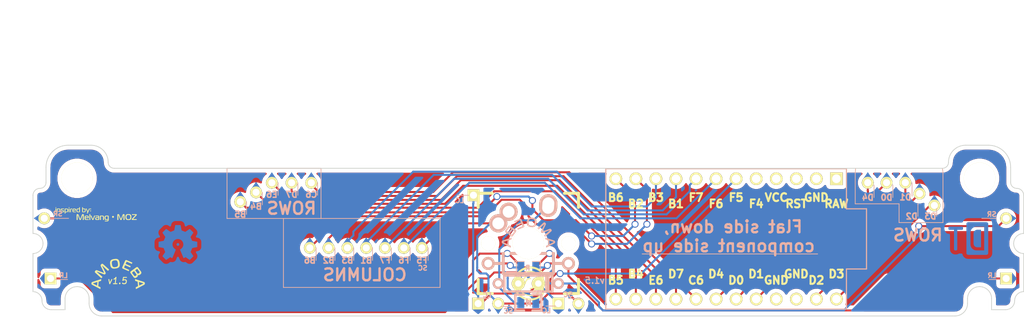
<source format=kicad_pcb>
(kicad_pcb (version 20171130) (host pcbnew "(5.1.5)-3")
  (layers (0 F.Cu signal) (31 B.Cu signal) (34 B.Paste user) (35 F.Paste user) (36 B.SilkS user) (37 F.SilkS user) (38 B.Mask user) (39 F.Mask user) (44 Edge.Cuts user))
  (net 0 "")
  (net 1 /key/LC0)
  (net 2 /key/LR0)
  (net 3 /key/SC0)
  (net 4 /key/SR0)
  (net 5 /key/led/N-LR0)
  (net 6 /key/switch/N-SD0)
  (module ALPS_CHERRY_ZEAL_PCB_100H (layer F.Cu) (at 248.92 110.49)
    (fp_text reference S0 hide)
    (fp_text value MX1A hide)
    (pad 1 thru_hole oval (at 2.52 -4.79 356.05481) (size 2.286 2.867377) (drill oval 1.4986 2.079977) (layers *.Cu *.SilkS *.Mask) (net 6 /key/switch/N-SD0))
    (pad 2 thru_hole circle (at -2.5 -4) (size 2.286 2.286) (drill 1.4986) (layers *.Cu *.SilkS *.Mask) (net 3 /key/SC0))
    (pad 2 thru_hole circle (at -3.81 -2.54) (size 2.286 2.286) (drill 1.4986) (layers *.Cu *.SilkS *.Mask) (net 3 /key/SC0))
    (pad "" np_thru_hole circle (at 0 0) (size 3.9878 3.9878) (drill 3.9878) (layers *.Cu *.Mask F.SilkS))
    (pad "" np_thru_hole circle (at -5.08 0) (size 1.8018 1.8018) (drill 1.8018) (layers *.Cu *.Mask F.SilkS))
    (pad "" np_thru_hole circle (at 5.08 0) (size 1.8018 1.8018) (drill 1.8018) (layers *.Cu *.Mask F.SilkS))
  )
  (module pad-arrow-round (layer B.Cu) (at 235.434991 110.7629 90)
    (fp_text reference pad-arrow-round hide)
    (fp_text value G*** hide)
    (fp_poly (pts (xy -0.295451 -0.749653) (xy -0.346799 -0.747924) (xy -0.397215 -0.742813) (xy -0.446588 -0.73443) (xy -0.494805 -0.722888) (xy -0.541757 -0.708297) (xy -0.587331 -0.690768) (xy -0.631416 -0.670414) (xy -0.673901 -0.647346) (xy -0.714674 -0.621674) (xy -0.753623 -0.593511) (xy -0.790639 -0.562968) (xy -0.825608 -0.530156) (xy -0.85842 -0.495187) (xy -0.888963 -0.458172) (xy -0.917126 -0.419222) (xy -0.942797 -0.378449) (xy -0.965866 -0.335965) (xy -0.98622 -0.291879) (xy -1.003748 -0.246305) (xy -1.018339 -0.199354) (xy -1.029882 -0.151136) (xy -1.038264 -0.101764) (xy -1.043376 -0.051348) (xy -1.045104 0) (xy -1.043376 0.051348) (xy -1.038264 0.101764) (xy -1.029882 0.151136) (xy -1.018339 0.199354) (xy -1.003748 0.246306) (xy -0.98622 0.29188) (xy -0.965866 0.335965) (xy -0.942797 0.378449) (xy -0.917126 0.419222) (xy -0.888963 0.458172) (xy -0.85842 0.495187) (xy -0.825608 0.530156) (xy -0.790639 0.562968) (xy -0.753623 0.593511) (xy -0.714674 0.621674) (xy -0.673901 0.647346) (xy -0.631416 0.670414) (xy -0.587331 0.690768) (xy -0.541757 0.708297) (xy -0.494805 0.722888) (xy -0.446588 0.73443) (xy -0.397215 0.742813) (xy -0.346799 0.747924) (xy -0.295451 0.749653) (xy -0.24372 0.747823) (xy -0.193112 0.742433) (xy -0.143684 0.733635) (xy -0.095493 0.72158) (xy -0.048594 0.70642) (xy -0.003044 0.688306) (xy 0.041101 0.667388) (xy 0.083785 0.643819) (xy 0.136701 0.617361) (xy 1.045104 0) (xy 0.136701 -0.612951) (xy 0.108311 -0.630069) (xy 0.083785 -0.643819) (xy 0.040974 -0.667677) (xy -0.003139 -0.68873) (xy -0.04856 -0.706862) (xy -0.095293 -0.721957) (xy -0.143344 -0.7339) (xy -0.192717 -0.742574) (xy -0.243418 -0.747864) (xy -0.295451 -0.749653)) (layer B.Cu) (width 0.00254))
  )
  (module pad-arrow-round (layer B.Cu) (at 212.434991 104.931409 90)
    (fp_text reference pad-arrow-round hide)
    (fp_text value G*** hide)
    (fp_poly (pts (xy -0.295451 -0.749653) (xy -0.346799 -0.747924) (xy -0.397215 -0.742813) (xy -0.446588 -0.73443) (xy -0.494805 -0.722888) (xy -0.541757 -0.708297) (xy -0.587331 -0.690768) (xy -0.631416 -0.670414) (xy -0.673901 -0.647346) (xy -0.714674 -0.621674) (xy -0.753623 -0.593511) (xy -0.790639 -0.562968) (xy -0.825608 -0.530156) (xy -0.85842 -0.495187) (xy -0.888963 -0.458172) (xy -0.917126 -0.419222) (xy -0.942797 -0.378449) (xy -0.965866 -0.335965) (xy -0.98622 -0.291879) (xy -1.003748 -0.246305) (xy -1.018339 -0.199354) (xy -1.029882 -0.151136) (xy -1.038264 -0.101764) (xy -1.043376 -0.051348) (xy -1.045104 0) (xy -1.043376 0.051348) (xy -1.038264 0.101764) (xy -1.029882 0.151136) (xy -1.018339 0.199354) (xy -1.003748 0.246306) (xy -0.98622 0.29188) (xy -0.965866 0.335965) (xy -0.942797 0.378449) (xy -0.917126 0.419222) (xy -0.888963 0.458172) (xy -0.85842 0.495187) (xy -0.825608 0.530156) (xy -0.790639 0.562968) (xy -0.753623 0.593511) (xy -0.714674 0.621674) (xy -0.673901 0.647346) (xy -0.631416 0.670414) (xy -0.587331 0.690768) (xy -0.541757 0.708297) (xy -0.494805 0.722888) (xy -0.446588 0.73443) (xy -0.397215 0.742813) (xy -0.346799 0.747924) (xy -0.295451 0.749653) (xy -0.24372 0.747823) (xy -0.193112 0.742433) (xy -0.143684 0.733635) (xy -0.095493 0.72158) (xy -0.048594 0.70642) (xy -0.003044 0.688306) (xy 0.041101 0.667388) (xy 0.083785 0.643819) (xy 0.136701 0.617361) (xy 1.045104 0) (xy 0.136701 -0.612951) (xy 0.108311 -0.630069) (xy 0.083785 -0.643819) (xy 0.040974 -0.667677) (xy -0.003139 -0.68873) (xy -0.04856 -0.706862) (xy -0.095293 -0.721957) (xy -0.143344 -0.7339) (xy -0.192717 -0.742574) (xy -0.243418 -0.747864) (xy -0.295451 -0.749653)) (layer B.Cu) (width 0.00254))
  )
  (module Pad (layer F.Cu) (at 212.434991 105.223509)
    (fp_text reference "" hide)
    (fp_text value "" hide)
    (pad 1 thru_hole circle (at 0 0) (size 1.5 1.5) (drill 0.9) (layers *.Cu *.Mask F.SilkS))
  )
  (module pad-arrow-round (layer B.Cu) (at 214.434991 103.725159 90)
    (fp_text reference pad-arrow-round hide)
    (fp_text value G*** hide)
    (fp_poly (pts (xy -0.295451 -0.749653) (xy -0.346799 -0.747924) (xy -0.397215 -0.742813) (xy -0.446588 -0.73443) (xy -0.494805 -0.722888) (xy -0.541757 -0.708297) (xy -0.587331 -0.690768) (xy -0.631416 -0.670414) (xy -0.673901 -0.647346) (xy -0.714674 -0.621674) (xy -0.753623 -0.593511) (xy -0.790639 -0.562968) (xy -0.825608 -0.530156) (xy -0.85842 -0.495187) (xy -0.888963 -0.458172) (xy -0.917126 -0.419222) (xy -0.942797 -0.378449) (xy -0.965866 -0.335965) (xy -0.98622 -0.291879) (xy -1.003748 -0.246305) (xy -1.018339 -0.199354) (xy -1.029882 -0.151136) (xy -1.038264 -0.101764) (xy -1.043376 -0.051348) (xy -1.045104 0) (xy -1.043376 0.051348) (xy -1.038264 0.101764) (xy -1.029882 0.151136) (xy -1.018339 0.199354) (xy -1.003748 0.246306) (xy -0.98622 0.29188) (xy -0.965866 0.335965) (xy -0.942797 0.378449) (xy -0.917126 0.419222) (xy -0.888963 0.458172) (xy -0.85842 0.495187) (xy -0.825608 0.530156) (xy -0.790639 0.562968) (xy -0.753623 0.593511) (xy -0.714674 0.621674) (xy -0.673901 0.647346) (xy -0.631416 0.670414) (xy -0.587331 0.690768) (xy -0.541757 0.708297) (xy -0.494805 0.722888) (xy -0.446588 0.73443) (xy -0.397215 0.742813) (xy -0.346799 0.747924) (xy -0.295451 0.749653) (xy -0.24372 0.747823) (xy -0.193112 0.742433) (xy -0.143684 0.733635) (xy -0.095493 0.72158) (xy -0.048594 0.70642) (xy -0.003044 0.688306) (xy 0.041101 0.667388) (xy 0.083785 0.643819) (xy 0.136701 0.617361) (xy 1.045104 0) (xy 0.136701 -0.612951) (xy 0.108311 -0.630069) (xy 0.083785 -0.643819) (xy 0.040974 -0.667677) (xy -0.003139 -0.68873) (xy -0.04856 -0.706862) (xy -0.095293 -0.721957) (xy -0.143344 -0.7339) (xy -0.192717 -0.742574) (xy -0.243418 -0.747864) (xy -0.295451 -0.749653)) (layer B.Cu) (width 0.00254))
  )
  (module Pad (layer F.Cu) (at 214.434991 104.017259)
    (fp_text reference "" hide)
    (fp_text value "" hide)
    (pad 1 thru_hole circle (at 0 0) (size 1.5 1.5) (drill 0.9) (layers *.Cu *.Mask F.SilkS))
  )
  (module pad-arrow-round (layer B.Cu) (at 216.434991 102.518909 90)
    (fp_text reference pad-arrow-round hide)
    (fp_text value G*** hide)
    (fp_poly (pts (xy -0.295451 -0.749653) (xy -0.346799 -0.747924) (xy -0.397215 -0.742813) (xy -0.446588 -0.73443) (xy -0.494805 -0.722888) (xy -0.541757 -0.708297) (xy -0.587331 -0.690768) (xy -0.631416 -0.670414) (xy -0.673901 -0.647346) (xy -0.714674 -0.621674) (xy -0.753623 -0.593511) (xy -0.790639 -0.562968) (xy -0.825608 -0.530156) (xy -0.85842 -0.495187) (xy -0.888963 -0.458172) (xy -0.917126 -0.419222) (xy -0.942797 -0.378449) (xy -0.965866 -0.335965) (xy -0.98622 -0.291879) (xy -1.003748 -0.246305) (xy -1.018339 -0.199354) (xy -1.029882 -0.151136) (xy -1.038264 -0.101764) (xy -1.043376 -0.051348) (xy -1.045104 0) (xy -1.043376 0.051348) (xy -1.038264 0.101764) (xy -1.029882 0.151136) (xy -1.018339 0.199354) (xy -1.003748 0.246306) (xy -0.98622 0.29188) (xy -0.965866 0.335965) (xy -0.942797 0.378449) (xy -0.917126 0.419222) (xy -0.888963 0.458172) (xy -0.85842 0.495187) (xy -0.825608 0.530156) (xy -0.790639 0.562968) (xy -0.753623 0.593511) (xy -0.714674 0.621674) (xy -0.673901 0.647346) (xy -0.631416 0.670414) (xy -0.587331 0.690768) (xy -0.541757 0.708297) (xy -0.494805 0.722888) (xy -0.446588 0.73443) (xy -0.397215 0.742813) (xy -0.346799 0.747924) (xy -0.295451 0.749653) (xy -0.24372 0.747823) (xy -0.193112 0.742433) (xy -0.143684 0.733635) (xy -0.095493 0.72158) (xy -0.048594 0.70642) (xy -0.003044 0.688306) (xy 0.041101 0.667388) (xy 0.083785 0.643819) (xy 0.136701 0.617361) (xy 1.045104 0) (xy 0.136701 -0.612951) (xy 0.108311 -0.630069) (xy 0.083785 -0.643819) (xy 0.040974 -0.667677) (xy -0.003139 -0.68873) (xy -0.04856 -0.706862) (xy -0.095293 -0.721957) (xy -0.143344 -0.7339) (xy -0.192717 -0.742574) (xy -0.243418 -0.747864) (xy -0.295451 -0.749653)) (layer B.Cu) (width 0.00254))
  )
  (module Pad (layer F.Cu) (at 216.434991 102.811009)
    (fp_text reference "" hide)
    (fp_text value "" hide)
    (pad 1 thru_hole circle (at 0 0) (size 1.5 1.5) (drill 0.9) (layers *.Cu *.Mask F.SilkS))
  )
  (module pad-arrow-round (layer B.Cu) (at 218.934991 102.518909 90)
    (fp_text reference pad-arrow-round hide)
    (fp_text value G*** hide)
    (fp_poly (pts (xy -0.295451 -0.749653) (xy -0.346799 -0.747924) (xy -0.397215 -0.742813) (xy -0.446588 -0.73443) (xy -0.494805 -0.722888) (xy -0.541757 -0.708297) (xy -0.587331 -0.690768) (xy -0.631416 -0.670414) (xy -0.673901 -0.647346) (xy -0.714674 -0.621674) (xy -0.753623 -0.593511) (xy -0.790639 -0.562968) (xy -0.825608 -0.530156) (xy -0.85842 -0.495187) (xy -0.888963 -0.458172) (xy -0.917126 -0.419222) (xy -0.942797 -0.378449) (xy -0.965866 -0.335965) (xy -0.98622 -0.291879) (xy -1.003748 -0.246305) (xy -1.018339 -0.199354) (xy -1.029882 -0.151136) (xy -1.038264 -0.101764) (xy -1.043376 -0.051348) (xy -1.045104 0) (xy -1.043376 0.051348) (xy -1.038264 0.101764) (xy -1.029882 0.151136) (xy -1.018339 0.199354) (xy -1.003748 0.246306) (xy -0.98622 0.29188) (xy -0.965866 0.335965) (xy -0.942797 0.378449) (xy -0.917126 0.419222) (xy -0.888963 0.458172) (xy -0.85842 0.495187) (xy -0.825608 0.530156) (xy -0.790639 0.562968) (xy -0.753623 0.593511) (xy -0.714674 0.621674) (xy -0.673901 0.647346) (xy -0.631416 0.670414) (xy -0.587331 0.690768) (xy -0.541757 0.708297) (xy -0.494805 0.722888) (xy -0.446588 0.73443) (xy -0.397215 0.742813) (xy -0.346799 0.747924) (xy -0.295451 0.749653) (xy -0.24372 0.747823) (xy -0.193112 0.742433) (xy -0.143684 0.733635) (xy -0.095493 0.72158) (xy -0.048594 0.70642) (xy -0.003044 0.688306) (xy 0.041101 0.667388) (xy 0.083785 0.643819) (xy 0.136701 0.617361) (xy 1.045104 0) (xy 0.136701 -0.612951) (xy 0.108311 -0.630069) (xy 0.083785 -0.643819) (xy 0.040974 -0.667677) (xy -0.003139 -0.68873) (xy -0.04856 -0.706862) (xy -0.095293 -0.721957) (xy -0.143344 -0.7339) (xy -0.192717 -0.742574) (xy -0.243418 -0.747864) (xy -0.295451 -0.749653)) (layer B.Cu) (width 0.00254))
  )
  (module Pad (layer F.Cu) (at 218.934991 102.811009)
    (fp_text reference "" hide)
    (fp_text value "" hide)
    (pad 1 thru_hole circle (at 0 0) (size 1.5 1.5) (drill 0.9) (layers *.Cu *.Mask F.SilkS))
  )
  (module pad-arrow-round (layer B.Cu) (at 221.434991 102.518909 90)
    (fp_text reference pad-arrow-round hide)
    (fp_text value G*** hide)
    (fp_poly (pts (xy -0.295451 -0.749653) (xy -0.346799 -0.747924) (xy -0.397215 -0.742813) (xy -0.446588 -0.73443) (xy -0.494805 -0.722888) (xy -0.541757 -0.708297) (xy -0.587331 -0.690768) (xy -0.631416 -0.670414) (xy -0.673901 -0.647346) (xy -0.714674 -0.621674) (xy -0.753623 -0.593511) (xy -0.790639 -0.562968) (xy -0.825608 -0.530156) (xy -0.85842 -0.495187) (xy -0.888963 -0.458172) (xy -0.917126 -0.419222) (xy -0.942797 -0.378449) (xy -0.965866 -0.335965) (xy -0.98622 -0.291879) (xy -1.003748 -0.246305) (xy -1.018339 -0.199354) (xy -1.029882 -0.151136) (xy -1.038264 -0.101764) (xy -1.043376 -0.051348) (xy -1.045104 0) (xy -1.043376 0.051348) (xy -1.038264 0.101764) (xy -1.029882 0.151136) (xy -1.018339 0.199354) (xy -1.003748 0.246306) (xy -0.98622 0.29188) (xy -0.965866 0.335965) (xy -0.942797 0.378449) (xy -0.917126 0.419222) (xy -0.888963 0.458172) (xy -0.85842 0.495187) (xy -0.825608 0.530156) (xy -0.790639 0.562968) (xy -0.753623 0.593511) (xy -0.714674 0.621674) (xy -0.673901 0.647346) (xy -0.631416 0.670414) (xy -0.587331 0.690768) (xy -0.541757 0.708297) (xy -0.494805 0.722888) (xy -0.446588 0.73443) (xy -0.397215 0.742813) (xy -0.346799 0.747924) (xy -0.295451 0.749653) (xy -0.24372 0.747823) (xy -0.193112 0.742433) (xy -0.143684 0.733635) (xy -0.095493 0.72158) (xy -0.048594 0.70642) (xy -0.003044 0.688306) (xy 0.041101 0.667388) (xy 0.083785 0.643819) (xy 0.136701 0.617361) (xy 1.045104 0) (xy 0.136701 -0.612951) (xy 0.108311 -0.630069) (xy 0.083785 -0.643819) (xy 0.040974 -0.667677) (xy -0.003139 -0.68873) (xy -0.04856 -0.706862) (xy -0.095293 -0.721957) (xy -0.143344 -0.7339) (xy -0.192717 -0.742574) (xy -0.243418 -0.747864) (xy -0.295451 -0.749653)) (layer B.Cu) (width 0.00254))
  )
  (module Pad (layer F.Cu) (at 221.434991 102.811009)
    (fp_text reference "" hide)
    (fp_text value "" hide)
    (pad 1 thru_hole circle (at 0 0) (size 1.5 1.5) (drill 0.9) (layers *.Cu *.Mask F.SilkS))
  )
  (module pad-arrow-round (layer B.Cu) (at 221.24725 110.7629 90)
    (fp_text reference pad-arrow-round hide)
    (fp_text value G*** hide)
    (fp_poly (pts (xy -0.295451 -0.749653) (xy -0.346799 -0.747924) (xy -0.397215 -0.742813) (xy -0.446588 -0.73443) (xy -0.494805 -0.722888) (xy -0.541757 -0.708297) (xy -0.587331 -0.690768) (xy -0.631416 -0.670414) (xy -0.673901 -0.647346) (xy -0.714674 -0.621674) (xy -0.753623 -0.593511) (xy -0.790639 -0.562968) (xy -0.825608 -0.530156) (xy -0.85842 -0.495187) (xy -0.888963 -0.458172) (xy -0.917126 -0.419222) (xy -0.942797 -0.378449) (xy -0.965866 -0.335965) (xy -0.98622 -0.291879) (xy -1.003748 -0.246305) (xy -1.018339 -0.199354) (xy -1.029882 -0.151136) (xy -1.038264 -0.101764) (xy -1.043376 -0.051348) (xy -1.045104 0) (xy -1.043376 0.051348) (xy -1.038264 0.101764) (xy -1.029882 0.151136) (xy -1.018339 0.199354) (xy -1.003748 0.246306) (xy -0.98622 0.29188) (xy -0.965866 0.335965) (xy -0.942797 0.378449) (xy -0.917126 0.419222) (xy -0.888963 0.458172) (xy -0.85842 0.495187) (xy -0.825608 0.530156) (xy -0.790639 0.562968) (xy -0.753623 0.593511) (xy -0.714674 0.621674) (xy -0.673901 0.647346) (xy -0.631416 0.670414) (xy -0.587331 0.690768) (xy -0.541757 0.708297) (xy -0.494805 0.722888) (xy -0.446588 0.73443) (xy -0.397215 0.742813) (xy -0.346799 0.747924) (xy -0.295451 0.749653) (xy -0.24372 0.747823) (xy -0.193112 0.742433) (xy -0.143684 0.733635) (xy -0.095493 0.72158) (xy -0.048594 0.70642) (xy -0.003044 0.688306) (xy 0.041101 0.667388) (xy 0.083785 0.643819) (xy 0.136701 0.617361) (xy 1.045104 0) (xy 0.136701 -0.612951) (xy 0.108311 -0.630069) (xy 0.083785 -0.643819) (xy 0.040974 -0.667677) (xy -0.003139 -0.68873) (xy -0.04856 -0.706862) (xy -0.095293 -0.721957) (xy -0.143344 -0.7339) (xy -0.192717 -0.742574) (xy -0.243418 -0.747864) (xy -0.295451 -0.749653)) (layer B.Cu) (width 0.00254))
  )
  (module Pad (layer F.Cu) (at 221.24725 111.055)
    (fp_text reference "" hide)
    (fp_text value "" hide)
    (pad 1 thru_hole circle (at 0 0) (size 1.5 1.5) (drill 0.9) (layers *.Cu *.Mask F.SilkS))
  )
  (module pad-arrow-round (layer B.Cu) (at 223.6285 110.7629 90)
    (fp_text reference pad-arrow-round hide)
    (fp_text value G*** hide)
    (fp_poly (pts (xy -0.295451 -0.749653) (xy -0.346799 -0.747924) (xy -0.397215 -0.742813) (xy -0.446588 -0.73443) (xy -0.494805 -0.722888) (xy -0.541757 -0.708297) (xy -0.587331 -0.690768) (xy -0.631416 -0.670414) (xy -0.673901 -0.647346) (xy -0.714674 -0.621674) (xy -0.753623 -0.593511) (xy -0.790639 -0.562968) (xy -0.825608 -0.530156) (xy -0.85842 -0.495187) (xy -0.888963 -0.458172) (xy -0.917126 -0.419222) (xy -0.942797 -0.378449) (xy -0.965866 -0.335965) (xy -0.98622 -0.291879) (xy -1.003748 -0.246305) (xy -1.018339 -0.199354) (xy -1.029882 -0.151136) (xy -1.038264 -0.101764) (xy -1.043376 -0.051348) (xy -1.045104 0) (xy -1.043376 0.051348) (xy -1.038264 0.101764) (xy -1.029882 0.151136) (xy -1.018339 0.199354) (xy -1.003748 0.246306) (xy -0.98622 0.29188) (xy -0.965866 0.335965) (xy -0.942797 0.378449) (xy -0.917126 0.419222) (xy -0.888963 0.458172) (xy -0.85842 0.495187) (xy -0.825608 0.530156) (xy -0.790639 0.562968) (xy -0.753623 0.593511) (xy -0.714674 0.621674) (xy -0.673901 0.647346) (xy -0.631416 0.670414) (xy -0.587331 0.690768) (xy -0.541757 0.708297) (xy -0.494805 0.722888) (xy -0.446588 0.73443) (xy -0.397215 0.742813) (xy -0.346799 0.747924) (xy -0.295451 0.749653) (xy -0.24372 0.747823) (xy -0.193112 0.742433) (xy -0.143684 0.733635) (xy -0.095493 0.72158) (xy -0.048594 0.70642) (xy -0.003044 0.688306) (xy 0.041101 0.667388) (xy 0.083785 0.643819) (xy 0.136701 0.617361) (xy 1.045104 0) (xy 0.136701 -0.612951) (xy 0.108311 -0.630069) (xy 0.083785 -0.643819) (xy 0.040974 -0.667677) (xy -0.003139 -0.68873) (xy -0.04856 -0.706862) (xy -0.095293 -0.721957) (xy -0.143344 -0.7339) (xy -0.192717 -0.742574) (xy -0.243418 -0.747864) (xy -0.295451 -0.749653)) (layer B.Cu) (width 0.00254))
  )
  (module Pad (layer F.Cu) (at 223.6285 111.055)
    (fp_text reference "" hide)
    (fp_text value "" hide)
    (pad 1 thru_hole circle (at 0 0) (size 1.5 1.5) (drill 0.9) (layers *.Cu *.Mask F.SilkS))
  )
  (module pad-arrow-round (layer B.Cu) (at 226.00975 110.7629 90)
    (fp_text reference pad-arrow-round hide)
    (fp_text value G*** hide)
    (fp_poly (pts (xy -0.295451 -0.749653) (xy -0.346799 -0.747924) (xy -0.397215 -0.742813) (xy -0.446588 -0.73443) (xy -0.494805 -0.722888) (xy -0.541757 -0.708297) (xy -0.587331 -0.690768) (xy -0.631416 -0.670414) (xy -0.673901 -0.647346) (xy -0.714674 -0.621674) (xy -0.753623 -0.593511) (xy -0.790639 -0.562968) (xy -0.825608 -0.530156) (xy -0.85842 -0.495187) (xy -0.888963 -0.458172) (xy -0.917126 -0.419222) (xy -0.942797 -0.378449) (xy -0.965866 -0.335965) (xy -0.98622 -0.291879) (xy -1.003748 -0.246305) (xy -1.018339 -0.199354) (xy -1.029882 -0.151136) (xy -1.038264 -0.101764) (xy -1.043376 -0.051348) (xy -1.045104 0) (xy -1.043376 0.051348) (xy -1.038264 0.101764) (xy -1.029882 0.151136) (xy -1.018339 0.199354) (xy -1.003748 0.246306) (xy -0.98622 0.29188) (xy -0.965866 0.335965) (xy -0.942797 0.378449) (xy -0.917126 0.419222) (xy -0.888963 0.458172) (xy -0.85842 0.495187) (xy -0.825608 0.530156) (xy -0.790639 0.562968) (xy -0.753623 0.593511) (xy -0.714674 0.621674) (xy -0.673901 0.647346) (xy -0.631416 0.670414) (xy -0.587331 0.690768) (xy -0.541757 0.708297) (xy -0.494805 0.722888) (xy -0.446588 0.73443) (xy -0.397215 0.742813) (xy -0.346799 0.747924) (xy -0.295451 0.749653) (xy -0.24372 0.747823) (xy -0.193112 0.742433) (xy -0.143684 0.733635) (xy -0.095493 0.72158) (xy -0.048594 0.70642) (xy -0.003044 0.688306) (xy 0.041101 0.667388) (xy 0.083785 0.643819) (xy 0.136701 0.617361) (xy 1.045104 0) (xy 0.136701 -0.612951) (xy 0.108311 -0.630069) (xy 0.083785 -0.643819) (xy 0.040974 -0.667677) (xy -0.003139 -0.68873) (xy -0.04856 -0.706862) (xy -0.095293 -0.721957) (xy -0.143344 -0.7339) (xy -0.192717 -0.742574) (xy -0.243418 -0.747864) (xy -0.295451 -0.749653)) (layer B.Cu) (width 0.00254))
  )
  (module Pad (layer F.Cu) (at 226.00975 111.055)
    (fp_text reference "" hide)
    (fp_text value "" hide)
    (pad 1 thru_hole circle (at 0 0) (size 1.5 1.5) (drill 0.9) (layers *.Cu *.Mask F.SilkS))
  )
  (module pad-arrow-round (layer B.Cu) (at 228.391 110.7629 90)
    (fp_text reference pad-arrow-round hide)
    (fp_text value G*** hide)
    (fp_poly (pts (xy -0.295451 -0.749653) (xy -0.346799 -0.747924) (xy -0.397215 -0.742813) (xy -0.446588 -0.73443) (xy -0.494805 -0.722888) (xy -0.541757 -0.708297) (xy -0.587331 -0.690768) (xy -0.631416 -0.670414) (xy -0.673901 -0.647346) (xy -0.714674 -0.621674) (xy -0.753623 -0.593511) (xy -0.790639 -0.562968) (xy -0.825608 -0.530156) (xy -0.85842 -0.495187) (xy -0.888963 -0.458172) (xy -0.917126 -0.419222) (xy -0.942797 -0.378449) (xy -0.965866 -0.335965) (xy -0.98622 -0.291879) (xy -1.003748 -0.246305) (xy -1.018339 -0.199354) (xy -1.029882 -0.151136) (xy -1.038264 -0.101764) (xy -1.043376 -0.051348) (xy -1.045104 0) (xy -1.043376 0.051348) (xy -1.038264 0.101764) (xy -1.029882 0.151136) (xy -1.018339 0.199354) (xy -1.003748 0.246306) (xy -0.98622 0.29188) (xy -0.965866 0.335965) (xy -0.942797 0.378449) (xy -0.917126 0.419222) (xy -0.888963 0.458172) (xy -0.85842 0.495187) (xy -0.825608 0.530156) (xy -0.790639 0.562968) (xy -0.753623 0.593511) (xy -0.714674 0.621674) (xy -0.673901 0.647346) (xy -0.631416 0.670414) (xy -0.587331 0.690768) (xy -0.541757 0.708297) (xy -0.494805 0.722888) (xy -0.446588 0.73443) (xy -0.397215 0.742813) (xy -0.346799 0.747924) (xy -0.295451 0.749653) (xy -0.24372 0.747823) (xy -0.193112 0.742433) (xy -0.143684 0.733635) (xy -0.095493 0.72158) (xy -0.048594 0.70642) (xy -0.003044 0.688306) (xy 0.041101 0.667388) (xy 0.083785 0.643819) (xy 0.136701 0.617361) (xy 1.045104 0) (xy 0.136701 -0.612951) (xy 0.108311 -0.630069) (xy 0.083785 -0.643819) (xy 0.040974 -0.667677) (xy -0.003139 -0.68873) (xy -0.04856 -0.706862) (xy -0.095293 -0.721957) (xy -0.143344 -0.7339) (xy -0.192717 -0.742574) (xy -0.243418 -0.747864) (xy -0.295451 -0.749653)) (layer B.Cu) (width 0.00254))
  )
  (module Pad (layer F.Cu) (at 228.391 111.055)
    (fp_text reference "" hide)
    (fp_text value "" hide)
    (pad 1 thru_hole circle (at 0 0) (size 1.5 1.5) (drill 0.9) (layers *.Cu *.Mask F.SilkS))
  )
  (module pad-arrow-round (layer B.Cu) (at 230.77225 110.7629 90)
    (fp_text reference pad-arrow-round hide)
    (fp_text value G*** hide)
    (fp_poly (pts (xy -0.295451 -0.749653) (xy -0.346799 -0.747924) (xy -0.397215 -0.742813) (xy -0.446588 -0.73443) (xy -0.494805 -0.722888) (xy -0.541757 -0.708297) (xy -0.587331 -0.690768) (xy -0.631416 -0.670414) (xy -0.673901 -0.647346) (xy -0.714674 -0.621674) (xy -0.753623 -0.593511) (xy -0.790639 -0.562968) (xy -0.825608 -0.530156) (xy -0.85842 -0.495187) (xy -0.888963 -0.458172) (xy -0.917126 -0.419222) (xy -0.942797 -0.378449) (xy -0.965866 -0.335965) (xy -0.98622 -0.291879) (xy -1.003748 -0.246305) (xy -1.018339 -0.199354) (xy -1.029882 -0.151136) (xy -1.038264 -0.101764) (xy -1.043376 -0.051348) (xy -1.045104 0) (xy -1.043376 0.051348) (xy -1.038264 0.101764) (xy -1.029882 0.151136) (xy -1.018339 0.199354) (xy -1.003748 0.246306) (xy -0.98622 0.29188) (xy -0.965866 0.335965) (xy -0.942797 0.378449) (xy -0.917126 0.419222) (xy -0.888963 0.458172) (xy -0.85842 0.495187) (xy -0.825608 0.530156) (xy -0.790639 0.562968) (xy -0.753623 0.593511) (xy -0.714674 0.621674) (xy -0.673901 0.647346) (xy -0.631416 0.670414) (xy -0.587331 0.690768) (xy -0.541757 0.708297) (xy -0.494805 0.722888) (xy -0.446588 0.73443) (xy -0.397215 0.742813) (xy -0.346799 0.747924) (xy -0.295451 0.749653) (xy -0.24372 0.747823) (xy -0.193112 0.742433) (xy -0.143684 0.733635) (xy -0.095493 0.72158) (xy -0.048594 0.70642) (xy -0.003044 0.688306) (xy 0.041101 0.667388) (xy 0.083785 0.643819) (xy 0.136701 0.617361) (xy 1.045104 0) (xy 0.136701 -0.612951) (xy 0.108311 -0.630069) (xy 0.083785 -0.643819) (xy 0.040974 -0.667677) (xy -0.003139 -0.68873) (xy -0.04856 -0.706862) (xy -0.095293 -0.721957) (xy -0.143344 -0.7339) (xy -0.192717 -0.742574) (xy -0.243418 -0.747864) (xy -0.295451 -0.749653)) (layer B.Cu) (width 0.00254))
  )
  (module Pad (layer F.Cu) (at 230.77225 111.055)
    (fp_text reference "" hide)
    (fp_text value "" hide)
    (pad 1 thru_hole circle (at 0 0) (size 1.5 1.5) (drill 0.9) (layers *.Cu *.Mask F.SilkS))
  )
  (module pad-arrow-round (layer B.Cu) (at 233.1535 110.7629 90)
    (fp_text reference pad-arrow-round hide)
    (fp_text value G*** hide)
    (fp_poly (pts (xy -0.295451 -0.749653) (xy -0.346799 -0.747924) (xy -0.397215 -0.742813) (xy -0.446588 -0.73443) (xy -0.494805 -0.722888) (xy -0.541757 -0.708297) (xy -0.587331 -0.690768) (xy -0.631416 -0.670414) (xy -0.673901 -0.647346) (xy -0.714674 -0.621674) (xy -0.753623 -0.593511) (xy -0.790639 -0.562968) (xy -0.825608 -0.530156) (xy -0.85842 -0.495187) (xy -0.888963 -0.458172) (xy -0.917126 -0.419222) (xy -0.942797 -0.378449) (xy -0.965866 -0.335965) (xy -0.98622 -0.291879) (xy -1.003748 -0.246305) (xy -1.018339 -0.199354) (xy -1.029882 -0.151136) (xy -1.038264 -0.101764) (xy -1.043376 -0.051348) (xy -1.045104 0) (xy -1.043376 0.051348) (xy -1.038264 0.101764) (xy -1.029882 0.151136) (xy -1.018339 0.199354) (xy -1.003748 0.246306) (xy -0.98622 0.29188) (xy -0.965866 0.335965) (xy -0.942797 0.378449) (xy -0.917126 0.419222) (xy -0.888963 0.458172) (xy -0.85842 0.495187) (xy -0.825608 0.530156) (xy -0.790639 0.562968) (xy -0.753623 0.593511) (xy -0.714674 0.621674) (xy -0.673901 0.647346) (xy -0.631416 0.670414) (xy -0.587331 0.690768) (xy -0.541757 0.708297) (xy -0.494805 0.722888) (xy -0.446588 0.73443) (xy -0.397215 0.742813) (xy -0.346799 0.747924) (xy -0.295451 0.749653) (xy -0.24372 0.747823) (xy -0.193112 0.742433) (xy -0.143684 0.733635) (xy -0.095493 0.72158) (xy -0.048594 0.70642) (xy -0.003044 0.688306) (xy 0.041101 0.667388) (xy 0.083785 0.643819) (xy 0.136701 0.617361) (xy 1.045104 0) (xy 0.136701 -0.612951) (xy 0.108311 -0.630069) (xy 0.083785 -0.643819) (xy 0.040974 -0.667677) (xy -0.003139 -0.68873) (xy -0.04856 -0.706862) (xy -0.095293 -0.721957) (xy -0.143344 -0.7339) (xy -0.192717 -0.742574) (xy -0.243418 -0.747864) (xy -0.295451 -0.749653)) (layer B.Cu) (width 0.00254))
  )
  (module Pad (layer F.Cu) (at 233.1535 111.055)
    (fp_text reference "" hide)
    (fp_text value "" hide)
    (pad 1 thru_hole circle (at 0 0) (size 1.5 1.5) (drill 0.9) (layers *.Cu *.Mask F.SilkS))
  )
  (module Pad (layer F.Cu) (at 291.90975 102.8)
    (fp_text reference "" hide)
    (fp_text value "" hide)
    (pad 1 thru_hole circle (at 0 0) (size 1.5 1.5) (drill 0.9) (layers *.Cu *.Mask F.SilkS))
  )
  (module pad-arrow-round (layer B.Cu) (at 291.90975 102.5079 90)
    (fp_text reference pad-arrow-round hide)
    (fp_text value G*** hide)
    (fp_poly (pts (xy -0.295451 -0.749653) (xy -0.346799 -0.747924) (xy -0.397215 -0.742813) (xy -0.446588 -0.73443) (xy -0.494805 -0.722888) (xy -0.541757 -0.708297) (xy -0.587331 -0.690768) (xy -0.631416 -0.670414) (xy -0.673901 -0.647346) (xy -0.714674 -0.621674) (xy -0.753623 -0.593511) (xy -0.790639 -0.562968) (xy -0.825608 -0.530156) (xy -0.85842 -0.495187) (xy -0.888963 -0.458172) (xy -0.917126 -0.419222) (xy -0.942797 -0.378449) (xy -0.965866 -0.335965) (xy -0.98622 -0.291879) (xy -1.003748 -0.246305) (xy -1.018339 -0.199354) (xy -1.029882 -0.151136) (xy -1.038264 -0.101764) (xy -1.043376 -0.051348) (xy -1.045104 0) (xy -1.043376 0.051348) (xy -1.038264 0.101764) (xy -1.029882 0.151136) (xy -1.018339 0.199354) (xy -1.003748 0.246306) (xy -0.98622 0.29188) (xy -0.965866 0.335965) (xy -0.942797 0.378449) (xy -0.917126 0.419222) (xy -0.888963 0.458172) (xy -0.85842 0.495187) (xy -0.825608 0.530156) (xy -0.790639 0.562968) (xy -0.753623 0.593511) (xy -0.714674 0.621674) (xy -0.673901 0.647346) (xy -0.631416 0.670414) (xy -0.587331 0.690768) (xy -0.541757 0.708297) (xy -0.494805 0.722888) (xy -0.446588 0.73443) (xy -0.397215 0.742813) (xy -0.346799 0.747924) (xy -0.295451 0.749653) (xy -0.24372 0.747823) (xy -0.193112 0.742433) (xy -0.143684 0.733635) (xy -0.095493 0.72158) (xy -0.048594 0.70642) (xy -0.003044 0.688306) (xy 0.041101 0.667388) (xy 0.083785 0.643819) (xy 0.136701 0.617361) (xy 1.045104 0) (xy 0.136701 -0.612951) (xy 0.108311 -0.630069) (xy 0.083785 -0.643819) (xy 0.040974 -0.667677) (xy -0.003139 -0.68873) (xy -0.04856 -0.706862) (xy -0.095293 -0.721957) (xy -0.143344 -0.7339) (xy -0.192717 -0.742574) (xy -0.243418 -0.747864) (xy -0.295451 -0.749653)) (layer B.Cu) (width 0.00254))
  )
  (module Pad (layer F.Cu) (at 294.291 102.8)
    (fp_text reference "" hide)
    (fp_text value "" hide)
    (pad 1 thru_hole circle (at 0 0) (size 1.5 1.5) (drill 0.9) (layers *.Cu *.Mask F.SilkS))
  )
  (module pad-arrow-round (layer B.Cu) (at 294.291 102.5079 90)
    (fp_text reference pad-arrow-round hide)
    (fp_text value G*** hide)
    (fp_poly (pts (xy -0.295451 -0.749653) (xy -0.346799 -0.747924) (xy -0.397215 -0.742813) (xy -0.446588 -0.73443) (xy -0.494805 -0.722888) (xy -0.541757 -0.708297) (xy -0.587331 -0.690768) (xy -0.631416 -0.670414) (xy -0.673901 -0.647346) (xy -0.714674 -0.621674) (xy -0.753623 -0.593511) (xy -0.790639 -0.562968) (xy -0.825608 -0.530156) (xy -0.85842 -0.495187) (xy -0.888963 -0.458172) (xy -0.917126 -0.419222) (xy -0.942797 -0.378449) (xy -0.965866 -0.335965) (xy -0.98622 -0.291879) (xy -1.003748 -0.246305) (xy -1.018339 -0.199354) (xy -1.029882 -0.151136) (xy -1.038264 -0.101764) (xy -1.043376 -0.051348) (xy -1.045104 0) (xy -1.043376 0.051348) (xy -1.038264 0.101764) (xy -1.029882 0.151136) (xy -1.018339 0.199354) (xy -1.003748 0.246306) (xy -0.98622 0.29188) (xy -0.965866 0.335965) (xy -0.942797 0.378449) (xy -0.917126 0.419222) (xy -0.888963 0.458172) (xy -0.85842 0.495187) (xy -0.825608 0.530156) (xy -0.790639 0.562968) (xy -0.753623 0.593511) (xy -0.714674 0.621674) (xy -0.673901 0.647346) (xy -0.631416 0.670414) (xy -0.587331 0.690768) (xy -0.541757 0.708297) (xy -0.494805 0.722888) (xy -0.446588 0.73443) (xy -0.397215 0.742813) (xy -0.346799 0.747924) (xy -0.295451 0.749653) (xy -0.24372 0.747823) (xy -0.193112 0.742433) (xy -0.143684 0.733635) (xy -0.095493 0.72158) (xy -0.048594 0.70642) (xy -0.003044 0.688306) (xy 0.041101 0.667388) (xy 0.083785 0.643819) (xy 0.136701 0.617361) (xy 1.045104 0) (xy 0.136701 -0.612951) (xy 0.108311 -0.630069) (xy 0.083785 -0.643819) (xy 0.040974 -0.667677) (xy -0.003139 -0.68873) (xy -0.04856 -0.706862) (xy -0.095293 -0.721957) (xy -0.143344 -0.7339) (xy -0.192717 -0.742574) (xy -0.243418 -0.747864) (xy -0.295451 -0.749653)) (layer B.Cu) (width 0.00254))
  )
  (module Pad (layer F.Cu) (at 296.67225 102.8)
    (fp_text reference "" hide)
    (fp_text value "" hide)
    (pad 1 thru_hole circle (at 0 0) (size 1.5 1.5) (drill 0.9) (layers *.Cu *.Mask F.SilkS))
  )
  (module pad-arrow-round (layer B.Cu) (at 296.67225 102.5079 90)
    (fp_text reference pad-arrow-round hide)
    (fp_text value G*** hide)
    (fp_poly (pts (xy -0.295451 -0.749653) (xy -0.346799 -0.747924) (xy -0.397215 -0.742813) (xy -0.446588 -0.73443) (xy -0.494805 -0.722888) (xy -0.541757 -0.708297) (xy -0.587331 -0.690768) (xy -0.631416 -0.670414) (xy -0.673901 -0.647346) (xy -0.714674 -0.621674) (xy -0.753623 -0.593511) (xy -0.790639 -0.562968) (xy -0.825608 -0.530156) (xy -0.85842 -0.495187) (xy -0.888963 -0.458172) (xy -0.917126 -0.419222) (xy -0.942797 -0.378449) (xy -0.965866 -0.335965) (xy -0.98622 -0.291879) (xy -1.003748 -0.246305) (xy -1.018339 -0.199354) (xy -1.029882 -0.151136) (xy -1.038264 -0.101764) (xy -1.043376 -0.051348) (xy -1.045104 0) (xy -1.043376 0.051348) (xy -1.038264 0.101764) (xy -1.029882 0.151136) (xy -1.018339 0.199354) (xy -1.003748 0.246306) (xy -0.98622 0.29188) (xy -0.965866 0.335965) (xy -0.942797 0.378449) (xy -0.917126 0.419222) (xy -0.888963 0.458172) (xy -0.85842 0.495187) (xy -0.825608 0.530156) (xy -0.790639 0.562968) (xy -0.753623 0.593511) (xy -0.714674 0.621674) (xy -0.673901 0.647346) (xy -0.631416 0.670414) (xy -0.587331 0.690768) (xy -0.541757 0.708297) (xy -0.494805 0.722888) (xy -0.446588 0.73443) (xy -0.397215 0.742813) (xy -0.346799 0.747924) (xy -0.295451 0.749653) (xy -0.24372 0.747823) (xy -0.193112 0.742433) (xy -0.143684 0.733635) (xy -0.095493 0.72158) (xy -0.048594 0.70642) (xy -0.003044 0.688306) (xy 0.041101 0.667388) (xy 0.083785 0.643819) (xy 0.136701 0.617361) (xy 1.045104 0) (xy 0.136701 -0.612951) (xy 0.108311 -0.630069) (xy 0.083785 -0.643819) (xy 0.040974 -0.667677) (xy -0.003139 -0.68873) (xy -0.04856 -0.706862) (xy -0.095293 -0.721957) (xy -0.143344 -0.7339) (xy -0.192717 -0.742574) (xy -0.243418 -0.747864) (xy -0.295451 -0.749653)) (layer B.Cu) (width 0.00254))
  )
  (module Pad (layer F.Cu) (at 298.466 104.18125)
    (fp_text reference "" hide)
    (fp_text value "" hide)
    (pad 1 thru_hole circle (at 0 0) (size 1.5 1.5) (drill 0.9) (layers *.Cu *.Mask F.SilkS))
  )
  (module pad-arrow-round (layer B.Cu) (at 298.466 103.88915 90)
    (fp_text reference pad-arrow-round hide)
    (fp_text value G*** hide)
    (fp_poly (pts (xy -0.295451 -0.749653) (xy -0.346799 -0.747924) (xy -0.397215 -0.742813) (xy -0.446588 -0.73443) (xy -0.494805 -0.722888) (xy -0.541757 -0.708297) (xy -0.587331 -0.690768) (xy -0.631416 -0.670414) (xy -0.673901 -0.647346) (xy -0.714674 -0.621674) (xy -0.753623 -0.593511) (xy -0.790639 -0.562968) (xy -0.825608 -0.530156) (xy -0.85842 -0.495187) (xy -0.888963 -0.458172) (xy -0.917126 -0.419222) (xy -0.942797 -0.378449) (xy -0.965866 -0.335965) (xy -0.98622 -0.291879) (xy -1.003748 -0.246305) (xy -1.018339 -0.199354) (xy -1.029882 -0.151136) (xy -1.038264 -0.101764) (xy -1.043376 -0.051348) (xy -1.045104 0) (xy -1.043376 0.051348) (xy -1.038264 0.101764) (xy -1.029882 0.151136) (xy -1.018339 0.199354) (xy -1.003748 0.246306) (xy -0.98622 0.29188) (xy -0.965866 0.335965) (xy -0.942797 0.378449) (xy -0.917126 0.419222) (xy -0.888963 0.458172) (xy -0.85842 0.495187) (xy -0.825608 0.530156) (xy -0.790639 0.562968) (xy -0.753623 0.593511) (xy -0.714674 0.621674) (xy -0.673901 0.647346) (xy -0.631416 0.670414) (xy -0.587331 0.690768) (xy -0.541757 0.708297) (xy -0.494805 0.722888) (xy -0.446588 0.73443) (xy -0.397215 0.742813) (xy -0.346799 0.747924) (xy -0.295451 0.749653) (xy -0.24372 0.747823) (xy -0.193112 0.742433) (xy -0.143684 0.733635) (xy -0.095493 0.72158) (xy -0.048594 0.70642) (xy -0.003044 0.688306) (xy 0.041101 0.667388) (xy 0.083785 0.643819) (xy 0.136701 0.617361) (xy 1.045104 0) (xy 0.136701 -0.612951) (xy 0.108311 -0.630069) (xy 0.083785 -0.643819) (xy 0.040974 -0.667677) (xy -0.003139 -0.68873) (xy -0.04856 -0.706862) (xy -0.095293 -0.721957) (xy -0.143344 -0.7339) (xy -0.192717 -0.742574) (xy -0.243418 -0.747864) (xy -0.295451 -0.749653)) (layer B.Cu) (width 0.00254))
  )
  (module pad-arrow-round (layer B.Cu) (at 300.34725 105.38915 90)
    (fp_text reference pad-arrow-round hide)
    (fp_text value G*** hide)
    (fp_poly (pts (xy -0.295451 -0.749653) (xy -0.346799 -0.747924) (xy -0.397215 -0.742813) (xy -0.446588 -0.73443) (xy -0.494805 -0.722888) (xy -0.541757 -0.708297) (xy -0.587331 -0.690768) (xy -0.631416 -0.670414) (xy -0.673901 -0.647346) (xy -0.714674 -0.621674) (xy -0.753623 -0.593511) (xy -0.790639 -0.562968) (xy -0.825608 -0.530156) (xy -0.85842 -0.495187) (xy -0.888963 -0.458172) (xy -0.917126 -0.419222) (xy -0.942797 -0.378449) (xy -0.965866 -0.335965) (xy -0.98622 -0.291879) (xy -1.003748 -0.246305) (xy -1.018339 -0.199354) (xy -1.029882 -0.151136) (xy -1.038264 -0.101764) (xy -1.043376 -0.051348) (xy -1.045104 0) (xy -1.043376 0.051348) (xy -1.038264 0.101764) (xy -1.029882 0.151136) (xy -1.018339 0.199354) (xy -1.003748 0.246306) (xy -0.98622 0.29188) (xy -0.965866 0.335965) (xy -0.942797 0.378449) (xy -0.917126 0.419222) (xy -0.888963 0.458172) (xy -0.85842 0.495187) (xy -0.825608 0.530156) (xy -0.790639 0.562968) (xy -0.753623 0.593511) (xy -0.714674 0.621674) (xy -0.673901 0.647346) (xy -0.631416 0.670414) (xy -0.587331 0.690768) (xy -0.541757 0.708297) (xy -0.494805 0.722888) (xy -0.446588 0.73443) (xy -0.397215 0.742813) (xy -0.346799 0.747924) (xy -0.295451 0.749653) (xy -0.24372 0.747823) (xy -0.193112 0.742433) (xy -0.143684 0.733635) (xy -0.095493 0.72158) (xy -0.048594 0.70642) (xy -0.003044 0.688306) (xy 0.041101 0.667388) (xy 0.083785 0.643819) (xy 0.136701 0.617361) (xy 1.045104 0) (xy 0.136701 -0.612951) (xy 0.108311 -0.630069) (xy 0.083785 -0.643819) (xy 0.040974 -0.667677) (xy -0.003139 -0.68873) (xy -0.04856 -0.706862) (xy -0.095293 -0.721957) (xy -0.143344 -0.7339) (xy -0.192717 -0.742574) (xy -0.243418 -0.747864) (xy -0.295451 -0.749653)) (layer B.Cu) (width 0.00254))
  )
  (module Pad (layer F.Cu) (at 300.34725 105.68125)
    (fp_text reference "" hide)
    (fp_text value "" hide)
    (pad 1 thru_hole circle (at 0 0) (size 1.5 1.5) (drill 0.9) (layers *.Cu *.Mask F.SilkS))
  )
  (module ProMicroKiCad-master:ProMicro_B (layer F.Cu) (at 273.971 109.92 180)
    (fp_text reference REF** hide)
    (fp_text value ProMicro_B)
    (pad 1 thru_hole rect (at -13.97 7.62 180) (size 1.6 1.6) (drill 1.1) (layers *.Cu *.Mask F.SilkS))
    (pad 2 thru_hole circle (at -11.43 7.62 180) (size 1.6 1.6) (drill 1.1) (layers *.Cu *.Mask F.SilkS))
    (pad 3 thru_hole circle (at -8.89 7.62 180) (size 1.6 1.6) (drill 1.1) (layers *.Cu *.Mask F.SilkS))
    (pad 4 thru_hole circle (at -6.35 7.62 180) (size 1.6 1.6) (drill 1.1) (layers *.Cu *.Mask F.SilkS))
    (pad 5 thru_hole circle (at -3.81 7.62 180) (size 1.6 1.6) (drill 1.1) (layers *.Cu *.Mask F.SilkS))
    (pad 6 thru_hole circle (at -1.27 7.62 180) (size 1.6 1.6) (drill 1.1) (layers *.Cu *.Mask F.SilkS) (net 3 /key/SC0))
    (pad 7 thru_hole circle (at 1.27 7.62 180) (size 1.6 1.6) (drill 1.1) (layers *.Cu *.Mask F.SilkS))
    (pad 8 thru_hole circle (at 3.81 7.62 180) (size 1.6 1.6) (drill 1.1) (layers *.Cu *.Mask F.SilkS))
    (pad 9 thru_hole circle (at 6.35 7.62 180) (size 1.6 1.6) (drill 1.1) (layers *.Cu *.Mask F.SilkS))
    (pad 10 thru_hole circle (at 8.89 7.62 180) (size 1.6 1.6) (drill 1.1) (layers *.Cu *.Mask F.SilkS))
    (pad 11 thru_hole circle (at 11.43 7.62 180) (size 1.6 1.6) (drill 1.1) (layers *.Cu *.Mask F.SilkS))
    (pad 12 thru_hole circle (at 13.97 7.62 180) (size 1.6 1.6) (drill 1.1) (layers *.Cu *.Mask F.SilkS))
    (pad 13 thru_hole circle (at 13.97 -7.62 180) (size 1.6 1.6) (drill 1.1) (layers *.Cu *.Mask F.SilkS))
    (pad 14 thru_hole circle (at 11.43 -7.62 180) (size 1.6 1.6) (drill 1.1) (layers *.Cu *.Mask F.SilkS))
    (pad 15 thru_hole circle (at 8.89 -7.62 180) (size 1.6 1.6) (drill 1.1) (layers *.Cu *.Mask F.SilkS))
    (pad 16 thru_hole circle (at 6.35 -7.62 180) (size 1.6 1.6) (drill 1.1) (layers *.Cu *.Mask F.SilkS))
    (pad 17 thru_hole circle (at 3.81 -7.62 180) (size 1.6 1.6) (drill 1.1) (layers *.Cu *.Mask F.SilkS))
    (pad 18 thru_hole circle (at 1.27 -7.62 180) (size 1.6 1.6) (drill 1.1) (layers *.Cu *.Mask F.SilkS))
    (pad 19 thru_hole circle (at -1.27 -7.62 180) (size 1.6 1.6) (drill 1.1) (layers *.Cu *.Mask F.SilkS))
    (pad 20 thru_hole circle (at -3.81 -7.62 180) (size 1.6 1.6) (drill 1.1) (layers *.Cu *.Mask F.SilkS))
    (pad 21 thru_hole circle (at -6.35 -7.62 180) (size 1.6 1.6) (drill 1.1) (layers *.Cu *.Mask F.SilkS))
    (pad 22 thru_hole circle (at -8.89 -7.62 180) (size 1.6 1.6) (drill 1.1) (layers *.Cu *.Mask F.SilkS))
    (pad 23 thru_hole circle (at -11.43 -7.62 180) (size 1.6 1.6) (drill 1.1) (layers *.Cu *.Mask F.SilkS))
    (pad 24 thru_hole circle (at -13.97 -7.62 180) (size 1.6 1.6) (drill 1.1) (layers *.Cu *.Mask F.SilkS))
  )
  (module CHERRY_STAB_HOLE_BOTTOM (layer F.Cu) (at 191.77 102.25)
    (fp_text reference "" (at 0 -3.048) (layer F.SilkS) (effects (font (size 1.016 1.016) (thickness 0.254))))
    (fp_text value "" hide)
    (pad "" np_thru_hole circle (at 0 0) (size 3.9878 3.9878) (drill 3.9878) (layers *.Cu *.Mask F.SilkS))
  )
  (module CHERRY_STAB_HOLE_BOTTOM (layer F.Cu) (at 306.07 102.25)
    (fp_text reference "" (at 0 -3.048) (layer F.SilkS) (effects (font (size 1.016 1.016) (thickness 0.254))))
    (fp_text value "" hide)
    (pad "" np_thru_hole circle (at 0 0) (size 3.9878 3.9878) (drill 3.9878) (layers *.Cu *.Mask F.SilkS))
  )
  (module labels-melvang-moz (layer F.Cu) (at 194.178741 106.811009)
    (fp_text reference labels-melvang-moz hide)
    (fp_text value G*** hide)
  )
  (module CHERRY_STAB_HOLE_TOP (layer F.Cu) (at 260.858 103.505)
    (fp_text reference "" (at 0 -3.048) (layer F.SilkS) (effects (font (size 1.016 1.016) (thickness 0.254))))
    (fp_text value "" hide)
  )
  (module RESISTOR (layer B.Cu) (at 248.92 113.03)
    (fp_text reference R0 hide)
    (fp_text value RESISTOR hide)
    (pad 1 thru_hole circle (at -5.08 0) (size 1.651 1.651) (drill 0.9906) (layers *.Cu *.SilkS *.Mask) (net 5 /key/led/N-LR0))
    (pad 2 thru_hole circle (at 5.08 0) (size 1.651 1.651) (drill 0.9906) (layers *.Cu *.SilkS *.Mask) (net 2 /key/LR0))
  )
  (module Pad (layer F.Cu) (at 235.434991 111.055)
    (fp_text reference SC0:0 hide)
    (fp_text value CONN_1 hide)
    (pad 1 thru_hole circle (at 0 0) (size 1.5 1.5) (drill 0.9) (layers *.Cu *.Mask F.SilkS) (net 3 /key/SC0))
  )
  (module Pad (layer F.Cu) (at 241.973109 104.386941)
    (fp_text reference LC0:0 hide)
    (fp_text value CONN_1 hide)
    (pad 1 thru_hole rect (at 0 0) (size 1.5 1.5) (drill 0.9) (layers *.Cu *.Mask F.SilkS) (net 1 /key/LC0))
  )
  (module Pad (layer F.Cu) (at 196.5325 115.57)
    (fp_text reference LR0:0 hide)
    (fp_text value CONN_1 hide)
    (pad 1 thru_hole rect (at -8.128 -0.635) (size 1.5 1.5) (drill 0.9) (layers *.Cu *.Mask F.SilkS) (net 2 /key/LR0))
  )
  (module Pad (layer F.Cu) (at 195.10375 107.696)
    (fp_text reference SR0:0 hide)
    (fp_text value CONN_1 hide)
    (pad 1 thru_hole circle (at -7.493 -0.381) (size 1.5 1.5) (drill 0.9) (layers *.Cu *.Mask F.SilkS) (net 4 /key/SR0))
  )
  (module Pad (layer F.Cu) (at 242.57 118.11)
    (fp_text reference LC0:1 hide)
    (fp_text value CONN_1 hide)
    (pad 1 thru_hole rect (at 0 0) (size 1.5 1.5) (drill 0.9) (layers *.Cu *.Mask F.SilkS) (net 1 /key/LC0))
  )
  (module Pad (layer F.Cu) (at 301.9425 107.696)
    (fp_text reference SR0:1 hide)
    (fp_text value CONN_1 hide)
    (pad 1 thru_hole circle (at 7.493 -0.381) (size 1.5 1.5) (drill 0.9) (layers *.Cu *.Mask F.SilkS) (net 4 /key/SR0))
  )
  (module Pad (layer F.Cu) (at 301.3075 114.935)
    (fp_text reference LR0:1 hide)
    (fp_text value CONN_1 hide)
    (pad 1 thru_hole rect (at 8.128 0) (size 1.5 1.5) (drill 0.9) (layers *.Cu *.Mask F.SilkS) (net 2 /key/LR0))
  )
  (module D3 (layer B.Cu) (at 248.92 115.57)
    (fp_text reference D0 hide)
    (fp_text value DIODE hide)
    (pad 2 thru_hole circle (at 3.81 0) (size 1.397 1.397) (drill 0.8128) (layers *.Cu *.Mask B.SilkS) (net 4 /key/SR0))
    (pad 1 thru_hole circle (at -3.81 0) (size 1.397 1.397) (drill 0.8128) (layers *.Cu *.Mask B.SilkS) (net 6 /key/switch/N-SD0))
  )
  (module Pad (layer F.Cu) (at 245.11 118.11)
    (fp_text reference SC0:2 hide)
    (fp_text value CONN_1 hide)
    (pad 1 thru_hole circle (at 0 0) (size 1.5 1.5) (drill 0.9) (layers *.Cu *.Mask F.SilkS) (net 3 /key/SC0))
  )
  (module Pad (layer F.Cu) (at 252.73 118.11)
    (fp_text reference LC0:2 hide)
    (fp_text value CONN_1 hide)
    (pad 1 thru_hole rect (at 0 0) (size 1.5 1.5) (drill 0.9) (layers *.Cu *.Mask F.SilkS) (net 1 /key/LC0))
  )
  (module SM0805D (layer B.Cu) (at 248.92 117.983)
    (fp_text reference D1 hide)
    (fp_text value DIODE hide)
    (pad 1 smd rect (at -0.9525 0) (size 0.889 1.397) (layers B.Cu B.Paste B.Mask) (net 6 /key/switch/N-SD0))
    (pad 2 smd rect (at 0.9525 0) (size 0.889 1.397) (layers B.Cu B.Paste B.Mask) (net 4 /key/SR0))
  )
  (module SM0805 (layer B.Cu) (at 248.92 113.538)
    (fp_text reference R1 hide)
    (fp_text value RESISTOR hide)
    (pad 1 smd rect (at -0.9525 0) (size 0.889 1.397) (layers B.Cu B.Paste B.Mask) (net 5 /key/led/N-LR0))
    (pad 2 smd rect (at 0.9525 0) (size 0.889 1.397) (layers B.Cu B.Paste B.Mask) (net 2 /key/LR0))
  )
  (module LED-3MM (layer F.Cu) (at 248.92 115.57)
    (fp_text reference LED0 hide)
    (fp_text value LED hide)
    (pad 1 thru_hole circle (at -1.27 0) (size 1.6764 1.6764) (drill 0.8128) (layers *.Cu *.Mask F.SilkS) (net 5 /key/led/N-LR0))
    (pad 2 thru_hole circle (at 1.27 0) (size 1.6764 1.6764) (drill 0.8128) (layers *.Cu *.Mask F.SilkS) (net 1 /key/LC0))
  )
  (module Pad (layer F.Cu) (at 255.27 118.11)
    (fp_text reference SC0:3 hide)
    (fp_text value CONN_1 hide)
    (pad 1 thru_hole circle (at 0 0) (size 1.5 1.5) (drill 0.9) (layers *.Cu *.Mask F.SilkS) (net 3 /key/SC0))
  )
  (module CHERRY_STAB_HOLE_TOP (layer F.Cu) (at 236.982 103.505)
    (fp_text reference "" (at 0 -3.048) (layer F.SilkS) (effects (font (size 1.016 1.016) (thickness 0.254))))
    (fp_text value "" hide)
  )
  (module amoeba-round-rev (layer F.Cu) (at 248.9327 109.1184)
    (fp_text reference amoeba-round-rev hide)
    (fp_text value G*** hide)
  )
  (module dt-logo-big-rev (layer F.Cu) (at 304.6495 109.871)
    (fp_text reference dt-logo-big-rev hide)
    (fp_text value G*** hide)
    (fp_poly (pts (xy 2.250914 -2.070805) (xy 2.00397 -1.497542) (xy 1.236678 -1.497542) (xy 1.033831 -1.497542) (xy 1.025011 -1.497542) (xy 0.972679 -1.495809) (xy 0.921354 -1.490685) (xy 0.871145 -1.482276) (xy 0.822161 -1.470692) (xy 0.774509 -1.456041) (xy 0.728299 -1.438431) (xy 0.683638 -1.41797) (xy 0.640636 -1.394768) (xy 0.5994 -1.368932) (xy 0.560039 -1.340571) (xy 0.522661 -1.309793) (xy 0.487374 -1.276706) (xy 0.454288 -1.24142) (xy 0.42351 -1.204042) (xy 0.395149 -1.164681) (xy 0.369313 -1.123445) (xy 0.34611 -1.080442) (xy 0.32565 -1.035782) (xy 0.30804 -0.989571) (xy 0.293389 -0.94192) (xy 0.281804 -0.892936) (xy 0.273396 -0.842727) (xy 0.268271 -0.791402) (xy 0.266539 -0.739069) (xy 0.266539 0.742597) (xy 0.268271 0.79493) (xy 0.273396 0.846255) (xy 0.281804 0.896463) (xy 0.293389 0.945448) (xy 0.30804 0.993099) (xy 0.32565 1.039309) (xy 0.34611 1.08397) (xy 0.369313 1.126972) (xy 0.395149 1.168209) (xy 0.42351 1.20757) (xy 0.454288 1.244948) (xy 0.487374 1.280234) (xy 0.522661 1.313321) (xy 0.560039 1.344098) (xy 0.5994 1.37246) (xy 0.640636 1.398296) (xy 0.683638 1.421498) (xy 0.728299 1.441958) (xy 0.774509 1.459569) (xy 0.822161 1.47422) (xy 0.871145 1.485804) (xy 0.921354 1.494213) (xy 0.972679 1.499337) (xy 1.025011 1.50107) (xy 1.033831 1.50107) (xy 1.236678 1.50107) (xy 2.00397 1.50107) (xy 2.00397 -1.497542) (xy 2.250914 -2.070805) (xy 2.30441 -2.066649) (xy 2.354157 -2.054742) (xy 2.39911 -2.035933) (xy 2.438229 -2.011066) (xy 2.47047 -1.980989) (xy 2.49479 -1.946548) (xy 2.510147 -1.908589) (xy 2.515497 -1.867958) (xy 2.515497 1.871486) (xy 2.510147 1.912117) (xy 2.49479 1.950076) (xy 2.47047 1.984517) (xy 2.438229 2.014594) (xy 2.39911 2.03946) (xy 2.354157 2.05827) (xy 2.30441 2.070176) (xy 2.250914 2.074333) (xy 0.019595 2.074333) (xy -0.033902 2.070176) (xy -0.083648 2.05827) (xy -0.128602 2.03946) (xy -0.167721 2.014594) (xy -0.199961 1.984517) (xy -0.224281 1.950076) (xy -0.239638 1.912117) (xy -0.244989 1.871486) (xy -0.244989 -1.867958) (xy -0.239638 -1.908589) (xy -0.224281 -1.946548) (xy -0.199961 -1.980989) (xy -0.167721 -2.011066) (xy -0.128602 -2.035933) (xy -0.083648 -2.054742) (xy -0.033902 -2.066649) (xy 0.019595 -2.070805) (xy 2.250914 -2.070805)) (layer B.Cu) (width 0.00254))
    (fp_poly (pts (xy 1.606805 -1.110695) (xy 1.606805 1.113899) (xy 1.134931 1.113899) (xy 1.089476 1.111282) (xy 1.054131 1.107436) (xy 1.003112 1.096022) (xy 0.954355 1.079287) (xy 0.908177 1.057556) (xy 0.864895 1.031152) (xy 0.824825 1.0004) (xy 0.788284 0.965626) (xy 0.755588 0.927155) (xy 0.727054 0.88531) (xy 0.702997 0.840416) (xy 0.683736 0.792799) (xy 0.669586 0.742784) (xy 0.660864 0.690694) (xy 0.657886 0.636854) (xy 0.657886 -0.633326) (xy 0.660921 -0.686875) (xy 0.669795 -0.738194) (xy 0.684165 -0.7871) (xy 0.703683 -0.833411) (xy 0.728006 -0.876944) (xy 0.756788 -0.917517) (xy 0.789684 -0.954945) (xy 0.826349 -0.989048) (xy 0.866438 -1.01964) (xy 0.909606 -1.046541) (xy 0.955507 -1.069566) (xy 1.003797 -1.088534) (xy 1.054131 -1.103261) (xy 1.093766 -1.108763) (xy 1.134931 -1.110695) (xy 1.606805 -1.110695)) (layer B.Cu) (width 0.00254))
    (fp_poly (pts (xy -0.795873 -1.50576) (xy -0.757691 -1.497557) (xy -0.724512 -1.474715) (xy -0.698336 -1.439878) (xy -0.681164 -1.395693) (xy -0.674996 -1.344805) (xy -0.674996 -1.257541) (xy -0.681164 -1.206654) (xy -0.698336 -1.162469) (xy -0.724512 -1.127632) (xy -0.757691 -1.104789) (xy -0.795873 -1.096587) (xy -1.402845 -1.096587) (xy -1.402845 1.35651) (xy -1.4106 1.404816) (xy -1.432212 1.446704) (xy -1.465202 1.479694) (xy -1.50709 1.501306) (xy -1.555396 1.509061) (xy -1.664638 1.509061) (xy -1.712944 1.501306) (xy -1.754831 1.479694) (xy -1.787821 1.446704) (xy -1.809434 1.404816) (xy -1.817189 1.35651) (xy -1.817189 -1.096587) (xy -2.404769 -1.096587) (xy -2.442951 -1.104789) (xy -2.47613 -1.127632) (xy -2.502305 -1.162469) (xy -2.519477 -1.206654) (xy -2.525646 -1.257541) (xy -2.525646 -1.344805) (xy -2.519477 -1.395693) (xy -2.502305 -1.439878) (xy -2.47613 -1.474715) (xy -2.442951 -1.497557) (xy -2.404769 -1.50576) (xy -0.795873 -1.50576)) (layer B.Cu) (width 0.00254))
  )
  (module mtl-braille (layer F.Cu) (at 196.77025 110.56225)
    (fp_text reference mtl-braille hide)
    (fp_text value G*** hide)
    (fp_poly (pts (xy 1.36 0.560002) (xy 1.351843 0.610574) (xy 1.329129 0.654496) (xy 1.294494 0.689131) (xy 1.250572 0.711845) (xy 1.2 0.720003) (xy 1.149428 0.711845) (xy 1.105506 0.689131) (xy 1.070871 0.654496) (xy 1.048156 0.610574) (xy 1.039999 0.560002) (xy 1.048156 0.509429) (xy 1.070871 0.465508) (xy 1.105506 0.430873) (xy 1.149428 0.408159) (xy 1.2 0.400002) (xy 1.250572 0.408159) (xy 1.294494 0.430873) (xy 1.329129 0.465508) (xy 1.351843 0.509429) (xy 1.36 0.560002)) (layer F.Cu) (width 0.00254))
    (fp_poly (pts (xy 1.36 0.080004) (xy 1.351843 0.130576) (xy 1.329129 0.174498) (xy 1.294494 0.209133) (xy 1.250572 0.231847) (xy 1.2 0.240005) (xy 1.149428 0.231847) (xy 1.105506 0.209133) (xy 1.070871 0.174498) (xy 1.048156 0.130576) (xy 1.039999 0.080004) (xy 1.048156 0.029432) (xy 1.070871 -0.01449) (xy 1.105506 -0.049125) (xy 1.149428 -0.071839) (xy 1.2 -0.079996) (xy 1.250572 -0.071839) (xy 1.294494 -0.049125) (xy 1.329129 -0.01449) (xy 1.351843 0.029432) (xy 1.36 0.080004)) (layer F.Cu) (width 0.00254))
    (fp_poly (pts (xy 1.36 -0.399996) (xy 1.351843 -0.349425) (xy 1.329129 -0.305503) (xy 1.294494 -0.270867) (xy 1.250572 -0.248153) (xy 1.2 -0.239996) (xy 1.149428 -0.248153) (xy 1.105506 -0.270867) (xy 1.070871 -0.305503) (xy 1.048156 -0.349425) (xy 1.039999 -0.399996) (xy 1.048156 -0.450569) (xy 1.070871 -0.494491) (xy 1.105506 -0.529126) (xy 1.149428 -0.55184) (xy 1.2 -0.559997) (xy 1.250572 -0.55184) (xy 1.294494 -0.529126) (xy 1.329129 -0.494491) (xy 1.351843 -0.450569) (xy 1.36 -0.399996)) (layer F.Cu) (width 0.00254))
    (fp_poly (pts (xy 0.719999 0.080004) (xy 0.711842 0.130576) (xy 0.689128 0.174498) (xy 0.654493 0.209133) (xy 0.610571 0.231847) (xy 0.559999 0.240005) (xy 0.509427 0.231847) (xy 0.465505 0.209133) (xy 0.43087 0.174498) (xy 0.408155 0.130576) (xy 0.399998 0.080004) (xy 0.408155 0.029432) (xy 0.43087 -0.01449) (xy 0.465505 -0.049125) (xy 0.509427 -0.071839) (xy 0.559999 -0.079996) (xy 0.610571 -0.071839) (xy 0.654493 -0.049125) (xy 0.689128 -0.01449) (xy 0.711842 0.029432) (xy 0.719999 0.080004)) (layer F.Cu) (width 0.00254))
    (fp_poly (pts (xy 0.719999 -0.399996) (xy 0.711842 -0.349425) (xy 0.689128 -0.305503) (xy 0.654493 -0.270867) (xy 0.610571 -0.248153) (xy 0.559999 -0.239996) (xy 0.509427 -0.248153) (xy 0.465505 -0.270867) (xy 0.43087 -0.305503) (xy 0.408155 -0.349425) (xy 0.399998 -0.399996) (xy 0.408155 -0.450569) (xy 0.43087 -0.494491) (xy 0.465505 -0.529126) (xy 0.509427 -0.55184) (xy 0.559999 -0.559997) (xy 0.610571 -0.55184) (xy 0.654493 -0.529126) (xy 0.689128 -0.494491) (xy 0.711842 -0.450569) (xy 0.719999 -0.399996)) (layer F.Cu) (width 0.00254))
    (fp_poly (pts (xy 0.239998 0.560002) (xy 0.231841 0.610574) (xy 0.209128 0.654496) (xy 0.174492 0.689131) (xy 0.130571 0.711845) (xy 0.079998 0.720003) (xy 0.029426 0.711845) (xy -0.014495 0.689131) (xy -0.049131 0.654496) (xy -0.071845 0.610574) (xy -0.080002 0.560002) (xy -0.071845 0.509429) (xy -0.049131 0.465508) (xy -0.014495 0.430873) (xy 0.029426 0.408159) (xy 0.079998 0.400002) (xy 0.130571 0.408159) (xy 0.174492 0.430873) (xy 0.209128 0.465508) (xy 0.231841 0.509429) (xy 0.239998 0.560002)) (layer F.Cu) (width 0.00254))
    (fp_poly (pts (xy 0.239998 0.080004) (xy 0.231841 0.130576) (xy 0.209128 0.174498) (xy 0.174492 0.209133) (xy 0.130571 0.231847) (xy 0.079998 0.240005) (xy 0.029426 0.231847) (xy -0.014495 0.209133) (xy -0.049131 0.174498) (xy -0.071845 0.130576) (xy -0.080002 0.080004) (xy -0.071845 0.029432) (xy -0.049131 -0.01449) (xy -0.014495 -0.049125) (xy 0.029426 -0.071839) (xy 0.079998 -0.079996) (xy 0.130571 -0.071839) (xy 0.174492 -0.049125) (xy 0.209128 -0.01449) (xy 0.231841 0.029432) (xy 0.239998 0.080004)) (layer F.Cu) (width 0.00254))
    (fp_poly (pts (xy -0.400003 -0.399996) (xy -0.40816 -0.349425) (xy -0.430874 -0.305503) (xy -0.465509 -0.270867) (xy -0.50943 -0.248153) (xy -0.560003 -0.239996) (xy -0.610575 -0.248153) (xy -0.654496 -0.270867) (xy -0.689132 -0.305503) (xy -0.711846 -0.349425) (xy -0.720003 -0.399996) (xy -0.711846 -0.450569) (xy -0.689132 -0.494491) (xy -0.654496 -0.529126) (xy -0.610575 -0.55184) (xy -0.560003 -0.559997) (xy -0.50943 -0.55184) (xy -0.465509 -0.529126) (xy -0.430874 -0.494491) (xy -0.40816 -0.450569) (xy -0.400003 -0.399996)) (layer F.Cu) (width 0.00254))
    (fp_poly (pts (xy -0.88 0.560002) (xy -0.888157 0.610574) (xy -0.910871 0.654496) (xy -0.945507 0.689131) (xy -0.989428 0.711845) (xy -1.04 0.720003) (xy -1.090573 0.711845) (xy -1.134494 0.689131) (xy -1.16913 0.654496) (xy -1.191844 0.610574) (xy -1.2 0.560002) (xy -1.191844 0.509429) (xy -1.16913 0.465508) (xy -1.134494 0.430873) (xy -1.090573 0.408159) (xy -1.04 0.400002) (xy -0.989428 0.408159) (xy -0.945507 0.430873) (xy -0.910871 0.465508) (xy -0.888157 0.509429) (xy -0.88 0.560002)) (layer F.Cu) (width 0.00254))
    (fp_poly (pts (xy -0.88 -0.399996) (xy -0.888157 -0.349425) (xy -0.910871 -0.305503) (xy -0.945507 -0.270867) (xy -0.989428 -0.248153) (xy -1.04 -0.239996) (xy -1.090573 -0.248153) (xy -1.134494 -0.270867) (xy -1.16913 -0.305503) (xy -1.191844 -0.349425) (xy -1.2 -0.399996) (xy -1.191844 -0.450569) (xy -1.16913 -0.494491) (xy -1.134494 -0.529126) (xy -1.090573 -0.55184) (xy -1.04 -0.559997) (xy -0.989428 -0.55184) (xy -0.945507 -0.529126) (xy -0.910871 -0.494491) (xy -0.888157 -0.450569) (xy -0.88 -0.399996)) (layer F.Cu) (width 0.00254))
  )
  (module pad-arrow-round (layer B.Cu) (at 255.27 118.4021 270)
    (fp_text reference pad-arrow-round hide)
    (fp_text value G*** hide)
    (fp_poly (pts (xy -0.295451 -0.749653) (xy -0.346799 -0.747924) (xy -0.397215 -0.742813) (xy -0.446588 -0.73443) (xy -0.494805 -0.722888) (xy -0.541757 -0.708297) (xy -0.587331 -0.690768) (xy -0.631416 -0.670414) (xy -0.673901 -0.647346) (xy -0.714674 -0.621674) (xy -0.753623 -0.593511) (xy -0.790639 -0.562968) (xy -0.825608 -0.530156) (xy -0.85842 -0.495187) (xy -0.888963 -0.458172) (xy -0.917126 -0.419222) (xy -0.942797 -0.378449) (xy -0.965866 -0.335965) (xy -0.98622 -0.291879) (xy -1.003748 -0.246305) (xy -1.018339 -0.199354) (xy -1.029882 -0.151136) (xy -1.038264 -0.101764) (xy -1.043376 -0.051348) (xy -1.045104 0) (xy -1.043376 0.051348) (xy -1.038264 0.101764) (xy -1.029882 0.151136) (xy -1.018339 0.199354) (xy -1.003748 0.246306) (xy -0.98622 0.29188) (xy -0.965866 0.335965) (xy -0.942797 0.378449) (xy -0.917126 0.419222) (xy -0.888963 0.458172) (xy -0.85842 0.495187) (xy -0.825608 0.530156) (xy -0.790639 0.562968) (xy -0.753623 0.593511) (xy -0.714674 0.621674) (xy -0.673901 0.647346) (xy -0.631416 0.670414) (xy -0.587331 0.690768) (xy -0.541757 0.708297) (xy -0.494805 0.722888) (xy -0.446588 0.73443) (xy -0.397215 0.742813) (xy -0.346799 0.747924) (xy -0.295451 0.749653) (xy -0.24372 0.747823) (xy -0.193112 0.742433) (xy -0.143684 0.733635) (xy -0.095493 0.72158) (xy -0.048594 0.70642) (xy -0.003044 0.688306) (xy 0.041101 0.667388) (xy 0.083785 0.643819) (xy 0.136701 0.617361) (xy 1.045104 0) (xy 0.136701 -0.612951) (xy 0.108311 -0.630069) (xy 0.083785 -0.643819) (xy 0.040974 -0.667677) (xy -0.003139 -0.68873) (xy -0.04856 -0.706862) (xy -0.095293 -0.721957) (xy -0.143344 -0.7339) (xy -0.192717 -0.742574) (xy -0.243418 -0.747864) (xy -0.295451 -0.749653)) (layer B.Cu) (width 0.00254))
  )
  (module pad-arrow-round (layer B.Cu) (at 245.11 118.4021 270)
    (fp_text reference pad-arrow-round hide)
    (fp_text value G*** hide)
    (fp_poly (pts (xy -0.295451 -0.749653) (xy -0.346799 -0.747924) (xy -0.397215 -0.742813) (xy -0.446588 -0.73443) (xy -0.494805 -0.722888) (xy -0.541757 -0.708297) (xy -0.587331 -0.690768) (xy -0.631416 -0.670414) (xy -0.673901 -0.647346) (xy -0.714674 -0.621674) (xy -0.753623 -0.593511) (xy -0.790639 -0.562968) (xy -0.825608 -0.530156) (xy -0.85842 -0.495187) (xy -0.888963 -0.458172) (xy -0.917126 -0.419222) (xy -0.942797 -0.378449) (xy -0.965866 -0.335965) (xy -0.98622 -0.291879) (xy -1.003748 -0.246305) (xy -1.018339 -0.199354) (xy -1.029882 -0.151136) (xy -1.038264 -0.101764) (xy -1.043376 -0.051348) (xy -1.045104 0) (xy -1.043376 0.051348) (xy -1.038264 0.101764) (xy -1.029882 0.151136) (xy -1.018339 0.199354) (xy -1.003748 0.246306) (xy -0.98622 0.29188) (xy -0.965866 0.335965) (xy -0.942797 0.378449) (xy -0.917126 0.419222) (xy -0.888963 0.458172) (xy -0.85842 0.495187) (xy -0.825608 0.530156) (xy -0.790639 0.562968) (xy -0.753623 0.593511) (xy -0.714674 0.621674) (xy -0.673901 0.647346) (xy -0.631416 0.670414) (xy -0.587331 0.690768) (xy -0.541757 0.708297) (xy -0.494805 0.722888) (xy -0.446588 0.73443) (xy -0.397215 0.742813) (xy -0.346799 0.747924) (xy -0.295451 0.749653) (xy -0.24372 0.747823) (xy -0.193112 0.742433) (xy -0.143684 0.733635) (xy -0.095493 0.72158) (xy -0.048594 0.70642) (xy -0.003044 0.688306) (xy 0.041101 0.667388) (xy 0.083785 0.643819) (xy 0.136701 0.617361) (xy 1.045104 0) (xy 0.136701 -0.612951) (xy 0.108311 -0.630069) (xy 0.083785 -0.643819) (xy 0.040974 -0.667677) (xy -0.003139 -0.68873) (xy -0.04856 -0.706862) (xy -0.095293 -0.721957) (xy -0.143344 -0.7339) (xy -0.192717 -0.742574) (xy -0.243418 -0.747864) (xy -0.295451 -0.749653)) (layer B.Cu) (width 0.00254))
  )
  (module pad-arrow-round (layer B.Cu) (at 187.31865 107.315 180)
    (fp_text reference pad-arrow-round hide)
    (fp_text value G*** hide)
    (fp_poly (pts (xy -0.295451 -0.749653) (xy -0.346799 -0.747924) (xy -0.397215 -0.742813) (xy -0.446588 -0.73443) (xy -0.494805 -0.722888) (xy -0.541757 -0.708297) (xy -0.587331 -0.690768) (xy -0.631416 -0.670414) (xy -0.673901 -0.647346) (xy -0.714674 -0.621674) (xy -0.753623 -0.593511) (xy -0.790639 -0.562968) (xy -0.825608 -0.530156) (xy -0.85842 -0.495187) (xy -0.888963 -0.458172) (xy -0.917126 -0.419222) (xy -0.942797 -0.378449) (xy -0.965866 -0.335965) (xy -0.98622 -0.291879) (xy -1.003748 -0.246305) (xy -1.018339 -0.199354) (xy -1.029882 -0.151136) (xy -1.038264 -0.101764) (xy -1.043376 -0.051348) (xy -1.045104 0) (xy -1.043376 0.051348) (xy -1.038264 0.101764) (xy -1.029882 0.151136) (xy -1.018339 0.199354) (xy -1.003748 0.246306) (xy -0.98622 0.29188) (xy -0.965866 0.335965) (xy -0.942797 0.378449) (xy -0.917126 0.419222) (xy -0.888963 0.458172) (xy -0.85842 0.495187) (xy -0.825608 0.530156) (xy -0.790639 0.562968) (xy -0.753623 0.593511) (xy -0.714674 0.621674) (xy -0.673901 0.647346) (xy -0.631416 0.670414) (xy -0.587331 0.690768) (xy -0.541757 0.708297) (xy -0.494805 0.722888) (xy -0.446588 0.73443) (xy -0.397215 0.742813) (xy -0.346799 0.747924) (xy -0.295451 0.749653) (xy -0.24372 0.747823) (xy -0.193112 0.742433) (xy -0.143684 0.733635) (xy -0.095493 0.72158) (xy -0.048594 0.70642) (xy -0.003044 0.688306) (xy 0.041101 0.667388) (xy 0.083785 0.643819) (xy 0.136701 0.617361) (xy 1.045104 0) (xy 0.136701 -0.612951) (xy 0.108311 -0.630069) (xy 0.083785 -0.643819) (xy 0.040974 -0.667677) (xy -0.003139 -0.68873) (xy -0.04856 -0.706862) (xy -0.095293 -0.721957) (xy -0.143344 -0.7339) (xy -0.192717 -0.742574) (xy -0.243418 -0.747864) (xy -0.295451 -0.749653)) (layer B.Cu) (width 0.00254))
  )
  (module pad-arrow-round (layer B.Cu) (at 309.7276 107.315)
    (fp_text reference pad-arrow-round hide)
    (fp_text value G*** hide)
    (fp_poly (pts (xy -0.295451 -0.749653) (xy -0.346799 -0.747924) (xy -0.397215 -0.742813) (xy -0.446588 -0.73443) (xy -0.494805 -0.722888) (xy -0.541757 -0.708297) (xy -0.587331 -0.690768) (xy -0.631416 -0.670414) (xy -0.673901 -0.647346) (xy -0.714674 -0.621674) (xy -0.753623 -0.593511) (xy -0.790639 -0.562968) (xy -0.825608 -0.530156) (xy -0.85842 -0.495187) (xy -0.888963 -0.458172) (xy -0.917126 -0.419222) (xy -0.942797 -0.378449) (xy -0.965866 -0.335965) (xy -0.98622 -0.291879) (xy -1.003748 -0.246305) (xy -1.018339 -0.199354) (xy -1.029882 -0.151136) (xy -1.038264 -0.101764) (xy -1.043376 -0.051348) (xy -1.045104 0) (xy -1.043376 0.051348) (xy -1.038264 0.101764) (xy -1.029882 0.151136) (xy -1.018339 0.199354) (xy -1.003748 0.246306) (xy -0.98622 0.29188) (xy -0.965866 0.335965) (xy -0.942797 0.378449) (xy -0.917126 0.419222) (xy -0.888963 0.458172) (xy -0.85842 0.495187) (xy -0.825608 0.530156) (xy -0.790639 0.562968) (xy -0.753623 0.593511) (xy -0.714674 0.621674) (xy -0.673901 0.647346) (xy -0.631416 0.670414) (xy -0.587331 0.690768) (xy -0.541757 0.708297) (xy -0.494805 0.722888) (xy -0.446588 0.73443) (xy -0.397215 0.742813) (xy -0.346799 0.747924) (xy -0.295451 0.749653) (xy -0.24372 0.747823) (xy -0.193112 0.742433) (xy -0.143684 0.733635) (xy -0.095493 0.72158) (xy -0.048594 0.70642) (xy -0.003044 0.688306) (xy 0.041101 0.667388) (xy 0.083785 0.643819) (xy 0.136701 0.617361) (xy 1.045104 0) (xy 0.136701 -0.612951) (xy 0.108311 -0.630069) (xy 0.083785 -0.643819) (xy 0.040974 -0.667677) (xy -0.003139 -0.68873) (xy -0.04856 -0.706862) (xy -0.095293 -0.721957) (xy -0.143344 -0.7339) (xy -0.192717 -0.742574) (xy -0.243418 -0.747864) (xy -0.295451 -0.749653)) (layer B.Cu) (width 0.00254))
  )
  (module pad-arrow-square (layer B.Cu) (at 309.7403 114.935)
    (fp_text reference pad-arrow-square hide)
    (fp_text value G*** hide)
    (fp_poly (pts (xy -1.053924 -0.749653) (xy -1.053924 0.749653) (xy 0.445382 0.749653) (xy 0.754063 0.379236) (xy 1.053924 0) (xy 0.754063 -0.370417) (xy 0.445382 -0.749653) (xy -1.053924 -0.749653)) (layer B.Cu) (width 0.00254))
  )
  (module pad-arrow-square (layer B.Cu) (at 252.73 118.4148 270)
    (fp_text reference pad-arrow-square hide)
    (fp_text value G*** hide)
    (fp_poly (pts (xy -1.053924 -0.749653) (xy -1.053924 0.749653) (xy 0.445382 0.749653) (xy 0.754063 0.379236) (xy 1.053924 0) (xy 0.754063 -0.370417) (xy 0.445382 -0.749653) (xy -1.053924 -0.749653)) (layer B.Cu) (width 0.00254))
  )
  (module pad-arrow-square (layer B.Cu) (at 242.57 118.4148 270)
    (fp_text reference pad-arrow-square hide)
    (fp_text value G*** hide)
    (fp_poly (pts (xy -1.053924 -0.749653) (xy -1.053924 0.749653) (xy 0.445382 0.749653) (xy 0.754063 0.379236) (xy 1.053924 0) (xy 0.754063 -0.370417) (xy 0.445382 -0.749653) (xy -1.053924 -0.749653)) (layer B.Cu) (width 0.00254))
  )
  (module pad-arrow-square (layer B.Cu) (at 188.0997 114.935 180)
    (fp_text reference pad-arrow-square hide)
    (fp_text value G*** hide)
    (fp_poly (pts (xy -1.053924 -0.749653) (xy -1.053924 0.749653) (xy 0.445382 0.749653) (xy 0.754063 0.379236) (xy 1.053924 0) (xy 0.754063 -0.370417) (xy 0.445382 -0.749653) (xy -1.053924 -0.749653)) (layer B.Cu) (width 0.00254))
  )
  (module dt-logo-d (layer F.Cu) (at 189.23 110.5535)
    (fp_text reference dt-logo-d hide)
    (fp_text value G*** hide)
    (fp_poly (pts (xy -0.313017 -0.613454) (xy -0.313017 0.863239) (xy 0.000215 0.863239) (xy 0.05385 0.858948) (xy 0.102299 0.846858) (xy 0.14742 0.827598) (xy 0.188579 0.801817) (xy 0.225143 0.770164) (xy 0.256479 0.733291) (xy 0.281954 0.691845) (xy 0.300934 0.646478) (xy 0.312787 0.597838) (xy 0.316879 0.546575) (xy 0.316879 -0.296575) (xy 0.312711 -0.347451) (xy 0.300668 -0.395126) (xy 0.28144 -0.439236) (xy 0.255717 -0.479413) (xy 0.22419 -0.515292) (xy 0.18755 -0.546509) (xy 0.146486 -0.572696) (xy 0.101689 -0.593488) (xy 0.05385 -0.608519) (xy 0.000215 -0.613454) (xy -0.313017 -0.613454)) (layer F.Cu) (width 0.00254))
    (fp_poly (pts (xy -0.739526 -1.25) (xy -0.578191 -0.870261) (xy -0.065006 -0.870261) (xy 0.065435 -0.870261) (xy 0.07273 -0.870261) (xy 0.124618 -0.86766) (xy 0.17497 -0.860024) (xy 0.223536 -0.847602) (xy 0.270066 -0.830645) (xy 0.314309 -0.809403) (xy 0.356016 -0.784125) (xy 0.394937 -0.755062) (xy 0.430822 -0.722462) (xy 0.463421 -0.686577) (xy 0.492485 -0.647656) (xy 0.517762 -0.605949) (xy 0.539005 -0.561706) (xy 0.555962 -0.515177) (xy 0.568383 -0.466611) (xy 0.576019 -0.416259) (xy 0.57862 -0.36437) (xy 0.57862 0.613941) (xy 0.576019 0.665835) (xy 0.568383 0.7162) (xy 0.555962 0.764787) (xy 0.539005 0.811344) (xy 0.517762 0.85562) (xy 0.492485 0.897363) (xy 0.463421 0.936323) (xy 0.430822 0.972248) (xy 0.394937 1.004887) (xy 0.356016 1.033989) (xy 0.314309 1.059303) (xy 0.270066 1.080578) (xy 0.223536 1.097562) (xy 0.17497 1.110005) (xy 0.124618 1.117655) (xy 0.07273 1.120261) (xy 0.065435 1.120261) (xy -0.065006 1.120261) (xy -0.578191 1.120261) (xy -0.578191 -0.870261) (xy -0.739526 -1.25) (xy -0.795224 -1.24325) (xy -0.843528 -1.224429) (xy -0.881576 -1.195682) (xy -0.906505 -1.159152) (xy -0.915451 -1.116984) (xy -0.915451 1.366555) (xy -0.906505 1.408767) (xy -0.881576 1.445404) (xy -0.843528 1.474278) (xy -0.795224 1.493205) (xy -0.739526 1.5) (xy 0.739526 1.5) (xy 0.795224 1.493205) (xy 0.843528 1.474278) (xy 0.881576 1.445404) (xy 0.906505 1.408767) (xy 0.915451 1.366555) (xy 0.915451 -1.116984) (xy 0.906505 -1.159152) (xy 0.881576 -1.195682) (xy 0.843528 -1.224429) (xy 0.795224 -1.24325) (xy 0.739526 -1.25) (xy -0.739526 -1.25)) (layer F.Cu) (width 0.00254))
  )
  (module dt-logo-t (layer F.Cu) (at 191.008 110.617)
    (fp_text reference dt-logo-t hide)
    (fp_text value G*** hide)
    (fp_poly (pts (xy -0.48749 -0.929484) (xy -0.527969 -0.914902) (xy -0.556764 -0.876578) (xy -0.567728 -0.822642) (xy -0.567728 -0.764716) (xy -0.556764 -0.710781) (xy -0.527969 -0.672456) (xy -0.48749 -0.657874) (xy -0.08458 -0.657874) (xy -0.08458 0.9705) (xy -0.076643 1.00998) (xy -0.054977 1.042161) (xy -0.022796 1.063827) (xy 0.016684 1.071764) (xy 0.089199 1.071764) (xy 0.12868 1.063827) (xy 0.160861 1.042161) (xy 0.182527 1.00998) (xy 0.190463 0.9705) (xy 0.190463 -0.657874) (xy 0.580501 -0.657874) (xy 0.62098 -0.672456) (xy 0.649775 -0.710781) (xy 0.660739 -0.764716) (xy 0.660739 -0.822642) (xy 0.649775 -0.876578) (xy 0.62098 -0.914902) (xy 0.580501 -0.929484) (xy -0.48749 -0.929484)) (layer F.Cu) (width 0.00254))
  )
  (module osh-logo-rev (layer F.Cu) (at 204.5488 110.3964)
    (fp_text reference osh-logo-rev hide)
    (fp_text value G*** hide)
    (fp_poly (pts (xy -2.433267 -0.119037) (xy -2.37571 -0.129761) (xy -2.322306 -0.139671) (xy -1.831575 -0.230948) (xy -1.795981 -0.261573) (xy -1.611499 -0.691869) (xy -1.614403 -0.738404) (xy -1.901187 -1.156293) (xy -1.931893 -1.20109) (xy -1.965043 -1.249362) (xy -1.96116 -1.290928) (xy -1.945644 -1.306444) (xy -1.919784 -1.332304) (xy -1.881394 -1.370694) (xy -1.8514 -1.400688) (xy -1.821407 -1.430681) (xy -1.791413 -1.460675) (xy -1.761419 -1.490669) (xy -1.72303 -1.529058) (xy -1.693048 -1.559051) (xy -1.66307 -1.589046) (xy -1.633091 -1.619041) (xy -1.603109 -1.649033) (xy -1.564692 -1.68745) (xy -1.538816 -1.713311) (xy -1.523289 -1.728826) (xy -1.481723 -1.732681) (xy -1.433451 -1.699558) (xy -1.388681 -1.668825) (xy -0.961833 -1.375879) (xy -0.915081 -1.372486) (xy -0.497925 -1.54323) (xy -0.467192 -1.578444) (xy -0.372032 -2.08989) (xy -0.362124 -2.143267) (xy -0.351371 -2.200824) (xy -0.31928 -2.227485) (xy -0.290012 -2.227485) (xy -0.260745 -2.227485) (xy -0.206445 -2.227485) (xy -0.164024 -2.227485) (xy -0.121602 -2.227485) (xy -0.079181 -2.227485) (xy -0.036759 -2.227485) (xy 0.01754 -2.227485) (xy 0.059961 -2.227485) (xy 0.102382 -2.227485) (xy 0.144804 -2.227485) (xy 0.187225 -2.227485) (xy 0.241525 -2.227485) (xy 0.270778 -2.227485) (xy 0.300033 -2.227485) (xy 0.332124 -2.200797) (xy 0.342848 -2.143267) (xy 0.352757 -2.08989) (xy 0.447944 -1.578444) (xy 0.478677 -1.543231) (xy 0.895833 -1.372486) (xy 0.942585 -1.37588) (xy 1.369433 -1.668825) (xy 1.414203 -1.699559) (xy 1.462475 -1.732681) (xy 1.504041 -1.728826) (xy 1.519569 -1.713312) (xy 1.545445 -1.68745) (xy 1.583834 -1.649033) (xy 1.613825 -1.61903) (xy 1.643819 -1.58903) (xy 1.673813 -1.55903) (xy 1.703809 -1.529031) (xy 1.742199 -1.490642) (xy 1.772186 -1.460655) (xy 1.802172 -1.430668) (xy 1.832159 -1.400681) (xy 1.862146 -1.370694) (xy 1.900536 -1.332304) (xy 1.926396 -1.306444) (xy 1.941912 -1.290928) (xy 1.945767 -1.249362) (xy 1.912644 -1.20109) (xy 1.881938 -1.156293) (xy 1.595155 -0.738404) (xy 1.592251 -0.69187) (xy 1.776705 -0.261573) (xy 1.812326 -0.230948) (xy 2.303057 -0.139671) (xy 2.356461 -0.129761) (xy 2.414018 -0.119037) (xy 2.440705 -0.086892) (xy 2.440696 -0.064941) (xy 2.440685 -0.028357) (xy 2.440685 0.025942) (xy 2.440685 0.068364) (xy 2.440685 0.110785) (xy 2.440685 0.153207) (xy 2.440685 0.195628) (xy 2.440685 0.249928) (xy 2.440685 0.292335) (xy 2.440685 0.334743) (xy 2.440685 0.377151) (xy 2.440685 0.419559) (xy 2.440685 0.473859) (xy 2.440685 0.503112) (xy 2.440685 0.532366) (xy 2.41397 0.564484) (xy 2.35644 0.575181) (xy 2.303036 0.585145) (xy 1.827074 0.673708) (xy 1.792213 0.704577) (xy 1.609008 1.162294) (xy 1.612457 1.209073) (xy 1.881971 1.601821) (xy 1.912705 1.646564) (xy 1.945854 1.69489) (xy 1.941999 1.736457) (xy 1.926472 1.751972) (xy 1.900596 1.777833) (xy 1.862206 1.816223) (xy 1.832199 1.84623) (xy 1.802192 1.876237) (xy 1.772185 1.906244) (xy 1.742178 1.936251) (xy 1.703788 1.974641) (xy 1.673807 2.004614) (xy 1.643825 2.034585) (xy 1.613844 2.064558) (xy 1.583868 2.094534) (xy 1.545478 2.132951) (xy 1.519586 2.158814) (xy 1.504047 2.174327) (xy 1.462481 2.178155) (xy 1.414236 2.14506) (xy 1.369466 2.114354) (xy 0.985243 1.850675) (xy 0.939496 1.849101) (xy 0.85973 1.894006) (xy 0.811648 1.919174) (xy 0.729031 1.961473) (xy 0.694442 1.94874) (xy 0.658985 1.863001) (xy 0.638188 1.812829) (xy 0.304871 1.007323) (xy 0.284074 0.957205) (xy 0.26048 0.900136) (xy 0.273239 0.860905) (xy 0.325912 0.828678) (xy 0.359197 0.803184) (xy 0.401654 0.773152) (xy 0.441743 0.740165) (xy 0.479285 0.704378) (xy 0.514101 0.665943) (xy 0.546013 0.625016) (xy 0.57484 0.581749) (xy 0.600405 0.536295) (xy 0.622527 0.488808) (xy 0.641029 0.439442) (xy 0.655731 0.38835) (xy 0.666454 0.335685) (xy 0.673019 0.281602) (xy 0.675247 0.226253) (xy 0.673369 0.175139) (xy 0.667822 0.125046) (xy 0.658738 0.076105) (xy 0.646251 0.02845) (xy 0.630492 -0.017788) (xy 0.611594 -0.062476) (xy 0.58969 -0.105481) (xy 0.564911 -0.146672) (xy 0.537391 -0.185915) (xy 0.507261 -0.223079) (xy 0.474655 -0.258031) (xy 0.439705 -0.290638) (xy 0.402542 -0.320768) (xy 0.3633 -0.348289) (xy 0.322111 -0.373067) (xy 0.279107 -0.394972) (xy 0.234422 -0.41387) (xy 0.188186 -0.429629) (xy 0.140533 -0.442117) (xy 0.091596 -0.451201) (xy 0.041505 -0.456748) (xy -0.009605 -0.458626) (xy -0.060718 -0.456748) (xy -0.110811 -0.451201) (xy -0.159752 -0.442117) (xy -0.207407 -0.429629) (xy -0.253645 -0.41387) (xy -0.298333 -0.394972) (xy -0.341338 -0.373067) (xy -0.382529 -0.348289) (xy -0.421772 -0.320768) (xy -0.458936 -0.290638) (xy -0.493888 -0.258031) (xy -0.526495 -0.223079) (xy -0.556625 -0.185915) (xy -0.584146 -0.146672) (xy -0.608925 -0.105481) (xy -0.630829 -0.062476) (xy -0.649727 -0.017788) (xy -0.665486 0.02845) (xy -0.677974 0.076105) (xy -0.687058 0.125046) (xy -0.692605 0.175139) (xy -0.694483 0.226253) (xy -0.692255 0.281607) (xy -0.685688 0.335693) (xy -0.674963 0.388359) (xy -0.660258 0.439452) (xy -0.641752 0.488817) (xy -0.619626 0.536302) (xy -0.594058 0.581753) (xy -0.565227 0.625019) (xy -0.533313 0.665944) (xy -0.498495 0.704376) (xy -0.460951 0.740163) (xy -0.420862 0.77315) (xy -0.378406 0.803184) (xy -0.345121 0.828678) (xy -0.292477 0.860905) (xy -0.279718 0.900136) (xy -0.303337 0.957205) (xy -0.324081 1.007323) (xy -0.657398 1.812829) (xy -0.678166 1.863001) (xy -0.713678 1.94874) (xy -0.748267 1.961473) (xy -0.830856 1.919174) (xy -0.878966 1.894006) (xy -0.958704 1.849101) (xy -1.004479 1.850675) (xy -1.388702 2.114354) (xy -1.433444 2.14506) (xy -1.481744 2.178155) (xy -1.52331 2.174327) (xy -1.542516 2.155122) (xy -1.564686 2.132951) (xy -1.603103 2.094534) (xy -1.633084 2.064548) (xy -1.663063 2.034561) (xy -1.693043 2.004573) (xy -1.723023 1.974587) (xy -1.761413 1.936197) (xy -1.791419 1.906202) (xy -1.821428 1.87621) (xy -1.851436 1.846218) (xy -1.881442 1.816223) (xy -1.919832 1.777833) (xy -1.945724 1.751971) (xy -1.961262 1.736457) (xy -1.965089 1.69489) (xy -1.931947 1.646564) (xy -1.901214 1.601821) (xy -1.631671 1.209073) (xy -1.628222 1.162294) (xy -1.811429 0.704577) (xy -1.846289 0.673708) (xy -2.322278 0.585145) (xy -2.375681 0.575181) (xy -2.433185 0.564484) (xy -2.459872 0.532366) (xy -2.459872 0.503112) (xy -2.459872 0.473859) (xy -2.459872 0.419559) (xy -2.459872 0.377151) (xy -2.459872 0.334743) (xy -2.459872 0.292335) (xy -2.459872 0.249928) (xy -2.459872 0.195628) (xy -2.459876 0.153207) (xy -2.459882 0.110785) (xy -2.459888 0.068364) (xy -2.459892 0.025942) (xy -2.459892 -0.028357) (xy -2.459904 -0.064941) (xy -2.459913 -0.086892) (xy -2.433251 -0.119037) (xy -2.433267 -0.119037)) (layer B.Cu) (width 0.00254))
    (fp_line (start -2.433267 -0.119037) (end -2.37571 -0.129761) (layer B.Cu) (width 0.00012))
    (fp_line (start -2.37571 -0.129761) (end -2.322306 -0.139671) (layer B.Cu) (width 0.00012))
    (fp_line (start -2.322306 -0.139671) (end -1.831575 -0.230948) (layer B.Cu) (width 0.00012))
    (fp_line (start -1.831575 -0.230948) (end -1.795981 -0.261573) (layer B.Cu) (width 0.00012))
    (fp_line (start -1.795981 -0.261573) (end -1.611499 -0.691869) (layer B.Cu) (width 0.00012))
    (fp_line (start -1.611499 -0.691869) (end -1.614403 -0.738404) (layer B.Cu) (width 0.00012))
    (fp_line (start -1.614403 -0.738404) (end -1.901187 -1.156293) (layer B.Cu) (width 0.00012))
    (fp_line (start -1.901187 -1.156293) (end -1.931893 -1.20109) (layer B.Cu) (width 0.00012))
    (fp_line (start -1.931893 -1.20109) (end -1.965043 -1.249362) (layer B.Cu) (width 0.00012))
    (fp_line (start -1.965043 -1.249362) (end -1.96116 -1.290928) (layer B.Cu) (width 0.00012))
    (fp_line (start -1.96116 -1.290928) (end -1.945644 -1.306444) (layer B.Cu) (width 0.00012))
    (fp_line (start -1.945644 -1.306444) (end -1.919784 -1.332304) (layer B.Cu) (width 0.00012))
    (fp_line (start -1.919784 -1.332304) (end -1.881394 -1.370694) (layer B.Cu) (width 0.00012))
    (fp_line (start -1.881394 -1.370694) (end -1.8514 -1.400688) (layer B.Cu) (width 0.00012))
    (fp_line (start -1.8514 -1.400688) (end -1.821407 -1.430681) (layer B.Cu) (width 0.00012))
    (fp_line (start -1.821407 -1.430681) (end -1.791413 -1.460675) (layer B.Cu) (width 0.00012))
    (fp_line (start -1.791413 -1.460675) (end -1.761419 -1.490669) (layer B.Cu) (width 0.00012))
    (fp_line (start -1.761419 -1.490669) (end -1.72303 -1.529058) (layer B.Cu) (width 0.00012))
    (fp_line (start -1.72303 -1.529058) (end -1.693048 -1.559051) (layer B.Cu) (width 0.00012))
    (fp_line (start -1.693048 -1.559051) (end -1.66307 -1.589046) (layer B.Cu) (width 0.00012))
    (fp_line (start -1.66307 -1.589046) (end -1.633091 -1.619041) (layer B.Cu) (width 0.00012))
    (fp_line (start -1.633091 -1.619041) (end -1.603109 -1.649033) (layer B.Cu) (width 0.00012))
    (fp_line (start -1.603109 -1.649033) (end -1.564692 -1.68745) (layer B.Cu) (width 0.00012))
    (fp_line (start -1.564692 -1.68745) (end -1.538816 -1.713311) (layer B.Cu) (width 0.00012))
    (fp_line (start -1.538816 -1.713311) (end -1.523289 -1.728826) (layer B.Cu) (width 0.00012))
    (fp_line (start -1.523289 -1.728826) (end -1.481723 -1.732681) (layer B.Cu) (width 0.00012))
    (fp_line (start -1.481723 -1.732681) (end -1.433451 -1.699558) (layer B.Cu) (width 0.00012))
    (fp_line (start -1.433451 -1.699558) (end -1.388681 -1.668825) (layer B.Cu) (width 0.00012))
    (fp_line (start -1.388681 -1.668825) (end -0.961833 -1.375879) (layer B.Cu) (width 0.00012))
    (fp_line (start -0.961833 -1.375879) (end -0.915081 -1.372486) (layer B.Cu) (width 0.00012))
    (fp_line (start -0.915081 -1.372486) (end -0.497925 -1.54323) (layer B.Cu) (width 0.00012))
    (fp_line (start -0.497925 -1.54323) (end -0.467192 -1.578444) (layer B.Cu) (width 0.00012))
    (fp_line (start -0.467192 -1.578444) (end -0.372032 -2.08989) (layer B.Cu) (width 0.00012))
    (fp_line (start -0.372032 -2.08989) (end -0.362124 -2.143267) (layer B.Cu) (width 0.00012))
    (fp_line (start -0.362124 -2.143267) (end -0.351371 -2.200824) (layer B.Cu) (width 0.00012))
    (fp_line (start -0.351371 -2.200824) (end -0.31928 -2.227485) (layer B.Cu) (width 0.00012))
    (fp_line (start -0.31928 -2.227485) (end -0.290012 -2.227485) (layer B.Cu) (width 0.00012))
    (fp_line (start -0.290012 -2.227485) (end -0.260745 -2.227485) (layer B.Cu) (width 0.00012))
    (fp_line (start -0.260745 -2.227485) (end -0.206445 -2.227485) (layer B.Cu) (width 0.00012))
    (fp_line (start -0.206445 -2.227485) (end -0.164024 -2.227485) (layer B.Cu) (width 0.00012))
    (fp_line (start -0.164024 -2.227485) (end -0.121602 -2.227485) (layer B.Cu) (width 0.00012))
    (fp_line (start -0.121602 -2.227485) (end -0.079181 -2.227485) (layer B.Cu) (width 0.00012))
    (fp_line (start -0.079181 -2.227485) (end -0.036759 -2.227485) (layer B.Cu) (width 0.00012))
    (fp_line (start -0.036759 -2.227485) (end 0.01754 -2.227485) (layer B.Cu) (width 0.00012))
    (fp_line (start 0.01754 -2.227485) (end 0.059961 -2.227485) (layer B.Cu) (width 0.00012))
    (fp_line (start 0.059961 -2.227485) (end 0.102382 -2.227485) (layer B.Cu) (width 0.00012))
    (fp_line (start 0.102382 -2.227485) (end 0.144804 -2.227485) (layer B.Cu) (width 0.00012))
    (fp_line (start 0.144804 -2.227485) (end 0.187225 -2.227485) (layer B.Cu) (width 0.00012))
    (fp_line (start 0.187225 -2.227485) (end 0.241525 -2.227485) (layer B.Cu) (width 0.00012))
    (fp_line (start 0.241525 -2.227485) (end 0.270778 -2.227485) (layer B.Cu) (width 0.00012))
    (fp_line (start 0.270778 -2.227485) (end 0.300033 -2.227485) (layer B.Cu) (width 0.00012))
    (fp_line (start 0.300033 -2.227485) (end 0.332124 -2.200797) (layer B.Cu) (width 0.00012))
    (fp_line (start 0.332124 -2.200797) (end 0.342848 -2.143267) (layer B.Cu) (width 0.00012))
    (fp_line (start 0.342848 -2.143267) (end 0.352757 -2.08989) (layer B.Cu) (width 0.00012))
    (fp_line (start 0.352757 -2.08989) (end 0.447944 -1.578444) (layer B.Cu) (width 0.00012))
    (fp_line (start 0.447944 -1.578444) (end 0.478677 -1.543231) (layer B.Cu) (width 0.00012))
    (fp_line (start 0.478677 -1.543231) (end 0.895833 -1.372486) (layer B.Cu) (width 0.00012))
    (fp_line (start 0.895833 -1.372486) (end 0.942585 -1.37588) (layer B.Cu) (width 0.00012))
    (fp_line (start 0.942585 -1.37588) (end 1.369433 -1.668825) (layer B.Cu) (width 0.00012))
    (fp_line (start 1.369433 -1.668825) (end 1.414203 -1.699559) (layer B.Cu) (width 0.00012))
    (fp_line (start 1.414203 -1.699559) (end 1.462475 -1.732681) (layer B.Cu) (width 0.00012))
    (fp_line (start 1.462475 -1.732681) (end 1.504041 -1.728826) (layer B.Cu) (width 0.00012))
    (fp_line (start 1.504041 -1.728826) (end 1.519569 -1.713312) (layer B.Cu) (width 0.00012))
    (fp_line (start 1.519569 -1.713312) (end 1.545445 -1.68745) (layer B.Cu) (width 0.00012))
    (fp_line (start 1.545445 -1.68745) (end 1.583834 -1.649033) (layer B.Cu) (width 0.00012))
    (fp_line (start 1.583834 -1.649033) (end 1.613825 -1.61903) (layer B.Cu) (width 0.00012))
    (fp_line (start 1.613825 -1.61903) (end 1.643819 -1.58903) (layer B.Cu) (width 0.00012))
    (fp_line (start 1.643819 -1.58903) (end 1.673813 -1.55903) (layer B.Cu) (width 0.00012))
    (fp_line (start 1.673813 -1.55903) (end 1.703809 -1.529031) (layer B.Cu) (width 0.00012))
    (fp_line (start 1.703809 -1.529031) (end 1.742199 -1.490642) (layer B.Cu) (width 0.00012))
    (fp_line (start 1.742199 -1.490642) (end 1.772186 -1.460655) (layer B.Cu) (width 0.00012))
    (fp_line (start 1.772186 -1.460655) (end 1.802172 -1.430668) (layer B.Cu) (width 0.00012))
    (fp_line (start 1.802172 -1.430668) (end 1.832159 -1.400681) (layer B.Cu) (width 0.00012))
    (fp_line (start 1.832159 -1.400681) (end 1.862146 -1.370694) (layer B.Cu) (width 0.00012))
    (fp_line (start 1.862146 -1.370694) (end 1.900536 -1.332304) (layer B.Cu) (width 0.00012))
    (fp_line (start 1.900536 -1.332304) (end 1.926396 -1.306444) (layer B.Cu) (width 0.00012))
    (fp_line (start 1.926396 -1.306444) (end 1.941912 -1.290928) (layer B.Cu) (width 0.00012))
    (fp_line (start 1.941912 -1.290928) (end 1.945767 -1.249362) (layer B.Cu) (width 0.00012))
    (fp_line (start 1.945767 -1.249362) (end 1.912644 -1.20109) (layer B.Cu) (width 0.00012))
    (fp_line (start 1.912644 -1.20109) (end 1.881938 -1.156293) (layer B.Cu) (width 0.00012))
    (fp_line (start 1.881938 -1.156293) (end 1.595155 -0.738404) (layer B.Cu) (width 0.00012))
    (fp_line (start 1.595155 -0.738404) (end 1.592251 -0.69187) (layer B.Cu) (width 0.00012))
    (fp_line (start 1.592251 -0.69187) (end 1.776705 -0.261573) (layer B.Cu) (width 0.00012))
    (fp_line (start 1.776705 -0.261573) (end 1.812326 -0.230948) (layer B.Cu) (width 0.00012))
    (fp_line (start 1.812326 -0.230948) (end 2.303057 -0.139671) (layer B.Cu) (width 0.00012))
    (fp_line (start 2.303057 -0.139671) (end 2.356461 -0.129761) (layer B.Cu) (width 0.00012))
    (fp_line (start 2.356461 -0.129761) (end 2.414018 -0.119037) (layer B.Cu) (width 0.00012))
    (fp_line (start 2.414018 -0.119037) (end 2.440705 -0.086892) (layer B.Cu) (width 0.00012))
    (fp_line (start 2.440705 -0.086892) (end 2.440696 -0.064941) (layer B.Cu) (width 0.00012))
    (fp_line (start 2.440696 -0.064941) (end 2.440685 -0.028357) (layer B.Cu) (width 0.00012))
    (fp_line (start 2.440685 -0.028357) (end 2.440685 0.025942) (layer B.Cu) (width 0.00012))
    (fp_line (start 2.440685 0.025942) (end 2.440685 0.068364) (layer B.Cu) (width 0.00012))
    (fp_line (start 2.440685 0.068364) (end 2.440685 0.110785) (layer B.Cu) (width 0.00012))
    (fp_line (start 2.440685 0.110785) (end 2.440685 0.153207) (layer B.Cu) (width 0.00012))
    (fp_line (start 2.440685 0.153207) (end 2.440685 0.195628) (layer B.Cu) (width 0.00012))
    (fp_line (start 2.440685 0.195628) (end 2.440685 0.249928) (layer B.Cu) (width 0.00012))
    (fp_line (start 2.440685 0.249928) (end 2.440685 0.292335) (layer B.Cu) (width 0.00012))
    (fp_line (start 2.440685 0.292335) (end 2.440685 0.334743) (layer B.Cu) (width 0.00012))
    (fp_line (start 2.440685 0.334743) (end 2.440685 0.377151) (layer B.Cu) (width 0.00012))
    (fp_line (start 2.440685 0.377151) (end 2.440685 0.419559) (layer B.Cu) (width 0.00012))
    (fp_line (start 2.440685 0.419559) (end 2.440685 0.473859) (layer B.Cu) (width 0.00012))
    (fp_line (start 2.440685 0.473859) (end 2.440685 0.503112) (layer B.Cu) (width 0.00012))
    (fp_line (start 2.440685 0.503112) (end 2.440685 0.532366) (layer B.Cu) (width 0.00012))
    (fp_line (start 2.440685 0.532366) (end 2.41397 0.564484) (layer B.Cu) (width 0.00012))
    (fp_line (start 2.41397 0.564484) (end 2.35644 0.575181) (layer B.Cu) (width 0.00012))
    (fp_line (start 2.35644 0.575181) (end 2.303036 0.585145) (layer B.Cu) (width 0.00012))
    (fp_line (start 2.303036 0.585145) (end 1.827074 0.673708) (layer B.Cu) (width 0.00012))
    (fp_line (start 1.827074 0.673708) (end 1.792213 0.704577) (layer B.Cu) (width 0.00012))
    (fp_line (start 1.792213 0.704577) (end 1.609008 1.162294) (layer B.Cu) (width 0.00012))
    (fp_line (start 1.609008 1.162294) (end 1.612457 1.209073) (layer B.Cu) (width 0.00012))
    (fp_line (start 1.612457 1.209073) (end 1.881971 1.601821) (layer B.Cu) (width 0.00012))
    (fp_line (start 1.881971 1.601821) (end 1.912705 1.646564) (layer B.Cu) (width 0.00012))
    (fp_line (start 1.912705 1.646564) (end 1.945854 1.69489) (layer B.Cu) (width 0.00012))
    (fp_line (start 1.945854 1.69489) (end 1.941999 1.736457) (layer B.Cu) (width 0.00012))
    (fp_line (start 1.941999 1.736457) (end 1.926472 1.751972) (layer B.Cu) (width 0.00012))
    (fp_line (start 1.926472 1.751972) (end 1.900596 1.777833) (layer B.Cu) (width 0.00012))
    (fp_line (start 1.900596 1.777833) (end 1.862206 1.816223) (layer B.Cu) (width 0.00012))
    (fp_line (start 1.862206 1.816223) (end 1.832199 1.84623) (layer B.Cu) (width 0.00012))
    (fp_line (start 1.832199 1.84623) (end 1.802192 1.876237) (layer B.Cu) (width 0.00012))
    (fp_line (start 1.802192 1.876237) (end 1.772185 1.906244) (layer B.Cu) (width 0.00012))
    (fp_line (start 1.772185 1.906244) (end 1.742178 1.936251) (layer B.Cu) (width 0.00012))
    (fp_line (start 1.742178 1.936251) (end 1.703788 1.974641) (layer B.Cu) (width 0.00012))
    (fp_line (start 1.703788 1.974641) (end 1.673807 2.004614) (layer B.Cu) (width 0.00012))
    (fp_line (start 1.673807 2.004614) (end 1.643825 2.034585) (layer B.Cu) (width 0.00012))
    (fp_line (start 1.643825 2.034585) (end 1.613844 2.064558) (layer B.Cu) (width 0.00012))
    (fp_line (start 1.613844 2.064558) (end 1.583868 2.094534) (layer B.Cu) (width 0.00012))
    (fp_line (start 1.583868 2.094534) (end 1.545478 2.132951) (layer B.Cu) (width 0.00012))
    (fp_line (start 1.545478 2.132951) (end 1.519586 2.158814) (layer B.Cu) (width 0.00012))
    (fp_line (start 1.519586 2.158814) (end 1.504047 2.174327) (layer B.Cu) (width 0.00012))
    (fp_line (start 1.504047 2.174327) (end 1.462481 2.178155) (layer B.Cu) (width 0.00012))
    (fp_line (start 1.462481 2.178155) (end 1.414236 2.14506) (layer B.Cu) (width 0.00012))
    (fp_line (start 1.414236 2.14506) (end 1.369466 2.114354) (layer B.Cu) (width 0.00012))
    (fp_line (start 1.369466 2.114354) (end 0.985243 1.850675) (layer B.Cu) (width 0.00012))
    (fp_line (start 0.985243 1.850675) (end 0.939496 1.849101) (layer B.Cu) (width 0.00012))
    (fp_line (start 0.939496 1.849101) (end 0.85973 1.894006) (layer B.Cu) (width 0.00012))
    (fp_line (start 0.85973 1.894006) (end 0.811648 1.919174) (layer B.Cu) (width 0.00012))
    (fp_line (start 0.811648 1.919174) (end 0.729031 1.961473) (layer B.Cu) (width 0.00012))
    (fp_line (start 0.729031 1.961473) (end 0.694442 1.94874) (layer B.Cu) (width 0.00012))
    (fp_line (start 0.694442 1.94874) (end 0.658985 1.863001) (layer B.Cu) (width 0.00012))
    (fp_line (start 0.658985 1.863001) (end 0.638188 1.812829) (layer B.Cu) (width 0.00012))
    (fp_line (start 0.638188 1.812829) (end 0.304871 1.007323) (layer B.Cu) (width 0.00012))
    (fp_line (start 0.304871 1.007323) (end 0.284074 0.957205) (layer B.Cu) (width 0.00012))
    (fp_line (start 0.284074 0.957205) (end 0.26048 0.900136) (layer B.Cu) (width 0.00012))
    (fp_line (start 0.26048 0.900136) (end 0.273239 0.860905) (layer B.Cu) (width 0.00012))
    (fp_line (start 0.273239 0.860905) (end 0.325912 0.828678) (layer B.Cu) (width 0.00012))
    (fp_line (start 0.325912 0.828678) (end 0.359197 0.803184) (layer B.Cu) (width 0.00012))
    (fp_line (start 0.359197 0.803184) (end 0.401654 0.773152) (layer B.Cu) (width 0.00012))
    (fp_line (start 0.401654 0.773152) (end 0.441743 0.740165) (layer B.Cu) (width 0.00012))
    (fp_line (start 0.441743 0.740165) (end 0.479285 0.704378) (layer B.Cu) (width 0.00012))
    (fp_line (start 0.479285 0.704378) (end 0.514101 0.665943) (layer B.Cu) (width 0.00012))
    (fp_line (start 0.514101 0.665943) (end 0.546013 0.625016) (layer B.Cu) (width 0.00012))
    (fp_line (start 0.546013 0.625016) (end 0.57484 0.581749) (layer B.Cu) (width 0.00012))
    (fp_line (start 0.57484 0.581749) (end 0.600405 0.536295) (layer B.Cu) (width 0.00012))
    (fp_line (start 0.600405 0.536295) (end 0.622527 0.488808) (layer B.Cu) (width 0.00012))
    (fp_line (start 0.622527 0.488808) (end 0.641029 0.439442) (layer B.Cu) (width 0.00012))
    (fp_line (start 0.641029 0.439442) (end 0.655731 0.38835) (layer B.Cu) (width 0.00012))
    (fp_line (start 0.655731 0.38835) (end 0.666454 0.335685) (layer B.Cu) (width 0.00012))
    (fp_line (start 0.666454 0.335685) (end 0.673019 0.281602) (layer B.Cu) (width 0.00012))
    (fp_line (start 0.673019 0.281602) (end 0.675247 0.226253) (layer B.Cu) (width 0.00012))
    (fp_line (start 0.675247 0.226253) (end 0.673369 0.175139) (layer B.Cu) (width 0.00012))
    (fp_line (start 0.673369 0.175139) (end 0.667822 0.125046) (layer B.Cu) (width 0.00012))
    (fp_line (start 0.667822 0.125046) (end 0.658738 0.076105) (layer B.Cu) (width 0.00012))
    (fp_line (start 0.658738 0.076105) (end 0.646251 0.02845) (layer B.Cu) (width 0.00012))
    (fp_line (start 0.646251 0.02845) (end 0.630492 -0.017788) (layer B.Cu) (width 0.00012))
    (fp_line (start 0.630492 -0.017788) (end 0.611594 -0.062476) (layer B.Cu) (width 0.00012))
    (fp_line (start 0.611594 -0.062476) (end 0.58969 -0.105481) (layer B.Cu) (width 0.00012))
    (fp_line (start 0.58969 -0.105481) (end 0.564911 -0.146672) (layer B.Cu) (width 0.00012))
    (fp_line (start 0.564911 -0.146672) (end 0.537391 -0.185915) (layer B.Cu) (width 0.00012))
    (fp_line (start 0.537391 -0.185915) (end 0.507261 -0.223079) (layer B.Cu) (width 0.00012))
    (fp_line (start 0.507261 -0.223079) (end 0.474655 -0.258031) (layer B.Cu) (width 0.00012))
    (fp_line (start 0.474655 -0.258031) (end 0.439705 -0.290638) (layer B.Cu) (width 0.00012))
    (fp_line (start 0.439705 -0.290638) (end 0.402542 -0.320768) (layer B.Cu) (width 0.00012))
    (fp_line (start 0.402542 -0.320768) (end 0.3633 -0.348289) (layer B.Cu) (width 0.00012))
    (fp_line (start 0.3633 -0.348289) (end 0.322111 -0.373067) (layer B.Cu) (width 0.00012))
    (fp_line (start 0.322111 -0.373067) (end 0.279107 -0.394972) (layer B.Cu) (width 0.00012))
    (fp_line (start 0.279107 -0.394972) (end 0.234422 -0.41387) (layer B.Cu) (width 0.00012))
    (fp_line (start 0.234422 -0.41387) (end 0.188186 -0.429629) (layer B.Cu) (width 0.00012))
    (fp_line (start 0.188186 -0.429629) (end 0.140533 -0.442117) (layer B.Cu) (width 0.00012))
    (fp_line (start 0.140533 -0.442117) (end 0.091596 -0.451201) (layer B.Cu) (width 0.00012))
    (fp_line (start 0.091596 -0.451201) (end 0.041505 -0.456748) (layer B.Cu) (width 0.00012))
    (fp_line (start 0.041505 -0.456748) (end -0.009605 -0.458626) (layer B.Cu) (width 0.00012))
    (fp_line (start -0.009605 -0.458626) (end -0.060718 -0.456748) (layer B.Cu) (width 0.00012))
    (fp_line (start -0.060718 -0.456748) (end -0.110811 -0.451201) (layer B.Cu) (width 0.00012))
    (fp_line (start -0.110811 -0.451201) (end -0.159752 -0.442117) (layer B.Cu) (width 0.00012))
    (fp_line (start -0.159752 -0.442117) (end -0.207407 -0.429629) (layer B.Cu) (width 0.00012))
    (fp_line (start -0.207407 -0.429629) (end -0.253645 -0.41387) (layer B.Cu) (width 0.00012))
    (fp_line (start -0.253645 -0.41387) (end -0.298333 -0.394972) (layer B.Cu) (width 0.00012))
    (fp_line (start -0.298333 -0.394972) (end -0.341338 -0.373067) (layer B.Cu) (width 0.00012))
    (fp_line (start -0.341338 -0.373067) (end -0.382529 -0.348289) (layer B.Cu) (width 0.00012))
    (fp_line (start -0.382529 -0.348289) (end -0.421772 -0.320768) (layer B.Cu) (width 0.00012))
    (fp_line (start -0.421772 -0.320768) (end -0.458936 -0.290638) (layer B.Cu) (width 0.00012))
    (fp_line (start -0.458936 -0.290638) (end -0.493888 -0.258031) (layer B.Cu) (width 0.00012))
    (fp_line (start -0.493888 -0.258031) (end -0.526495 -0.223079) (layer B.Cu) (width 0.00012))
    (fp_line (start -0.526495 -0.223079) (end -0.556625 -0.185915) (layer B.Cu) (width 0.00012))
    (fp_line (start -0.556625 -0.185915) (end -0.584146 -0.146672) (layer B.Cu) (width 0.00012))
    (fp_line (start -0.584146 -0.146672) (end -0.608925 -0.105481) (layer B.Cu) (width 0.00012))
    (fp_line (start -0.608925 -0.105481) (end -0.630829 -0.062476) (layer B.Cu) (width 0.00012))
    (fp_line (start -0.630829 -0.062476) (end -0.649727 -0.017788) (layer B.Cu) (width 0.00012))
    (fp_line (start -0.649727 -0.017788) (end -0.665486 0.02845) (layer B.Cu) (width 0.00012))
    (fp_line (start -0.665486 0.02845) (end -0.677974 0.076105) (layer B.Cu) (width 0.00012))
    (fp_line (start -0.677974 0.076105) (end -0.687058 0.125046) (layer B.Cu) (width 0.00012))
    (fp_line (start -0.687058 0.125046) (end -0.692605 0.175139) (layer B.Cu) (width 0.00012))
    (fp_line (start -0.692605 0.175139) (end -0.694483 0.226253) (layer B.Cu) (width 0.00012))
    (fp_line (start -0.694483 0.226253) (end -0.692255 0.281607) (layer B.Cu) (width 0.00012))
    (fp_line (start -0.692255 0.281607) (end -0.685688 0.335693) (layer B.Cu) (width 0.00012))
    (fp_line (start -0.685688 0.335693) (end -0.674963 0.388359) (layer B.Cu) (width 0.00012))
    (fp_line (start -0.674963 0.388359) (end -0.660258 0.439452) (layer B.Cu) (width 0.00012))
    (fp_line (start -0.660258 0.439452) (end -0.641752 0.488817) (layer B.Cu) (width 0.00012))
    (fp_line (start -0.641752 0.488817) (end -0.619626 0.536302) (layer B.Cu) (width 0.00012))
    (fp_line (start -0.619626 0.536302) (end -0.594058 0.581753) (layer B.Cu) (width 0.00012))
    (fp_line (start -0.594058 0.581753) (end -0.565227 0.625019) (layer B.Cu) (width 0.00012))
    (fp_line (start -0.565227 0.625019) (end -0.533313 0.665944) (layer B.Cu) (width 0.00012))
    (fp_line (start -0.533313 0.665944) (end -0.498495 0.704376) (layer B.Cu) (width 0.00012))
    (fp_line (start -0.498495 0.704376) (end -0.460951 0.740163) (layer B.Cu) (width 0.00012))
    (fp_line (start -0.460951 0.740163) (end -0.420862 0.77315) (layer B.Cu) (width 0.00012))
    (fp_line (start -0.420862 0.77315) (end -0.378406 0.803184) (layer B.Cu) (width 0.00012))
    (fp_line (start -0.378406 0.803184) (end -0.345121 0.828678) (layer B.Cu) (width 0.00012))
    (fp_line (start -0.345121 0.828678) (end -0.292477 0.860905) (layer B.Cu) (width 0.00012))
    (fp_line (start -0.292477 0.860905) (end -0.279718 0.900136) (layer B.Cu) (width 0.00012))
    (fp_line (start -0.279718 0.900136) (end -0.303337 0.957205) (layer B.Cu) (width 0.00012))
    (fp_line (start -0.303337 0.957205) (end -0.324081 1.007323) (layer B.Cu) (width 0.00012))
    (fp_line (start -0.324081 1.007323) (end -0.657398 1.812829) (layer B.Cu) (width 0.00012))
    (fp_line (start -0.657398 1.812829) (end -0.678166 1.863001) (layer B.Cu) (width 0.00012))
    (fp_line (start -0.678166 1.863001) (end -0.713678 1.94874) (layer B.Cu) (width 0.00012))
    (fp_line (start -0.713678 1.94874) (end -0.748267 1.961473) (layer B.Cu) (width 0.00012))
    (fp_line (start -0.748267 1.961473) (end -0.830856 1.919174) (layer B.Cu) (width 0.00012))
    (fp_line (start -0.830856 1.919174) (end -0.878966 1.894006) (layer B.Cu) (width 0.00012))
    (fp_line (start -0.878966 1.894006) (end -0.958704 1.849101) (layer B.Cu) (width 0.00012))
    (fp_line (start -0.958704 1.849101) (end -1.004479 1.850675) (layer B.Cu) (width 0.00012))
    (fp_line (start -1.004479 1.850675) (end -1.388702 2.114354) (layer B.Cu) (width 0.00012))
    (fp_line (start -1.388702 2.114354) (end -1.433444 2.14506) (layer B.Cu) (width 0.00012))
    (fp_line (start -1.433444 2.14506) (end -1.481744 2.178155) (layer B.Cu) (width 0.00012))
    (fp_line (start -1.481744 2.178155) (end -1.52331 2.174327) (layer B.Cu) (width 0.00012))
    (fp_line (start -1.52331 2.174327) (end -1.542516 2.155122) (layer B.Cu) (width 0.00012))
    (fp_line (start -1.542516 2.155122) (end -1.564686 2.132951) (layer B.Cu) (width 0.00012))
    (fp_line (start -1.564686 2.132951) (end -1.603103 2.094534) (layer B.Cu) (width 0.00012))
    (fp_line (start -1.603103 2.094534) (end -1.633084 2.064548) (layer B.Cu) (width 0.00012))
    (fp_line (start -1.633084 2.064548) (end -1.663063 2.034561) (layer B.Cu) (width 0.00012))
    (fp_line (start -1.663063 2.034561) (end -1.693043 2.004573) (layer B.Cu) (width 0.00012))
    (fp_line (start -1.693043 2.004573) (end -1.723023 1.974587) (layer B.Cu) (width 0.00012))
    (fp_line (start -1.723023 1.974587) (end -1.761413 1.936197) (layer B.Cu) (width 0.00012))
    (fp_line (start -1.761413 1.936197) (end -1.791419 1.906202) (layer B.Cu) (width 0.00012))
    (fp_line (start -1.791419 1.906202) (end -1.821428 1.87621) (layer B.Cu) (width 0.00012))
    (fp_line (start -1.821428 1.87621) (end -1.851436 1.846218) (layer B.Cu) (width 0.00012))
    (fp_line (start -1.851436 1.846218) (end -1.881442 1.816223) (layer B.Cu) (width 0.00012))
    (fp_line (start -1.881442 1.816223) (end -1.919832 1.777833) (layer B.Cu) (width 0.00012))
    (fp_line (start -1.919832 1.777833) (end -1.945724 1.751971) (layer B.Cu) (width 0.00012))
    (fp_line (start -1.945724 1.751971) (end -1.961262 1.736457) (layer B.Cu) (width 0.00012))
    (fp_line (start -1.961262 1.736457) (end -1.965089 1.69489) (layer B.Cu) (width 0.00012))
    (fp_line (start -1.965089 1.69489) (end -1.931947 1.646564) (layer B.Cu) (width 0.00012))
    (fp_line (start -1.931947 1.646564) (end -1.901214 1.601821) (layer B.Cu) (width 0.00012))
    (fp_line (start -1.901214 1.601821) (end -1.631671 1.209073) (layer B.Cu) (width 0.00012))
    (fp_line (start -1.631671 1.209073) (end -1.628222 1.162294) (layer B.Cu) (width 0.00012))
    (fp_line (start -1.628222 1.162294) (end -1.811429 0.704577) (layer B.Cu) (width 0.00012))
    (fp_line (start -1.811429 0.704577) (end -1.846289 0.673708) (layer B.Cu) (width 0.00012))
    (fp_line (start -1.846289 0.673708) (end -2.322278 0.585145) (layer B.Cu) (width 0.00012))
    (fp_line (start -2.322278 0.585145) (end -2.375681 0.575181) (layer B.Cu) (width 0.00012))
    (fp_line (start -2.375681 0.575181) (end -2.433185 0.564484) (layer B.Cu) (width 0.00012))
    (fp_line (start -2.433185 0.564484) (end -2.459872 0.532366) (layer B.Cu) (width 0.00012))
    (fp_line (start -2.459872 0.532366) (end -2.459872 0.503112) (layer B.Cu) (width 0.00012))
    (fp_line (start -2.459872 0.503112) (end -2.459872 0.473859) (layer B.Cu) (width 0.00012))
    (fp_line (start -2.459872 0.473859) (end -2.459872 0.419559) (layer B.Cu) (width 0.00012))
    (fp_line (start -2.459872 0.419559) (end -2.459872 0.377151) (layer B.Cu) (width 0.00012))
    (fp_line (start -2.459872 0.377151) (end -2.459872 0.334743) (layer B.Cu) (width 0.00012))
    (fp_line (start -2.459872 0.334743) (end -2.459872 0.292335) (layer B.Cu) (width 0.00012))
    (fp_line (start -2.459872 0.292335) (end -2.459872 0.249928) (layer B.Cu) (width 0.00012))
    (fp_line (start -2.459872 0.249928) (end -2.459872 0.195628) (layer B.Cu) (width 0.00012))
    (fp_line (start -2.459872 0.195628) (end -2.459876 0.153207) (layer B.Cu) (width 0.00012))
    (fp_line (start -2.459876 0.153207) (end -2.459882 0.110785) (layer B.Cu) (width 0.00012))
    (fp_line (start -2.459882 0.110785) (end -2.459888 0.068364) (layer B.Cu) (width 0.00012))
    (fp_line (start -2.459888 0.068364) (end -2.459892 0.025942) (layer B.Cu) (width 0.00012))
    (fp_line (start -2.459892 0.025942) (end -2.459892 -0.028357) (layer B.Cu) (width 0.00012))
    (fp_line (start -2.459892 -0.028357) (end -2.459904 -0.064941) (layer B.Cu) (width 0.00012))
    (fp_line (start -2.459904 -0.064941) (end -2.459913 -0.086892) (layer B.Cu) (width 0.00012))
    (fp_line (start -2.459913 -0.086892) (end -2.433251 -0.119037) (layer B.Cu) (width 0.00012))
    (fp_line (start -2.433251 -0.119037) (end -2.433267 -0.119037) (layer B.Cu) (width 0.00012))
  )
  (module amoeba-round (layer F.Cu) (at 196.96755 114.36515)
    (fp_text reference amoeba-round hide)
    (fp_text value G*** hide)
  )
  (gr_text SC (at 236.228741 113.6077) (layer B.SilkS) (effects (font (size 0.6 0.6)) (justify left mirror)))
  (gr_line (start 213.228741 105.223509) (end 213.228741 106.811009) (layer B.SilkS) (width 0.1))
  (gr_line (start 215.228741 104.017259) (end 215.228741 105.604759) (layer B.SilkS) (width 0.1))
  (gr_line (start 217.228741 102.811009) (end 217.228741 104.398509) (layer B.SilkS) (width 0.1))
  (gr_line (start 219.728741 102.811009) (end 219.728741 104.398509) (layer B.SilkS) (width 0.1))
  (gr_line (start 222.228741 102.811009) (end 222.228741 104.398509) (layer B.SilkS) (width 0.1))
  (gr_line (start 222.041 112.6425) (end 222.041 111.055) (layer B.SilkS) (width 0.1))
  (gr_line (start 224.42225 112.6425) (end 224.42225 111.055) (layer B.SilkS) (width 0.1))
  (gr_line (start 226.8035 112.6425) (end 226.8035 111.055) (layer B.SilkS) (width 0.1))
  (gr_line (start 229.18475 112.6425) (end 229.18475 111.055) (layer B.SilkS) (width 0.1))
  (gr_line (start 231.566 112.6425) (end 231.566 111.055) (layer B.SilkS) (width 0.1))
  (gr_line (start 233.94725 112.6425) (end 233.94725 111.055) (layer B.SilkS) (width 0.1))
  (gr_line (start 236.228741 112.6425) (end 236.228741 111.055) (layer B.SilkS) (width 0.1))
  (gr_text COLUMNS (at 228.219 114.47375) (layer B.SilkS) (effects (font (size 1.5 1.5) (thickness 0.3)) (justify mirror)))
  (gr_line (start 217.90025 116.06125) (end 217.90025 107.33) (layer B.SilkS) (width 0.1))
  (gr_line (start 237.744 116.06125) (end 217.90025 116.06125) (layer B.SilkS) (width 0.1))
  (gr_line (start 237.744 107.33) (end 237.744 116.06125) (layer B.SilkS) (width 0.1))
  (gr_line (start 222.66275 107.33) (end 237.744 107.33) (layer B.SilkS) (width 0.1))
  (gr_line (start 210.7565 100.98) (end 222.66275 100.98) (layer B.SilkS) (width 0.1))
  (gr_line (start 222.66275 107.33) (end 222.66275 100.98) (layer B.SilkS) (width 0.1))
  (gr_line (start 210.7565 107.33) (end 222.66275 107.33) (layer B.SilkS) (width 0.1))
  (gr_line (start 210.7565 100.98) (end 210.7565 107.33) (layer B.SilkS) (width 0.1))
  (gr_text ROWS (at 218.934991 106.055) (layer B.SilkS) (effects (font (size 1.5 1.5) (thickness 0.3)) (justify mirror)))
  (gr_text F5 (at 235.434991 112.6425) (layer B.SilkS) (effects (font (size 0.75 0.75) (thickness 0.1875)) (justify mirror)))
  (gr_text F6 (at 233.1535 112.6425) (layer B.SilkS) (effects (font (size 0.75 0.75) (thickness 0.1875)) (justify mirror)))
  (gr_text F7 (at 230.77225 112.6425) (layer B.SilkS) (effects (font (size 0.75 0.75) (thickness 0.1875)) (justify mirror)))
  (gr_text B1 (at 228.391 112.6425) (layer B.SilkS) (effects (font (size 0.75 0.75) (thickness 0.1875)) (justify mirror)))
  (gr_text B3 (at 226.00975 112.6425) (layer B.SilkS) (effects (font (size 0.75 0.75) (thickness 0.1875)) (justify mirror)))
  (gr_text B2 (at 223.6285 112.6425) (layer B.SilkS) (effects (font (size 0.75 0.75) (thickness 0.1875)) (justify mirror)))
  (gr_text B6 (at 221.24725 112.6425) (layer B.SilkS) (effects (font (size 0.75 0.75) (thickness 0.1875)) (justify mirror)))
  (gr_text C6 (at 221.434991 104.311009) (layer B.SilkS) (effects (font (size 0.75 0.75) (thickness 0.1875)) (justify mirror)))
  (gr_text D7 (at 218.934991 104.311009) (layer B.SilkS) (effects (font (size 0.75 0.75) (thickness 0.1875)) (justify mirror)))
  (gr_text E6 (at 216.434991 104.311009) (layer B.SilkS) (effects (font (size 0.75 0.75) (thickness 0.1875)) (justify mirror)))
  (gr_text B4 (at 214.434991 105.811009) (layer B.SilkS) (effects (font (size 0.75 0.75) (thickness 0.1875)) (justify mirror)))
  (gr_text B5 (at 212.434991 106.811009) (layer B.SilkS) (effects (font (size 0.75 0.75) (thickness 0.1875)) (justify mirror)))
  (gr_text ROWS (at 298.25975 109.44375) (layer B.SilkS) (effects (font (size 1.5 1.5) (thickness 0.3)) (justify mirror)))
  (gr_line (start 290.32225 101.50625) (end 290.371 100.98) (layer B.SilkS) (width 0.1))
  (gr_line (start 301.43475 101.50625) (end 301.371 100.98) (layer B.SilkS) (width 0.1))
  (gr_line (start 301.43475 107.85625) (end 301.43475 101.50625) (layer B.SilkS) (width 0.1))
  (gr_line (start 295.8785 107.85625) (end 301.43475 107.85625) (layer B.SilkS) (width 0.1))
  (gr_line (start 295.8785 105.475) (end 295.8785 107.85625) (layer B.SilkS) (width 0.1))
  (gr_line (start 290.32225 105.475) (end 295.8785 105.475) (layer B.SilkS) (width 0.1))
  (gr_line (start 290.32225 101.50625) (end 290.32225 105.475) (layer B.SilkS) (width 0.1))
  (gr_line (start 292.7035 104.68125) (end 292.7035 103.09375) (layer B.SilkS) (width 0.1))
  (gr_line (start 295.08475 104.68125) (end 295.08475 103.09375) (layer B.SilkS) (width 0.1))
  (gr_text D4 (at 291.90975 104.68125) (layer B.SilkS) (effects (font (size 0.75 0.75) (thickness 0.1875)) (justify mirror)))
  (gr_text D0 (at 294.291 104.68125) (layer B.SilkS) (effects (font (size 0.75 0.75) (thickness 0.1875)) (justify mirror)))
  (gr_line (start 285.55975 111.825) (end 263.33475 111.825) (layer B.SilkS) (width 0.1))
  (gr_line (start 300.641 107.0625) (end 300.641 105.475) (layer B.SilkS) (width 0.1))
  (gr_line (start 298.25975 107.0625) (end 298.25975 105.475) (layer B.SilkS) (width 0.1))
  (gr_line (start 297.52225 104.50625) (end 297.52225 102.8) (layer B.SilkS) (width 0.1))
  (gr_text D1 (at 296.67225 104.65) (layer B.SilkS) (effects (font (size 0.75 0.75) (thickness 0.1875)) (justify mirror)))
  (gr_text D2 (at 297.466 107.0625) (layer B.SilkS) (effects (font (size 0.75 0.75) (thickness 0.1875)) (justify mirror)))
  (gr_text D3 (at 299.84725 107.0625) (layer B.SilkS) (effects (font (size 0.75 0.75) (thickness 0.1875)) (justify mirror)))
  (gr_text "Flat side down, \ncomponent side up" (at 274.2885 109.6025) (layer B.SilkS) (effects (font (size 1.5 1.5) (thickness 0.3)) (justify mirror)))
  (gr_text B5 (at 260.001 115.15875) (layer F.SilkS) (effects (font (size 1 1) (thickness 0.25))))
  (gr_text B4 (at 262.541 114.365) (layer F.SilkS) (effects (font (size 1 1) (thickness 0.25))))
  (gr_text E6 (at 265.081 115.15875) (layer F.SilkS) (effects (font (size 1 1) (thickness 0.25))))
  (gr_text D7 (at 267.621 114.365) (layer F.SilkS) (effects (font (size 1 1) (thickness 0.25))))
  (gr_text C6 (at 270.161 115.15875) (layer F.SilkS) (effects (font (size 1 1) (thickness 0.25))))
  (gr_text D4 (at 272.701 114.365) (layer F.SilkS) (effects (font (size 1 1) (thickness 0.25))))
  (gr_text D0 (at 275.241 115.15875) (layer F.SilkS) (effects (font (size 1 1) (thickness 0.25))))
  (gr_text D1 (at 277.781 114.365) (layer F.SilkS) (effects (font (size 1 1) (thickness 0.25))))
  (gr_text "GND\n" (at 280.321 115.15875) (layer F.SilkS) (effects (font (size 1 1) (thickness 0.25))))
  (gr_text "GND\n" (at 282.861 114.365) (layer F.SilkS) (effects (font (size 1 1) (thickness 0.25))))
  (gr_text D2 (at 285.401 115.15875) (layer F.SilkS) (effects (font (size 1 1) (thickness 0.25))))
  (gr_text D3 (at 287.941 114.365) (layer F.SilkS) (effects (font (size 1 1) (thickness 0.25))))
  (gr_text B6 (at 260.001 104.68125) (layer F.SilkS) (effects (font (size 1 1) (thickness 0.25))))
  (gr_text B2 (at 262.541 105.475) (layer F.SilkS) (effects (font (size 1 1) (thickness 0.25))))
  (gr_text B3 (at 265.081 104.68125) (layer F.SilkS) (effects (font (size 1 1) (thickness 0.25))))
  (gr_text B1 (at 267.621 105.475) (layer F.SilkS) (effects (font (size 1 1) (thickness 0.25))))
  (gr_text F7 (at 270.161 104.68125) (layer F.SilkS) (effects (font (size 1 1) (thickness 0.25))))
  (gr_text F6 (at 272.701 105.475) (layer F.SilkS) (effects (font (size 1 1) (thickness 0.25))))
  (gr_text "F5\n" (at 275.241 104.68125) (layer F.SilkS) (effects (font (size 1 1) (thickness 0.25))))
  (gr_text "F4\n" (at 277.781 105.475) (layer F.SilkS) (effects (font (size 1 1) (thickness 0.25))))
  (gr_text "VCC\n" (at 280.321 104.68125) (layer F.SilkS) (effects (font (size 1 1) (thickness 0.25))))
  (gr_text RST (at 282.861 105.475) (layer F.SilkS) (effects (font (size 1 1) (thickness 0.25))))
  (gr_text "GND\n" (at 285.401 104.68125) (layer F.SilkS) (effects (font (size 1 1) (thickness 0.25))))
  (gr_text "RAW\n" (at 287.941 105.475) (layer F.SilkS) (effects (font (size 1 1) (thickness 0.25))))
  (gr_line (start 196.469 100.98) (end 301.371 100.98) (layer Edge.Cuts) (width 0.1))
  (gr_arc (start 196.469 100.218) (end 196.469 100.98) (angle 90) (layer Edge.Cuts) (width 0.1))
  (gr_arc (start 301.371 100.218) (end 302.133 100.218) (angle 90) (layer Edge.Cuts) (width 0.1))
  (gr_line (start 304.546 117.49) (end 304.546 118.09325) (angle 90) (layer Edge.Cuts) (width 0.1))
  (gr_arc (start 302.9585 118.09325) (end 302.9585 119.68075) (angle -90) (layer Edge.Cuts) (width 0.1))
  (gr_line (start 193.294 117.49) (end 193.294 118.09325) (angle 90) (layer Edge.Cuts) (width 0.1))
  (gr_arc (start 194.8815 118.09325) (end 193.294 118.09325) (angle -90) (layer Edge.Cuts) (width 0.1))
  (gr_line (start 194.8815 119.68075) (end 302.9585 119.68075) (angle 90) (layer Edge.Cuts) (width 0.1))
  (gr_arc (start 304.292 100.218) (end 302.133 100.218) (angle 90) (layer Edge.Cuts) (width 0.1))
  (gr_line (start 304.292 98.059) (end 307.213 98.059) (angle 90) (layer Edge.Cuts) (width 0.1))
  (gr_arc (start 307.213 100.853) (end 307.213 98.059) (angle 90) (layer Edge.Cuts) (width 0.1))
  (gr_line (start 310.007 100.853) (end 310.007 102.758) (angle 90) (layer Edge.Cuts) (width 0.1))
  (gr_arc (start 310.769 102.758) (end 310.769 103.52) (angle 90) (layer Edge.Cuts) (width 0.1))
  (gr_arc (start 310.769 104.409) (end 310.769 103.52) (angle 90) (layer Edge.Cuts) (width 0.1))
  (gr_arc (start 311.658 110.505) (end 310.388 110.505) (angle 90) (layer Edge.Cuts) (width 0.1))
  (gr_arc (start 311.658 110.505) (end 311.658 111.775) (angle 90) (layer Edge.Cuts) (width 0.1))
  (gr_line (start 311.658 111.775) (end 311.658 116.601) (angle 90) (layer Edge.Cuts) (width 0.1))
  (gr_line (start 311.658 109.235) (end 311.658 104.409) (angle 90) (layer Edge.Cuts) (width 0.1))
  (gr_arc (start 311.658 117.744) (end 310.515 117.744) (angle 90) (layer Edge.Cuts) (width 0.1))
  (gr_arc (start 309.372 117.744) (end 310.515 117.744) (angle 90) (layer Edge.Cuts) (width 0.1))
  (gr_line (start 309.372 118.887) (end 307.594 118.887) (angle 90) (layer Edge.Cuts) (width 0.1))
  (gr_line (start 307.594 117.49) (end 307.594 118.887) (angle 90) (layer Edge.Cuts) (width 0.1))
  (gr_arc (start 306.07 117.49) (end 304.546 117.49) (angle 90) (layer Edge.Cuts) (width 0.1))
  (gr_arc (start 306.07 117.49) (end 306.07 115.966) (angle 90) (layer Edge.Cuts) (width 0.1))
  (gr_line (start 190.246 117.49) (end 190.246 118.887) (angle 90) (layer Edge.Cuts) (width 0.1))
  (gr_arc (start 191.77 117.49) (end 190.246 117.49) (angle 90) (layer Edge.Cuts) (width 0.1))
  (gr_arc (start 191.77 117.49) (end 191.77 115.966) (angle 90) (layer Edge.Cuts) (width 0.1))
  (gr_text v1.5 (at 257.3655 115.189) (layer B.SilkS) (effects (font (size 0.8 0.8) (thickness 0.15) italic) (justify mirror)))
  (gr_line (start 188.4045 107.315) (end 190.6905 107.315) (angle 90) (layer B.SilkS) (width 0.1))
  (gr_line (start 306.35575 107.315) (end 308.13375 107.315) (angle 90) (layer B.SilkS) (width 0.1))
  (gr_line (start 190.246 118.887) (end 188.468 118.887) (angle 90) (layer Edge.Cuts) (width 0.1))
  (gr_line (start 186.182 109.235) (end 186.182 104.409) (angle 90) (layer Edge.Cuts) (width 0.1))
  (gr_line (start 187.833 100.853) (end 187.833 102.758) (angle 90) (layer Edge.Cuts) (width 0.1))
  (gr_arc (start 187.071 104.409) (end 186.182 104.409) (angle 90) (layer Edge.Cuts) (width 0.1))
  (gr_arc (start 187.071 102.758) (end 187.833 102.758) (angle 90) (layer Edge.Cuts) (width 0.1))
  (gr_line (start 239.903009 104.399641) (end 241.376209 104.399641) (angle 90) (layer B.SilkS) (width 0.1))
  (gr_line (start 190.627 98.059) (end 193.548 98.059) (angle 90) (layer Edge.Cuts) (width 0.1))
  (gr_arc (start 193.548 100.218) (end 193.548 98.059) (angle 90) (layer Edge.Cuts) (width 0.1))
  (gr_arc (start 190.627 100.853) (end 187.833 100.853) (angle 90) (layer Edge.Cuts) (width 0.1))
  (gr_line (start 186.182 111.775) (end 186.182 116.601) (angle 90) (layer Edge.Cuts) (width 0.1))
  (gr_line (start 189.0395 115.062) (end 190.5635 115.062) (angle 90) (layer B.SilkS) (width 0.1))
  (gr_text R (at 249.2375 113.6015) (layer B.SilkS) (effects (font (size 0.6 0.6)) (justify left mirror)))
  (gr_arc (start 186.182 110.505) (end 187.452 110.505) (angle 90) (layer Edge.Cuts) (width 0.1))
  (gr_arc (start 186.182 110.505) (end 186.182 109.235) (angle 90) (layer Edge.Cuts) (width 0.1))
  (gr_line (start 308.6735 115.062) (end 307.2765 115.062) (angle 90) (layer B.SilkS) (width 0.1))
  (gr_line (start 246.7229 118.4656) (end 245.2624 118.4656) (angle 90) (layer B.SilkS) (width 0.1))
  (gr_line (start 251.1298 118.4275) (end 252.4633 118.4275) (angle 90) (layer B.SilkS) (width 0.1))
  (gr_arc (start 186.182 117.744) (end 186.182 116.601) (angle 90) (layer Edge.Cuts) (width 0.1))
  (gr_arc (start 188.468 117.744) (end 188.468 118.887) (angle 90) (layer Edge.Cuts) (width 0.1))
  (gr_text v1.5 (at 196.86595 115.22875) (layer F.SilkS) (effects (font (size 0.8 0.8) (thickness 0.12) italic)))
  (gr_line (start 255.5875 117.475) (end 254 117.475) (angle 90) (layer B.SilkS) (width 0.1))
  (gr_line (start 242.3795 117.475) (end 243.9035 117.475) (angle 90) (layer B.SilkS) (width 0.1))
  (gr_text SR (at 190.01105 106.7435) (layer B.SilkS) (effects (font (size 0.6 0.6)) (justify left mirror)))
  (gr_text SC (at 254.635 116.967) (layer B.SilkS) (effects (font (size 0.6 0.6)) (justify left mirror)))
  (gr_text LC (at 251.8664 118.999) (layer B.SilkS) (effects (font (size 0.6 0.6)) (justify left mirror)))
  (gr_text LC (at 244.348 117.0305) (layer B.SilkS) (effects (font (size 0.6 0.6)) (justify left mirror)))
  (gr_text LR (at 308.2925 114.554) (layer B.SilkS) (effects (font (size 0.6 0.6)) (justify left mirror)))
  (gr_text SR (at 308.2925 106.807) (layer B.SilkS) (effects (font (size 0.6 0.6)) (justify left mirror)))
  (gr_text SC (at 247.0658 119.0498) (layer B.SilkS) (effects (font (size 0.6 0.6)) (justify left mirror)))
  (gr_text LC (at 240.880909 105.060041) (layer B.SilkS) (effects (font (size 0.6 0.6)) (justify left mirror)))
  (gr_text LR (at 190.6905 114.554) (layer B.SilkS) (effects (font (size 0.6 0.6)) (justify left mirror)))
  (segment (start 291.90975 103.36066) (end 291.89975 103.37066) (width 0.254) (layer F.Cu) (net 0))
  (segment (start 291.90975 102.3) (end 291.90975 103.36066) (width 0.254) (layer F.Cu) (net 0))
  (segment (start 285.401 117.24625) (end 285.401 117.54) (width 0.254) (layer F.Cu) (net 0))
  (segment (start 298.466 104.18125) (end 285.401 117.24625) (width 0.254) (layer F.Cu) (net 0))
  (segment (start 299.79975 105.68125) (end 300.34725 105.68125) (width 0.254) (layer F.Cu) (net 0))
  (segment (start 287.941 117.54) (end 299.79975 105.68125) (width 0.254) (layer F.Cu) (net 0))
  (segment (start 273.500999 116.740001) (end 273.505999 116.740001) (width 0.254) (layer F.Cu) (net 0))
  (segment (start 272.701 117.54) (end 273.500999 116.740001) (width 0.254) (layer F.Cu) (net 0))
  (segment (start 273.505999 116.740001) (end 276.934991 113.311009) (width 0.254) (layer F.Cu) (net 0))
  (segment (start 276.934991 113.311009) (end 284.934991 113.311009) (width 0.254) (layer F.Cu) (net 0))
  (segment (start 291.90975 103.86066) (end 291.934991 103.885901) (width 0.254) (layer F.Cu) (net 0))
  (segment (start 291.90975 102.8) (end 291.90975 103.86066) (width 0.254) (layer F.Cu) (net 0))
  (segment (start 291.934991 106.311009) (end 284.934991 113.311009) (width 0.254) (layer F.Cu) (net 0))
  (segment (start 291.934991 103.885901) (end 291.934991 106.311009) (width 0.254) (layer F.Cu) (net 0))
  (segment (start 276.040999 116.740001) (end 276.040999 116.705001) (width 0.254) (layer F.Cu) (net 0))
  (segment (start 275.241 117.54) (end 276.040999 116.740001) (width 0.254) (layer F.Cu) (net 0))
  (segment (start 276.040999 116.705001) (end 278.434991 114.311009) (width 0.254) (layer F.Cu) (net 0))
  (segment (start 278.434991 114.311009) (end 285.434991 114.311009) (width 0.254) (layer F.Cu) (net 0))
  (segment (start 285.434991 114.311009) (end 292.934991 106.811009) (width 0.254) (layer F.Cu) (net 0))
  (segment (start 292.934991 104.156009) (end 294.291 102.8) (width 0.254) (layer F.Cu) (net 0))
  (segment (start 292.934991 106.811009) (end 292.934991 104.156009) (width 0.254) (layer F.Cu) (net 0))
  (segment (start 296.67225 102.8) (end 296.67225 104.57375) (width 0.254) (layer F.Cu) (net 0))
  (segment (start 296.67225 104.57375) (end 285.934991 115.311009) (width 0.254) (layer F.Cu) (net 0))
  (segment (start 280.009991 115.311009) (end 277.781 117.54) (width 0.254) (layer F.Cu) (net 0))
  (segment (start 285.934991 115.311009) (end 280.009991 115.311009) (width 0.254) (layer F.Cu) (net 0))
  (segment (start 262.541 117.54) (end 262.541 113.15) (width 0.254) (layer F.Cu) (net 0))
  (segment (start 252.588999 103.197999) (end 240.653001 103.197999) (width 0.254) (layer F.Cu) (net 0))
  (segment (start 262.541 113.15) (end 252.588999 103.197999) (width 0.254) (layer F.Cu) (net 0))
  (segment (start 240.653001 103.197999) (end 238.371 105.48) (width 0.254) (layer F.Cu) (net 0))
  (segment (start 215.897732 105.48) (end 214.434991 104.017259) (width 0.254) (layer F.Cu) (net 0))
  (segment (start 238.371 105.48) (end 215.897732 105.48) (width 0.254) (layer F.Cu) (net 0))
  (segment (start 265.081 117.54) (end 265.081 114.69) (width 0.254) (layer F.Cu) (net 0))
  (segment (start 265.081 114.69) (end 252.871 102.48) (width 0.254) (layer F.Cu) (net 0))
  (segment (start 252.871 102.48) (end 240.371 102.48) (width 0.254) (layer F.Cu) (net 0))
  (segment (start 240.371 102.48) (end 237.871 104.98) (width 0.254) (layer F.Cu) (net 0))
  (segment (start 218.603982 104.98) (end 216.434991 102.811009) (width 0.254) (layer F.Cu) (net 0))
  (segment (start 237.871 104.98) (end 218.603982 104.98) (width 0.254) (layer F.Cu) (net 0))
  (segment (start 267.621 116.23) (end 267.621 117.54) (width 0.254) (layer F.Cu) (net 0))
  (segment (start 218.934991 103.871669) (end 219.543322 104.48) (width 0.254) (layer F.Cu) (net 0))
  (segment (start 219.543322 104.48) (end 237.371 104.48) (width 0.254) (layer F.Cu) (net 0))
  (segment (start 237.371 104.48) (end 239.871 101.98) (width 0.254) (layer F.Cu) (net 0))
  (segment (start 218.934991 102.811009) (end 218.934991 103.871669) (width 0.254) (layer F.Cu) (net 0))
  (segment (start 239.871 101.98) (end 253.371 101.98) (width 0.254) (layer F.Cu) (net 0))
  (segment (start 253.371 101.98) (end 267.621 116.23) (width 0.254) (layer F.Cu) (net 0))
  (segment (start 254.101 101.48) (end 270.161 117.54) (width 0.254) (layer F.Cu) (net 0))
  (segment (start 239.371 101.48) (end 254.101 101.48) (width 0.254) (layer F.Cu) (net 0))
  (segment (start 236.871 103.98) (end 239.371 101.48) (width 0.254) (layer F.Cu) (net 0))
  (segment (start 222.371 103.98) (end 236.871 103.98) (width 0.254) (layer F.Cu) (net 0))
  (segment (start 221.434991 102.811009) (end 221.434991 103.043991) (width 0.254) (layer F.Cu) (net 0))
  (segment (start 221.434991 103.043991) (end 222.371 103.98) (width 0.254) (layer F.Cu) (net 0))
  (segment (start 239.516241 102.311009) (end 231.522249 110.305001) (width 0.254) (layer B.Cu) (net 0))
  (segment (start 269.361001 103.099999) (end 269.361001 103.884999) (width 0.254) (layer B.Cu) (net 0))
  (segment (start 270.161 102.3) (end 269.361001 103.099999) (width 0.254) (layer B.Cu) (net 0))
  (segment (start 269.361001 103.884999) (end 266.434991 106.811009) (width 0.254) (layer B.Cu) (net 0))
  (segment (start 231.522249 110.305001) (end 230.77225 111.055) (width 0.254) (layer B.Cu) (net 0))
  (segment (start 266.434991 106.811009) (end 255.934991 106.811009) (width 0.254) (layer B.Cu) (net 0))
  (segment (start 255.934991 106.811009) (end 251.434991 102.311009) (width 0.254) (layer B.Cu) (net 0))
  (segment (start 251.434991 102.311009) (end 239.516241 102.311009) (width 0.254) (layer B.Cu) (net 0))
  (segment (start 267.621 104.625) (end 267.621 102.3) (width 0.254) (layer B.Cu) (net 0))
  (segment (start 265.934991 106.311009) (end 267.621 104.625) (width 0.254) (layer B.Cu) (net 0))
  (segment (start 229.140999 109.605001) (end 236.934991 101.811009) (width 0.254) (layer B.Cu) (net 0))
  (segment (start 236.934991 101.811009) (end 251.934991 101.811009) (width 0.254) (layer B.Cu) (net 0))
  (segment (start 251.934991 101.811009) (end 256.434991 106.311009) (width 0.254) (layer B.Cu) (net 0))
  (segment (start 256.434991 106.311009) (end 265.934991 106.311009) (width 0.254) (layer B.Cu) (net 0))
  (segment (start 229.140999 109.605001) (end 228.434991 110.311009) (width 0.254) (layer B.Cu) (net 0))
  (segment (start 226.759749 108.986251) (end 234.33499 101.41101) (width 0.254) (layer B.Cu) (net 0))
  (segment (start 234.33499 101.41101) (end 252.534992 101.41101) (width 0.254) (layer B.Cu) (net 0))
  (segment (start 252.534992 101.41101) (end 256.934991 105.811009) (width 0.254) (layer B.Cu) (net 0))
  (segment (start 256.934991 105.811009) (end 263.934991 105.811009) (width 0.254) (layer B.Cu) (net 0))
  (segment (start 265.081 104.665) (end 265.081 102.3) (width 0.254) (layer B.Cu) (net 0))
  (segment (start 263.934991 105.811009) (end 265.081 104.665) (width 0.254) (layer B.Cu) (net 0))
  (segment (start 267.689991 107.311009) (end 272.701 102.3) (width 0.254) (layer B.Cu) (net 0))
  (segment (start 240.897491 103.311009) (end 240.934991 103.311009) (width 0.254) (layer B.Cu) (net 0))
  (segment (start 233.1535 111.055) (end 240.897491 103.311009) (width 0.254) (layer B.Cu) (net 0))
  (segment (start 240.934991 103.311009) (end 241.434991 102.811009) (width 0.254) (layer B.Cu) (net 0))
  (segment (start 241.434991 102.811009) (end 251.01601 102.811009) (width 0.254) (layer B.Cu) (net 0))
  (segment (start 251.01601 102.811009) (end 255.51601 107.311009) (width 0.254) (layer B.Cu) (net 0))
  (segment (start 255.51601 107.311009) (end 267.689991 107.311009) (width 0.254) (layer B.Cu) (net 0))
  (segment (start 226.759749 108.986251) (end 226.759749 109.486251) (width 0.254) (layer B.Cu) (net 0))
  (segment (start 226.759749 109.486251) (end 225.934991 110.311009) (width 0.254) (layer B.Cu) (net 0))
  (segment (start 213.18499 105.973508) (end 212.434991 105.223509) (width 0.254) (layer F.Cu) (net 0))
  (segment (start 242.516483 105.973508) (end 213.18499 105.973508) (width 0.254) (layer F.Cu) (net 0))
  (segment (start 244.601291 103.8887) (end 242.516483 105.973508) (width 0.254) (layer F.Cu) (net 0))
  (segment (start 252.268691 103.8887) (end 244.601291 103.8887) (width 0.254) (layer F.Cu) (net 0))
  (segment (start 260.001 111.621009) (end 252.268691 103.8887) (width 0.254) (layer F.Cu) (net 0))
  (segment (start 260.001 117.54) (end 260.001 111.621009) (width 0.254) (layer F.Cu) (net 0))
  (segment (start 223.6285 111.055) (end 223.6285 109.861491) (width 0.254) (layer F.Cu) (net 0))
  (segment (start 225.74725 106.555) (end 221.24725 111.055) (width 0.254) (layer F.Cu) (net 0))
  (segment (start 242.934991 106.555) (end 225.74725 106.555) (width 0.254) (layer F.Cu) (net 0))
  (segment (start 244.934991 104.555) (end 244.934991 104.555) (width 0.254) (layer F.Cu) (net 0))
  (segment (start 254.934991 107.555) (end 250.829999 107.555) (width 0.254) (layer F.Cu) (net 0))
  (segment (start 256.934991 109.555) (end 256.934991 109.555) (width 0.254) (layer F.Cu) (net 0))
  (segment (start 250.829999 107.555) (end 249.434991 106.159992) (width 0.254) (layer F.Cu) (net 0))
  (segment (start 249.434991 106.159992) (end 249.434991 105.055) (width 0.254) (layer F.Cu) (net 0))
  (segment (start 223.6285 109.861491) (end 226.434991 107.055) (width 0.254) (layer F.Cu) (net 0))
  (segment (start 226.434991 107.055) (end 242.934991 107.055) (width 0.254) (layer F.Cu) (net 0))
  (segment (start 242.934991 107.055) (end 243.434991 107.055) (width 0.254) (layer F.Cu) (net 0))
  (segment (start 245.523992 104.965999) (end 247.84599 104.965999) (width 0.254) (layer F.Cu) (net 0))
  (segment (start 243.434991 107.055) (end 245.523992 104.965999) (width 0.254) (layer F.Cu) (net 0))
  (segment (start 247.84599 104.965999) (end 248.934991 106.055) (width 0.254) (layer F.Cu) (net 0))
  (segment (start 248.934991 106.055) (end 248.934991 107.055) (width 0.254) (layer F.Cu) (net 0))
  (segment (start 248.934991 107.055) (end 249.934991 108.055) (width 0.254) (layer F.Cu) (net 0))
  (segment (start 249.934991 108.055) (end 254.434991 108.055) (width 0.254) (layer F.Cu) (net 0))
  (segment (start 254.434991 108.055) (end 256.934991 110.555) (width 0.254) (layer F.Cu) (net 0))
  (segment (start 244.934991 104.555) (end 242.934991 106.555) (width 0.254) (layer F.Cu) (net 0))
  (via (at 244.934991 104.555) (size 0.889) (drill 0.635) (layers F.Cu B.Cu) (net 0))
  (segment (start 249.434991 105.055) (end 249.434991 105.055) (width 0.254) (layer F.Cu) (net 0))
  (via (at 249.434991 105.055) (size 0.889) (drill 0.635) (layers F.Cu B.Cu) (net 0))
  (segment (start 248.934991 104.555) (end 244.934991 104.555) (width 0.254) (layer B.Cu) (net 0))
  (segment (start 249.434991 105.055) (end 248.934991 104.555) (width 0.254) (layer B.Cu) (net 0))
  (segment (start 256.934991 109.555) (end 254.934991 107.555) (width 0.254) (layer F.Cu) (net 0))
  (via (at 256.934991 109.555) (size 0.889) (drill 0.635) (layers F.Cu B.Cu) (net 0))
  (via (at 256.934991 110.555) (size 0.889) (drill 0.635) (layers F.Cu B.Cu) (net 0))
  (segment (start 256.934991 109.555) (end 259.934991 109.555) (width 0.254) (layer B.Cu) (net 0))
  (segment (start 256.934991 110.555) (end 259.934991 110.555) (width 0.254) (layer B.Cu) (net 0))
  (segment (start 259.934991 109.555) (end 260.934991 109.555) (width 0.254) (layer B.Cu) (net 0))
  (segment (start 260.934991 109.555) (end 262.434991 108.055) (width 0.254) (layer B.Cu) (net 0))
  (segment (start 259.934991 110.555) (end 261.434991 110.555) (width 0.254) (layer B.Cu) (net 0))
  (segment (start 261.434991 110.555) (end 263.934991 108.055) (width 0.254) (layer B.Cu) (net 0))
  (segment (start 262.434991 108.055) (end 262.434991 108.055) (width 0.254) (layer B.Cu) (net 0))
  (via (at 262.434991 108.055) (size 0.889) (drill 0.635) (layers F.Cu B.Cu) (net 0))
  (segment (start 263.934991 108.055) (end 263.934991 108.055) (width 0.254) (layer B.Cu) (net 0))
  (via (at 263.934991 108.055) (size 0.889) (drill 0.635) (layers F.Cu B.Cu) (net 0))
  (segment (start 262.434991 104.733991) (end 260.001 102.3) (width 0.254) (layer F.Cu) (net 0))
  (segment (start 262.434991 108.055) (end 262.434991 104.733991) (width 0.254) (layer F.Cu) (net 0))
  (segment (start 263.934991 103.693991) (end 262.541 102.3) (width 0.254) (layer F.Cu) (net 0))
  (segment (start 263.934991 108.055) (end 263.934991 103.693991) (width 0.254) (layer F.Cu) (net 0))
  (segment (start 250.19 115.57) (end 252.73 118.11) (width 0.254) (layer B.Cu) (net 1))
  (segment (start 242.57 118.11) (end 242.951 118.11) (width 0.254) (layer F.Cu) (net 1))
  (segment (start 248.92 116.84) (end 250.19 115.57) (width 0.254) (layer F.Cu) (net 1))
  (segment (start 244.221 116.84) (end 248.92 116.84) (width 0.254) (layer F.Cu) (net 1))
  (segment (start 242.951 118.11) (end 244.221 116.84) (width 0.254) (layer F.Cu) (net 1))
  (segment (start 242.57 117.106) (end 242.57 118.11) (width 0.254) (layer B.Cu) (net 1))
  (segment (start 241.934991 116.470991) (end 242.57 117.106) (width 0.254) (layer B.Cu) (net 1))
  (segment (start 241.934991 105.429059) (end 241.934991 116.470991) (width 0.254) (layer B.Cu) (net 1))
  (segment (start 241.973109 105.390941) (end 241.934991 105.429059) (width 0.254) (layer B.Cu) (net 1))
  (segment (start 241.973109 104.386941) (end 241.973109 105.390941) (width 0.254) (layer B.Cu) (net 1))
  (segment (start 254 113.03) (end 251.587 113.03) (width 0.254) (layer F.Cu) (net 2))
  (segment (start 251.587 113.03) (end 251.333 113.284) (width 0.254) (layer F.Cu) (net 2))
  (segment (start 249.8725 113.538) (end 251.079 113.538) (width 0.254) (layer B.Cu) (net 2))
  (segment (start 251.079 113.538) (end 251.333 113.284) (width 0.254) (layer B.Cu) (net 2))
  (via (at 251.333 113.284) (size 0.889) (layers F.Cu B.Cu) (net 2))
  (segment (start 244.602 114.173) (end 243.84 114.935) (width 0.254) (layer F.Cu) (net 2))
  (segment (start 251.333 113.284) (end 250.444 114.173) (width 0.254) (layer F.Cu) (net 2))
  (segment (start 250.444 114.173) (end 244.602 114.173) (width 0.254) (layer F.Cu) (net 2))
  (segment (start 243.84 114.935) (end 242.6335 114.935) (width 0.254) (layer F.Cu) (net 2))
  (segment (start 242.6335 114.935) (end 238.379 119.1895) (width 0.254) (layer F.Cu) (net 2))
  (segment (start 238.379 119.1895) (end 196.31025 119.1895) (width 0.254) (layer F.Cu) (net 2))
  (segment (start 196.31025 119.1895) (end 192.05575 114.935) (width 0.254) (layer F.Cu) (net 2))
  (segment (start 192.05575 114.935) (end 187.61075 114.935) (width 0.254) (layer F.Cu) (net 2))
  (segment (start 294.416 114.935) (end 309.4355 114.935) (width 0.254) (layer F.Cu) (net 2))
  (segment (start 290.371 118.98) (end 294.416 114.935) (width 0.254) (layer F.Cu) (net 2))
  (segment (start 258.371 118.98) (end 290.371 118.98) (width 0.254) (layer F.Cu) (net 2))
  (segment (start 254 113.03) (end 254 114.311009) (width 0.254) (layer F.Cu) (net 2))
  (segment (start 254 114.609) (end 258.371 118.98) (width 0.254) (layer F.Cu) (net 2))
  (segment (start 254 114.311009) (end 254 114.609) (width 0.254) (layer F.Cu) (net 2))
  (segment (start 243.8654 114.9604) (end 243.8654 114.5794) (width 0.254) (layer B.Cu) (net 3))
  (segment (start 245.11 118.0846) (end 243.8654 116.84) (width 0.254) (layer B.Cu) (net 3))
  (segment (start 243.8654 116.84) (end 243.8654 114.9604) (width 0.254) (layer B.Cu) (net 3))
  (segment (start 244.094 107.95) (end 242.443 109.601) (width 0.254) (layer B.Cu) (net 3))
  (segment (start 242.443 109.601) (end 242.443 109.982) (width 0.254) (layer B.Cu) (net 3))
  (segment (start 242.443 113.538) (end 242.443 109.982) (width 0.254) (layer B.Cu) (net 3))
  (segment (start 245.11 107.95) (end 244.094 107.95) (width 0.254) (layer B.Cu) (net 3))
  (segment (start 242.443 113.919) (end 242.443 113.538) (width 0.254) (layer B.Cu) (net 3))
  (segment (start 242.824 114.3) (end 242.443 113.919) (width 0.254) (layer B.Cu) (net 3))
  (segment (start 243.586 114.3) (end 242.824 114.3) (width 0.254) (layer B.Cu) (net 3))
  (segment (start 243.8654 114.5794) (end 243.586 114.3) (width 0.254) (layer B.Cu) (net 3))
  (segment (start 255.27 118.11) (end 254 116.84) (width 0.254) (layer F.Cu) (net 3))
  (segment (start 250.19 118.11) (end 245.11 118.11) (width 0.254) (layer F.Cu) (net 3))
  (segment (start 251.46 116.84) (end 250.19 118.11) (width 0.254) (layer F.Cu) (net 3))
  (segment (start 254 116.84) (end 251.46 116.84) (width 0.254) (layer F.Cu) (net 3))
  (segment (start 244.475 107.95) (end 245.11 107.95) (width 0.254) (layer B.Cu) (net 3))
  (segment (start 252.434991 114.311009) (end 252.434991 114.311009) (width 0.254) (layer F.Cu) (net 3))
  (via (at 252.934991 114.311009) (size 0.889) (drill 0.635) (layers F.Cu B.Cu) (net 3))
  (segment (start 252.434991 114.311009) (end 252.934991 114.311009) (width 0.254) (layer F.Cu) (net 3))
  (segment (start 251.650499 115.095501) (end 252.434991 114.311009) (width 0.254) (layer F.Cu) (net 3))
  (segment (start 251.650499 116.526517) (end 251.650499 115.095501) (width 0.254) (layer F.Cu) (net 3))
  (segment (start 254 116.84) (end 251.963982 116.84) (width 0.254) (layer F.Cu) (net 3))
  (segment (start 251.963982 116.84) (end 251.650499 116.526517) (width 0.254) (layer F.Cu) (net 3))
  (segment (start 263.229991 114.311009) (end 275.241 102.3) (width 0.254) (layer B.Cu) (net 3))
  (segment (start 252.934991 114.311009) (end 263.229991 114.311009) (width 0.254) (layer B.Cu) (net 3))
  (segment (start 238.539991 107.95) (end 235.434991 111.055) (width 0.254) (layer F.Cu) (net 3))
  (segment (start 245.11 107.95) (end 238.539991 107.95) (width 0.254) (layer F.Cu) (net 3))
  (segment (start 246.253 111.76) (end 246.38 111.76) (width 0.254) (layer F.Cu) (net 4))
  (segment (start 249.809 113.538) (end 251.587 111.76) (width 0.254) (layer F.Cu) (net 4))
  (segment (start 248.158 113.538) (end 249.809 113.538) (width 0.254) (layer F.Cu) (net 4))
  (segment (start 246.38 111.76) (end 248.158 113.538) (width 0.254) (layer F.Cu) (net 4))
  (segment (start 247.015 116.84) (end 246.3038 116.1288) (width 0.254) (layer B.Cu) (net 4))
  (segment (start 249.8725 117.7925) (end 248.92 116.84) (width 0.254) (layer B.Cu) (net 4))
  (segment (start 248.92 116.84) (end 247.015 116.84) (width 0.254) (layer B.Cu) (net 4))
  (via (at 246.253 111.76) (size 0.889) (layers F.Cu B.Cu) (net 4))
  (segment (start 245.745 112.268) (end 246.253 111.76) (width 0.254) (layer B.Cu) (net 4))
  (segment (start 245.745 113.919) (end 245.745 112.268) (width 0.254) (layer B.Cu) (net 4))
  (segment (start 249.8725 117.7925) (end 249.8725 117.983) (width 0.254) (layer B.Cu) (net 4))
  (segment (start 246.3038 114.4778) (end 245.745 113.919) (width 0.254) (layer B.Cu) (net 4))
  (segment (start 246.3038 116.1288) (end 246.3038 114.4778) (width 0.254) (layer B.Cu) (net 4))
  (via (at 251.587 111.76) (size 0.889) (layers F.Cu B.Cu) (net 4))
  (segment (start 252.476 115.316) (end 252.73 115.57) (width 0.254) (layer B.Cu) (net 4))
  (segment (start 200.6285 108.10875) (end 199.83475 107.315) (width 0.254) (layer F.Cu) (net 4))
  (segment (start 200.6285 116.5875) (end 200.6285 108.10875) (width 0.254) (layer F.Cu) (net 4))
  (segment (start 202.216 118.175) (end 200.6285 116.5875) (width 0.254) (layer F.Cu) (net 4))
  (segment (start 246.253 111.76) (end 246.2276 111.7854) (width 0.254) (layer F.Cu) (net 4))
  (segment (start 246.2276 111.7854) (end 242.7605 111.7854) (width 0.254) (layer F.Cu) (net 4))
  (segment (start 242.7605 111.7854) (end 241.9035 112.6424) (width 0.254) (layer F.Cu) (net 4))
  (segment (start 241.9035 112.6424) (end 241.9035 114.20625) (width 0.254) (layer F.Cu) (net 4))
  (segment (start 241.9035 114.20625) (end 237.93475 118.175) (width 0.254) (layer F.Cu) (net 4))
  (segment (start 237.93475 118.175) (end 202.216 118.175) (width 0.254) (layer F.Cu) (net 4))
  (via (at 298.371 108.3) (size 0.889) (drill 0.635) (layers F.Cu B.Cu) (net 4))
  (segment (start 308.478741 108.3) (end 309.463741 107.315) (width 0.254) (layer F.Cu) (net 4))
  (segment (start 298.371 109.48) (end 298.371 108.3) (width 0.254) (layer B.Cu) (net 4))
  (segment (start 252.73 115.57) (end 255.461 115.57) (width 0.254) (layer B.Cu) (net 4))
  (segment (start 257.871 117.98) (end 257.871 118.48) (width 0.254) (layer B.Cu) (net 4))
  (segment (start 257.871 118.48) (end 258.371 118.98) (width 0.254) (layer B.Cu) (net 4))
  (segment (start 255.461 115.57) (end 257.871 117.98) (width 0.254) (layer B.Cu) (net 4))
  (segment (start 258.371 118.98) (end 288.871 118.98) (width 0.254) (layer B.Cu) (net 4))
  (segment (start 288.871 118.98) (end 298.371 109.48) (width 0.254) (layer B.Cu) (net 4))
  (segment (start 251.693982 115.57) (end 252.73 115.57) (width 0.254) (layer B.Cu) (net 4))
  (segment (start 251.409201 114.429541) (end 251.409201 115.285219) (width 0.254) (layer B.Cu) (net 4))
  (segment (start 252.158501 113.680241) (end 251.409201 114.429541) (width 0.254) (layer B.Cu) (net 4))
  (segment (start 252.158501 112.331501) (end 252.158501 113.680241) (width 0.254) (layer B.Cu) (net 4))
  (segment (start 251.587 111.76) (end 252.158501 112.331501) (width 0.254) (layer B.Cu) (net 4))
  (segment (start 251.409201 115.285219) (end 251.693982 115.57) (width 0.254) (layer B.Cu) (net 4))
  (segment (start 298.371 108.3) (end 308.4505 108.3) (width 0.254) (layer F.Cu) (net 4))
  (segment (start 199.83475 107.315) (end 187.61075 107.315) (width 0.254) (layer F.Cu) (net 4))
  (segment (start 243.84 113.03) (end 246.38 113.03) (width 0.254) (layer F.Cu) (net 5))
  (segment (start 246.888 113.538) (end 246.634 113.284) (width 0.254) (layer B.Cu) (net 5))
  (via (at 246.634 113.284) (size 0.889) (layers F.Cu B.Cu) (net 5))
  (segment (start 246.888 113.538) (end 247.9675 113.538) (width 0.254) (layer B.Cu) (net 5))
  (segment (start 246.38 113.03) (end 246.634 113.284) (width 0.254) (layer F.Cu) (net 5))
  (segment (start 247.9675 113.538) (end 247.9675 115.2525) (width 0.254) (layer B.Cu) (net 5))
  (segment (start 247.9675 115.2525) (end 247.65 115.57) (width 0.254) (layer B.Cu) (net 5))
  (segment (start 248.031 107.569) (end 249.571 107.569) (width 0.254) (layer B.Cu) (net 6))
  (segment (start 245.745 110.744) (end 245.236998 111.252002) (width 0.254) (layer B.Cu) (net 6))
  (segment (start 245.236998 111.252002) (end 245.236998 115.443002) (width 0.254) (layer B.Cu) (net 6))
  (segment (start 245.11 115.57) (end 245.236998 115.443002) (width 0.254) (layer B.Cu) (net 6))
  (segment (start 248.031 107.569) (end 245.745 109.855) (width 0.254) (layer B.Cu) (net 6))
  (segment (start 245.745 109.855) (end 245.745 110.744) (width 0.254) (layer B.Cu) (net 6))
  (segment (start 249.571 107.569) (end 251.44 105.7) (width 0.254) (layer B.Cu) (net 6))
  (segment (start 245.11 115.57) (end 245.11 115.951) (width 0.254) (layer B.Cu) (net 6))
  (segment (start 247.8405 118.11) (end 247.9675 117.983) (width 0.254) (layer B.Cu) (net 6))
  (segment (start 247.269 118.11) (end 247.8405 118.11) (width 0.254) (layer B.Cu) (net 6))
  (segment (start 245.11 115.951) (end 247.269 118.11) (width 0.254) (layer B.Cu) (net 6))
  (segment (start 245.11 115.57) (end 245.11 115.506498) (width 0.254) (layer B.Cu) (net 6))
  (zone (net 0) (net_name "") (layer F.Cu) (connect_pads (clearance 0.508)) (min_thickness 0.254)
    (keepout (tracks allowed) (vias allowed) (copperpour not_allowed))
    (fill (arc_segments 16) (thermal_gap 0.508) (thermal_bridge_width 0.508))
    (polygon (pts (xy 195.56375 109.67325) (xy 198.23075 109.67325) (xy 198.48475 109.92725) (xy 198.48475 111.38775) (xy 198.16725 111.70525) (xy 195.50025 111.70525) (xy 195.18275 111.38775) (xy 195.18275 109.99075)))
  )
  (zone (net 0) (net_name "") (layer B.Cu) (connect_pads (clearance 0.508)) (min_thickness 0.254)
    (keepout (tracks allowed) (vias allowed) (copperpour not_allowed))
    (fill (arc_segments 16) (thermal_gap 0.508) (thermal_bridge_width 0.508))
    (polygon (pts (xy 307.253 107.331) (xy 304.332 107.331) (xy 303.824 107.966) (xy 302.046 107.966) (xy 301.665 108.22) (xy 301.665 108.855) (xy 301.919 109.236) (xy 302.427 109.236) (xy 302.427 111.395) (xy 302.681 111.776) (xy 303.951 111.776) (xy 303.951 112.03) (xy 304.332 112.411) (xy 307.126 112.411) (xy 307.634 111.903) (xy 307.634 107.712)))
  )
  (zone (net 0) (net_name "") (layer B.Cu) (connect_pads (clearance 0.508)) (min_thickness 0.254)
    (keepout (tracks allowed) (vias allowed) (copperpour not_allowed))
    (fill (arc_segments 16) (thermal_gap 0.508) (thermal_bridge_width 0.508))
    (polygon (pts (xy 309.9435 106.426) (xy 311.2135 107.315) (xy 309.9435 108.204)))
  )
  (zone (net 0) (net_name "") (layer B.Cu) (connect_pads (clearance 0.508)) (min_thickness 0.254)
    (keepout (tracks allowed) (vias allowed) (copperpour not_allowed))
    (fill (arc_segments 16) (thermal_gap 0.508) (thermal_bridge_width 0.508))
    (polygon (pts (xy 310.3245 113.919) (xy 311.2135 114.935) (xy 310.3245 115.951)))
  )
  (zone (net 0) (net_name "") (layer B.Cu) (connect_pads (clearance 0.508)) (min_thickness 0.254)
    (keepout (tracks allowed) (vias allowed) (copperpour not_allowed))
    (fill (arc_segments 16) (thermal_gap 0.508) (thermal_bridge_width 0.508))
    (polygon (pts (xy 187.5155 113.919) (xy 186.6265 114.935) (xy 187.5155 115.951)))
  )
  (zone (net 0) (net_name "") (layer B.Cu) (connect_pads (clearance 0.508)) (min_thickness 0.254)
    (keepout (tracks allowed) (vias allowed) (copperpour not_allowed))
    (fill (arc_segments 16) (thermal_gap 0.508) (thermal_bridge_width 0.508))
    (polygon (pts (xy 187.10275 106.426) (xy 185.83275 107.315) (xy 187.10275 108.204)))
  )
  (zone (net 0) (net_name "") (layer B.Cu) (connect_pads (clearance 0.508)) (min_thickness 0.254)
    (keepout (tracks allowed) (vias allowed) (copperpour not_allowed))
    (fill (arc_segments 16) (thermal_gap 0.508) (thermal_bridge_width 0.508))
    (polygon (pts (xy 241.554 118.872) (xy 242.443 119.634) (xy 242.697 119.634) (xy 243.586 118.872)))
  )
  (zone (net 0) (net_name "") (layer B.Cu) (connect_pads (clearance 0.508)) (min_thickness 0.254)
    (keepout (tracks allowed) (vias allowed) (copperpour not_allowed))
    (fill (arc_segments 16) (thermal_gap 0.508) (thermal_bridge_width 0.508))
    (polygon (pts (xy 251.714 118.872) (xy 252.603 119.634) (xy 252.857 119.634) (xy 253.746 118.872)))
  )
  (zone (net 0) (net_name "") (layer B.Cu) (connect_pads (clearance 0.508)) (min_thickness 0.254)
    (keepout (tracks allowed) (vias allowed) (copperpour not_allowed))
    (fill (arc_segments 16) (thermal_gap 0.508) (thermal_bridge_width 0.508))
    (polygon (pts (xy 254.381 118.618) (xy 255.143 119.634) (xy 255.397 119.634) (xy 256.159 118.618)))
  )
  (zone (net 0) (net_name "") (layer B.Cu) (connect_pads (clearance 0.508)) (min_thickness 0.254)
    (keepout (tracks allowed) (vias allowed) (copperpour not_allowed))
    (fill (arc_segments 16) (thermal_gap 0.508) (thermal_bridge_width 0.508))
    (polygon (pts (xy 244.221 118.618) (xy 244.983 119.634) (xy 245.237 119.634) (xy 245.999 118.618)))
  )
  (zone (net 0) (net_name "") (layer F.Cu) (connect_pads (clearance 0.508)) (min_thickness 0.254)
    (keepout (tracks allowed) (vias allowed) (copperpour not_allowed))
    (fill (arc_segments 16) (thermal_gap 0.508) (thermal_bridge_width 0.508))
    (polygon (pts (xy 188.341 108.9025) (xy 190.246 108.9025) (xy 190.627 109.4105) (xy 191.77 109.4105) (xy 191.9605 109.6645) (xy 191.9605 109.982) (xy 191.8335 110.1725) (xy 191.4525 110.1725) (xy 191.4525 111.6965) (xy 191.262 111.887) (xy 190.5 111.887) (xy 190.5 112.141) (xy 190.246 112.395) (xy 188.2775 112.395) (xy 187.96 112.0775) (xy 187.96 109.22)))
  )
  (zone (net 0) (net_name "") (layer B.Cu) (connect_pads (clearance 0.508)) (min_thickness 0.254)
    (keepout (tracks allowed) (vias allowed) (copperpour not_allowed))
    (fill (arc_segments 16) (thermal_gap 0.508) (thermal_bridge_width 0.508))
    (polygon (pts (xy 204.0916 112.7332) (xy 204.498 111.514) (xy 204.498 110.9552) (xy 204.2948 110.9044) (xy 204.1932 110.7012) (xy 204.1932 110.498) (xy 204.3456 110.2948) (xy 204.5488 110.244) (xy 204.752 110.2948) (xy 204.9044 110.498) (xy 204.9044 110.7012) (xy 204.8028 110.9044) (xy 204.5996 110.9552) (xy 204.5996 111.5648) (xy 204.5996 111.768) (xy 205.006 112.6824) (xy 205.5648 112.6824) (xy 206.0728 112.9364) (xy 206.2252 112.9364) (xy 206.8348 112.276) (xy 206.8348 111.8696) (xy 206.53 111.514) (xy 206.6316 111.3616) (xy 207.0888 111.3108) (xy 207.3428 111.0568) (xy 207.3936 110.3456) (xy 207.2412 109.99) (xy 206.8348 109.8376) (xy 206.6316 109.8376) (xy 206.53 109.6852) (xy 206.8348 109.2788) (xy 206.8348 109.0248) (xy 206.7332 108.8216) (xy 206.2252 108.3136) (xy 205.9204 108.3136) (xy 205.6156 108.5168) (xy 205.4124 108.6692) (xy 205.26 108.5168) (xy 205.26 108.1104) (xy 205.0568 107.8564) (xy 204.5996 107.7548) (xy 204.0408 107.8564) (xy 203.8884 108.0088) (xy 203.7868 108.2628) (xy 203.7868 108.5676) (xy 203.5836 108.6184) (xy 203.2788 108.3644) (xy 202.974 108.3136) (xy 202.5168 108.6184) (xy 202.212 109.0756) (xy 202.3136 109.4312) (xy 202.5168 109.6852) (xy 202.5676 109.736) (xy 202.466 109.8884) (xy 202.0088 109.9392) (xy 201.7548 110.1424) (xy 201.704 110.9044) (xy 201.9072 111.26) (xy 202.212 111.3616) (xy 202.466 111.3616) (xy 202.5676 111.514) (xy 202.3644 111.768) (xy 202.212 112.022) (xy 202.2628 112.3268) (xy 202.6692 112.784) (xy 203.0248 112.9364) (xy 203.2788 112.8348) (xy 203.482 112.7332)))
  )
  (zone (net 0) (net_name "") (layer B.Cu) (connect_pads (clearance 0.508)) (min_thickness 0.254)
    (keepout (tracks allowed) (vias allowed) (copperpour not_allowed))
    (fill (arc_segments 16) (thermal_gap 0.508) (thermal_bridge_width 0.508))
    (polygon (pts (xy 299.45825 105.17325) (xy 300.22025 104.15725) (xy 300.47425 104.15725) (xy 301.23625 105.17325)))
  )
  (zone (net 0) (net_name "") (layer B.Cu) (connect_pads (clearance 0.508)) (min_thickness 0.254)
    (keepout (tracks allowed) (vias allowed) (copperpour not_allowed))
    (fill (arc_segments 16) (thermal_gap 0.508) (thermal_bridge_width 0.508))
    (polygon (pts (xy 297.577 103.67325) (xy 298.339 102.65725) (xy 298.593 102.65725) (xy 299.355 103.67325)))
  )
  (zone (net 0) (net_name "") (layer B.Cu) (connect_pads (clearance 0.508)) (min_thickness 0.254)
    (keepout (tracks allowed) (vias allowed) (copperpour not_allowed))
    (fill (arc_segments 16) (thermal_gap 0.508) (thermal_bridge_width 0.508))
    (polygon (pts (xy 295.78325 102.292) (xy 296.54525 101.276) (xy 296.79925 101.276) (xy 297.56125 102.292)))
  )
  (zone (net 0) (net_name "") (layer B.Cu) (connect_pads (clearance 0.508)) (min_thickness 0.254)
    (keepout (tracks allowed) (vias allowed) (copperpour not_allowed))
    (fill (arc_segments 16) (thermal_gap 0.508) (thermal_bridge_width 0.508))
    (polygon (pts (xy 293.402 102.292) (xy 294.164 101.276) (xy 294.418 101.276) (xy 295.18 102.292)))
  )
  (zone (net 0) (net_name "") (layer B.Cu) (connect_pads (clearance 0.508)) (min_thickness 0.254)
    (keepout (tracks allowed) (vias allowed) (copperpour not_allowed))
    (fill (arc_segments 16) (thermal_gap 0.508) (thermal_bridge_width 0.508))
    (polygon (pts (xy 291.02075 102.292) (xy 291.78275 101.276) (xy 292.03675 101.276) (xy 292.79875 102.292)))
  )
  (zone (net 0) (net_name "") (layer B.Cu) (connect_pads (clearance 0.508)) (min_thickness 0.254)
    (keepout (tracks allowed) (vias allowed) (copperpour not_allowed))
    (fill (arc_segments 16) (thermal_gap 0.508) (thermal_bridge_width 0.508))
    (polygon (pts (xy 232.2645 110.547) (xy 233.0265 109.531) (xy 233.2805 109.531) (xy 234.0425 110.547)))
  )
  (zone (net 0) (net_name "") (layer B.Cu) (connect_pads (clearance 0.508)) (min_thickness 0.254)
    (keepout (tracks allowed) (vias allowed) (copperpour not_allowed))
    (fill (arc_segments 16) (thermal_gap 0.508) (thermal_bridge_width 0.508))
    (polygon (pts (xy 229.88325 110.547) (xy 230.64525 109.531) (xy 230.89925 109.531) (xy 231.66125 110.547)))
  )
  (zone (net 0) (net_name "") (layer B.Cu) (connect_pads (clearance 0.508)) (min_thickness 0.254)
    (keepout (tracks allowed) (vias allowed) (copperpour not_allowed))
    (fill (arc_segments 16) (thermal_gap 0.508) (thermal_bridge_width 0.508))
    (polygon (pts (xy 227.502 110.547) (xy 228.264 109.531) (xy 228.518 109.531) (xy 229.28 110.547)))
  )
  (zone (net 0) (net_name "") (layer B.Cu) (connect_pads (clearance 0.508)) (min_thickness 0.254)
    (keepout (tracks allowed) (vias allowed) (copperpour not_allowed))
    (fill (arc_segments 16) (thermal_gap 0.508) (thermal_bridge_width 0.508))
    (polygon (pts (xy 225.12075 110.547) (xy 225.88275 109.531) (xy 226.13675 109.531) (xy 226.89875 110.547)))
  )
  (zone (net 0) (net_name "") (layer B.Cu) (connect_pads (clearance 0.508)) (min_thickness 0.254)
    (keepout (tracks allowed) (vias allowed) (copperpour not_allowed))
    (fill (arc_segments 16) (thermal_gap 0.508) (thermal_bridge_width 0.508))
    (polygon (pts (xy 222.7395 110.547) (xy 223.5015 109.531) (xy 223.7555 109.531) (xy 224.5175 110.547)))
  )
  (zone (net 0) (net_name "") (layer B.Cu) (connect_pads (clearance 0.508)) (min_thickness 0.254)
    (keepout (tracks allowed) (vias allowed) (copperpour not_allowed))
    (fill (arc_segments 16) (thermal_gap 0.508) (thermal_bridge_width 0.508))
    (polygon (pts (xy 220.35825 110.547) (xy 221.12025 109.531) (xy 221.37425 109.531) (xy 222.13625 110.547)))
  )
  (zone (net 0) (net_name "") (layer B.Cu) (connect_pads (clearance 0.508)) (min_thickness 0.254)
    (keepout (tracks allowed) (vias allowed) (copperpour not_allowed))
    (fill (arc_segments 16) (thermal_gap 0.508) (thermal_bridge_width 0.508))
    (polygon (pts (xy 220.545991 102.303009) (xy 221.307991 101.287009) (xy 221.561991 101.287009) (xy 222.323991 102.303009)))
  )
  (zone (net 0) (net_name "") (layer B.Cu) (connect_pads (clearance 0.508)) (min_thickness 0.254)
    (keepout (tracks allowed) (vias allowed) (copperpour not_allowed))
    (fill (arc_segments 16) (thermal_gap 0.508) (thermal_bridge_width 0.508))
    (polygon (pts (xy 218.045991 102.303009) (xy 218.807991 101.287009) (xy 219.061991 101.287009) (xy 219.823991 102.303009)))
  )
  (zone (net 0) (net_name "") (layer B.Cu) (connect_pads (clearance 0.508)) (min_thickness 0.254)
    (keepout (tracks allowed) (vias allowed) (copperpour not_allowed))
    (fill (arc_segments 16) (thermal_gap 0.508) (thermal_bridge_width 0.508))
    (polygon (pts (xy 215.545991 102.303009) (xy 216.307991 101.287009) (xy 216.561991 101.287009) (xy 217.323991 102.303009)))
  )
  (zone (net 0) (net_name "") (layer B.Cu) (connect_pads (clearance 0.508)) (min_thickness 0.254)
    (keepout (tracks allowed) (vias allowed) (copperpour not_allowed))
    (fill (arc_segments 16) (thermal_gap 0.508) (thermal_bridge_width 0.508))
    (polygon (pts (xy 213.545991 103.509259) (xy 214.307991 102.493259) (xy 214.561991 102.493259) (xy 215.323991 103.509259)))
  )
  (zone (net 0) (net_name "") (layer B.Cu) (connect_pads (clearance 0.508)) (min_thickness 0.254)
    (keepout (tracks allowed) (vias allowed) (copperpour not_allowed))
    (fill (arc_segments 16) (thermal_gap 0.508) (thermal_bridge_width 0.508))
    (polygon (pts (xy 211.545991 104.715509) (xy 212.307991 103.699509) (xy 212.561991 103.699509) (xy 213.323991 104.715509)))
  )
  (zone (net 0) (net_name "") (layer B.Cu) (connect_pads (clearance 0.508)) (min_thickness 0.254)
    (keepout (tracks allowed) (vias allowed) (copperpour not_allowed))
    (fill (arc_segments 16) (thermal_gap 0.508) (thermal_bridge_width 0.508))
    (polygon (pts (xy 234.545991 110.547) (xy 235.307991 109.531) (xy 235.561991 109.531) (xy 236.323991 110.547)))
  )
  (zone (net 0) (net_name "") (layer F.Cu) (connect_pads (clearance 0.508)) (min_thickness 0.254) (fill yes (arc_segments 16) (thermal_gap 0.508) (thermal_bridge_width 0.508))
    (polygon (pts (xy 186.164991 111.763509) (xy 186.184991 116.593509) (xy 186.684991 116.713509) (xy 186.984991 116.933509) (xy 187.274991 117.363509) (xy 187.344991 117.953509) (xy 187.654991 118.613509) (xy 188.314991 118.893509) (xy 189.464991 118.903509) (xy 190.244991 118.873509) (xy 190.204991 117.603509) (xy 190.364991 116.853509) (xy 190.734991 116.283509) (xy 191.584991 115.963509) (xy 192.344991 116.043509) (xy 192.924991 116.453509) (xy 193.284991 117.223509) (xy 193.324991 118.253509) (xy 193.564991 118.983509) (xy 194.234991 119.573509) (xy 195.894991 119.673509) (xy 302.844991 119.673509) (xy 303.494991 119.603509) (xy 304.294991 118.983509) (xy 304.524991 118.113509) (xy 304.614991 117.023509) (xy 305.374991 116.103509) (xy 306.404991 116.003509) (xy 307.094991 116.383509) (xy 307.584991 117.233509) (xy 307.604991 118.903509) (xy 309.384991 118.903509) (xy 310.004991 118.703509) (xy 310.444991 118.173509) (xy 310.554991 117.503509) (xy 310.764991 117.023509) (xy 311.164991 116.693509) (xy 311.624991 116.603509) (xy 311.624991 111.833509) (xy 310.794991 111.503509) (xy 310.394991 110.633509) (xy 310.654991 109.683509) (xy 311.624991 109.213509) (xy 311.624991 104.223509) (xy 311.304991 103.703509) (xy 310.594991 103.473509) (xy 310.064991 103.093509) (xy 310.064991 100.753509) (xy 309.684991 99.513509) (xy 308.784991 98.503509) (xy 307.744991 98.083509) (xy 304.164991 98.083509) (xy 303.264991 98.273509) (xy 302.344991 99.233509) (xy 302.094991 100.333509) (xy 301.754991 100.893509) (xy 299.484991 101.023509) (xy 255.634991 101.023509) (xy 249.054991 100.993509) (xy 242.854991 100.983509) (xy 196.494991 100.983509) (xy 195.994991 100.843509) (xy 195.714991 100.453509) (xy 195.594991 99.573509) (xy 195.284991 98.893509) (xy 194.374991 98.223509) (xy 193.844991 98.063509) (xy 190.414991 98.063509) (xy 189.174991 98.443509) (xy 188.414991 99.163509) (xy 187.894991 100.113509) (xy 187.824991 101.373509) (xy 187.824991 102.913509) (xy 187.554991 103.323509) (xy 187.114991 103.523509) (xy 186.664991 103.603509) (xy 186.264991 103.993509) (xy 186.164991 105.013509) (xy 186.164991 109.213509) (xy 186.564991 109.293509) (xy 187.144991 109.653509) (xy 187.444991 110.233509) (xy 187.364991 111.003509) (xy 186.884991 111.583509) (xy 186.164991 111.823509) (xy 186.034991 111.773509)))
  )
  (zone (net 0) (net_name "") (layer B.Cu) (connect_pads (clearance 0.508)) (min_thickness 0.254) (fill yes (arc_segments 16) (thermal_gap 0.508) (thermal_bridge_width 0.508))
    (polygon (pts (xy 186.144991 111.843509) (xy 186.144991 116.553509) (xy 187.054991 116.953509) (xy 187.294991 117.543509) (xy 187.564991 118.493509) (xy 188.264991 118.873509) (xy 190.194991 118.843509) (xy 190.454991 116.603509) (xy 191.684991 115.963509) (xy 193.024991 116.573509) (xy 193.524991 119.063509) (xy 194.654991 119.693509) (xy 303.054991 119.693509) (xy 303.904991 119.353509) (xy 304.594991 118.083509) (xy 304.664991 116.913509) (xy 305.854991 116.013509) (xy 307.364991 116.673509) (xy 307.594991 118.813509) (xy 309.504991 118.883509) (xy 310.394991 118.233509) (xy 310.704991 117.083509) (xy 311.644991 116.603509) (xy 311.654991 111.783509) (xy 310.694991 111.373509) (xy 310.384991 110.363509) (xy 310.874991 109.443509) (xy 311.604991 109.233509) (xy 311.604991 104.103509) (xy 311.054991 103.563509) (xy 310.294991 103.353509) (xy 310.014991 102.753509) (xy 309.914991 100.223509) (xy 309.404991 99.053509) (xy 308.034991 98.173509) (xy 303.884991 98.083509) (xy 302.614991 98.853509) (xy 302.134991 100.003509) (xy 301.884991 100.763509) (xy 297.604991 101.003509) (xy 196.404991 101.003509) (xy 195.804991 100.633509) (xy 195.554991 99.443509) (xy 194.934991 98.563509) (xy 193.884991 98.053509) (xy 190.204991 98.093509) (xy 189.034991 98.593509) (xy 188.204991 99.403509) (xy 187.844991 100.853509) (xy 187.824991 102.853509) (xy 187.514991 103.383509) (xy 186.624991 103.663509) (xy 186.154991 104.453509) (xy 186.134991 109.233509) (xy 186.914991 109.423509) (xy 187.414991 110.213509) (xy 187.304991 111.123509) (xy 186.624991 111.693509)))
  )
)
</source>
